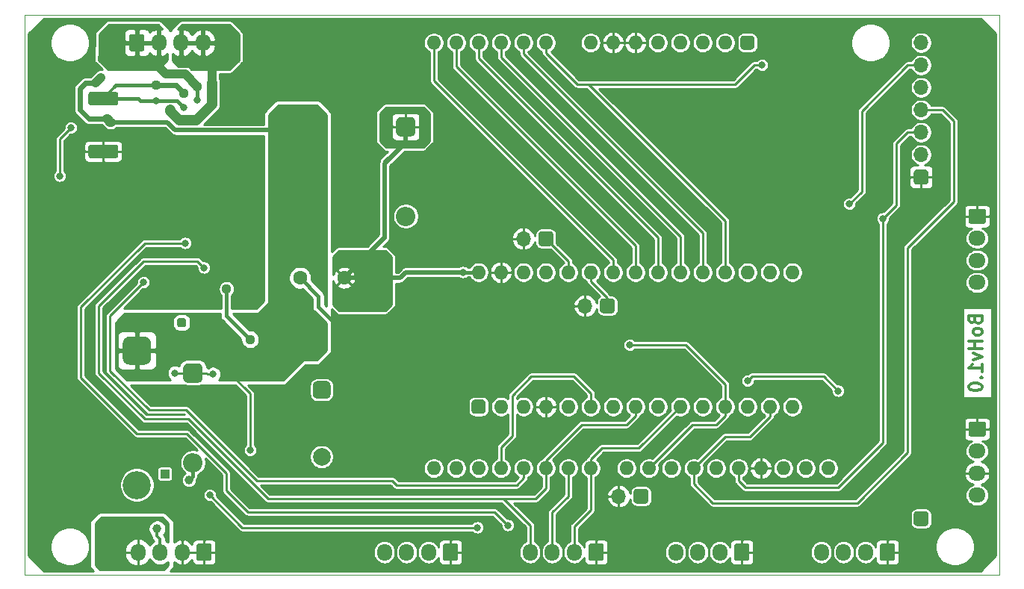
<source format=gbr>
G04 #@! TF.GenerationSoftware,KiCad,Pcbnew,5.1.5-52549c5~86~ubuntu18.04.1*
G04 #@! TF.CreationDate,2020-05-20T16:48:26+05:30*
G04 #@! TF.ProjectId,Resp2,52657370-322e-46b6-9963-61645f706362,rev?*
G04 #@! TF.SameCoordinates,Original*
G04 #@! TF.FileFunction,Copper,L2,Bot*
G04 #@! TF.FilePolarity,Positive*
%FSLAX46Y46*%
G04 Gerber Fmt 4.6, Leading zero omitted, Abs format (unit mm)*
G04 Created by KiCad (PCBNEW 5.1.5-52549c5~86~ubuntu18.04.1) date 2020-05-20 16:48:26*
%MOMM*%
%LPD*%
G04 APERTURE LIST*
%ADD10C,0.300000*%
%ADD11C,0.100000*%
%ADD12O,1.700000X1.700000*%
%ADD13O,1.600000X1.600000*%
%ADD14R,1.000000X1.000000*%
%ADD15O,2.200000X2.200000*%
%ADD16O,1.700000X1.950000*%
%ADD17O,1.950000X1.700000*%
%ADD18R,9.499999X3.400001*%
%ADD19C,0.600000*%
%ADD20C,1.600000*%
%ADD21O,3.200000X3.200000*%
%ADD22C,2.000000*%
%ADD23C,0.800000*%
%ADD24C,1.130000*%
%ADD25C,1.000000*%
%ADD26C,1.270000*%
%ADD27C,0.250000*%
%ADD28C,0.600000*%
%ADD29C,0.400000*%
%ADD30C,1.000001*%
%ADD31C,0.500000*%
%ADD32C,1.200000*%
%ADD33C,0.254000*%
G04 APERTURE END LIST*
D10*
X120415857Y-47339714D02*
X120487285Y-47554000D01*
X120558714Y-47625428D01*
X120701571Y-47696857D01*
X120915857Y-47696857D01*
X121058714Y-47625428D01*
X121130142Y-47554000D01*
X121201571Y-47411142D01*
X121201571Y-46839714D01*
X119701571Y-46839714D01*
X119701571Y-47339714D01*
X119773000Y-47482571D01*
X119844428Y-47554000D01*
X119987285Y-47625428D01*
X120130142Y-47625428D01*
X120273000Y-47554000D01*
X120344428Y-47482571D01*
X120415857Y-47339714D01*
X120415857Y-46839714D01*
X121201571Y-48554000D02*
X121130142Y-48411142D01*
X121058714Y-48339714D01*
X120915857Y-48268285D01*
X120487285Y-48268285D01*
X120344428Y-48339714D01*
X120273000Y-48411142D01*
X120201571Y-48554000D01*
X120201571Y-48768285D01*
X120273000Y-48911142D01*
X120344428Y-48982571D01*
X120487285Y-49054000D01*
X120915857Y-49054000D01*
X121058714Y-48982571D01*
X121130142Y-48911142D01*
X121201571Y-48768285D01*
X121201571Y-48554000D01*
X121201571Y-49696857D02*
X119701571Y-49696857D01*
X120415857Y-49696857D02*
X120415857Y-50554000D01*
X121201571Y-50554000D02*
X119701571Y-50554000D01*
X120201571Y-51125428D02*
X121201571Y-51482571D01*
X120201571Y-51839714D01*
X121201571Y-53196857D02*
X121201571Y-52339714D01*
X121201571Y-52768285D02*
X119701571Y-52768285D01*
X119915857Y-52625428D01*
X120058714Y-52482571D01*
X120130142Y-52339714D01*
X121058714Y-53839714D02*
X121130142Y-53911142D01*
X121201571Y-53839714D01*
X121130142Y-53768285D01*
X121058714Y-53839714D01*
X121201571Y-53839714D01*
X119701571Y-54839714D02*
X119701571Y-54982571D01*
X119773000Y-55125428D01*
X119844428Y-55196857D01*
X119987285Y-55268285D01*
X120273000Y-55339714D01*
X120630142Y-55339714D01*
X120915857Y-55268285D01*
X121058714Y-55196857D01*
X121130142Y-55125428D01*
X121201571Y-54982571D01*
X121201571Y-54839714D01*
X121130142Y-54696857D01*
X121058714Y-54625428D01*
X120915857Y-54554000D01*
X120630142Y-54482571D01*
X120273000Y-54482571D01*
X119987285Y-54554000D01*
X119844428Y-54625428D01*
X119773000Y-54696857D01*
X119701571Y-54839714D01*
D11*
X123190000Y-12700000D02*
X123190000Y-76200000D01*
X12700000Y-12700000D02*
X123190000Y-12700000D01*
X12700000Y-76200000D02*
X12700000Y-12700000D01*
X123190000Y-76200000D02*
X12700000Y-76200000D01*
D12*
X76200000Y-45720000D03*
G04 #@! TA.AperFunction,ComponentPad*
D11*
G36*
X79206657Y-44872046D02*
G01*
X79247913Y-44878166D01*
X79288371Y-44888300D01*
X79327640Y-44902351D01*
X79365344Y-44920183D01*
X79401117Y-44941625D01*
X79434617Y-44966471D01*
X79465520Y-44994480D01*
X79493529Y-45025383D01*
X79518375Y-45058883D01*
X79539817Y-45094656D01*
X79557649Y-45132360D01*
X79571700Y-45171629D01*
X79581834Y-45212087D01*
X79587954Y-45253343D01*
X79590000Y-45295000D01*
X79590000Y-46145000D01*
X79587954Y-46186657D01*
X79581834Y-46227913D01*
X79571700Y-46268371D01*
X79557649Y-46307640D01*
X79539817Y-46345344D01*
X79518375Y-46381117D01*
X79493529Y-46414617D01*
X79465520Y-46445520D01*
X79434617Y-46473529D01*
X79401117Y-46498375D01*
X79365344Y-46519817D01*
X79327640Y-46537649D01*
X79288371Y-46551700D01*
X79247913Y-46561834D01*
X79206657Y-46567954D01*
X79165000Y-46570000D01*
X78315000Y-46570000D01*
X78273343Y-46567954D01*
X78232087Y-46561834D01*
X78191629Y-46551700D01*
X78152360Y-46537649D01*
X78114656Y-46519817D01*
X78078883Y-46498375D01*
X78045383Y-46473529D01*
X78014480Y-46445520D01*
X77986471Y-46414617D01*
X77961625Y-46381117D01*
X77940183Y-46345344D01*
X77922351Y-46307640D01*
X77908300Y-46268371D01*
X77898166Y-46227913D01*
X77892046Y-46186657D01*
X77890000Y-46145000D01*
X77890000Y-45295000D01*
X77892046Y-45253343D01*
X77898166Y-45212087D01*
X77908300Y-45171629D01*
X77922351Y-45132360D01*
X77940183Y-45094656D01*
X77961625Y-45058883D01*
X77986471Y-45025383D01*
X78014480Y-44994480D01*
X78045383Y-44966471D01*
X78078883Y-44941625D01*
X78114656Y-44920183D01*
X78152360Y-44902351D01*
X78191629Y-44888300D01*
X78232087Y-44878166D01*
X78273343Y-44872046D01*
X78315000Y-44870000D01*
X79165000Y-44870000D01*
X79206657Y-44872046D01*
G37*
G04 #@! TD.AperFunction*
D13*
X61595000Y-64135000D03*
X59055000Y-64135000D03*
X98675000Y-64135000D03*
X59055000Y-15875000D03*
X96135000Y-64135000D03*
X61595000Y-15875000D03*
X93595000Y-64135000D03*
X64135000Y-15875000D03*
X91055000Y-64135000D03*
X66675000Y-15875000D03*
X88515000Y-64135000D03*
X69215000Y-15875000D03*
X85975000Y-64135000D03*
X71755000Y-15875000D03*
X83435000Y-64135000D03*
X76835000Y-15875000D03*
X80895000Y-64135000D03*
X79375000Y-15875000D03*
X76835000Y-64135000D03*
X81915000Y-15875000D03*
X74295000Y-64135000D03*
X84455000Y-15875000D03*
X71755000Y-64135000D03*
X86995000Y-15875000D03*
X69215000Y-64135000D03*
X89535000Y-15875000D03*
X66675000Y-64135000D03*
X92075000Y-15875000D03*
X64135000Y-64135000D03*
G04 #@! TA.AperFunction,ComponentPad*
D11*
G36*
X95054207Y-15076926D02*
G01*
X95093036Y-15082686D01*
X95131114Y-15092224D01*
X95168073Y-15105448D01*
X95203559Y-15122231D01*
X95237228Y-15142412D01*
X95268757Y-15165796D01*
X95297843Y-15192157D01*
X95324204Y-15221243D01*
X95347588Y-15252772D01*
X95367769Y-15286441D01*
X95384552Y-15321927D01*
X95397776Y-15358886D01*
X95407314Y-15396964D01*
X95413074Y-15435793D01*
X95415000Y-15475000D01*
X95415000Y-16275000D01*
X95413074Y-16314207D01*
X95407314Y-16353036D01*
X95397776Y-16391114D01*
X95384552Y-16428073D01*
X95367769Y-16463559D01*
X95347588Y-16497228D01*
X95324204Y-16528757D01*
X95297843Y-16557843D01*
X95268757Y-16584204D01*
X95237228Y-16607588D01*
X95203559Y-16627769D01*
X95168073Y-16644552D01*
X95131114Y-16657776D01*
X95093036Y-16667314D01*
X95054207Y-16673074D01*
X95015000Y-16675000D01*
X94215000Y-16675000D01*
X94175793Y-16673074D01*
X94136964Y-16667314D01*
X94098886Y-16657776D01*
X94061927Y-16644552D01*
X94026441Y-16627769D01*
X93992772Y-16607588D01*
X93961243Y-16584204D01*
X93932157Y-16557843D01*
X93905796Y-16528757D01*
X93882412Y-16497228D01*
X93862231Y-16463559D01*
X93845448Y-16428073D01*
X93832224Y-16391114D01*
X93822686Y-16353036D01*
X93816926Y-16314207D01*
X93815000Y-16275000D01*
X93815000Y-15475000D01*
X93816926Y-15435793D01*
X93822686Y-15396964D01*
X93832224Y-15358886D01*
X93845448Y-15321927D01*
X93862231Y-15286441D01*
X93882412Y-15252772D01*
X93905796Y-15221243D01*
X93932157Y-15192157D01*
X93961243Y-15165796D01*
X93992772Y-15142412D01*
X94026441Y-15122231D01*
X94061927Y-15105448D01*
X94098886Y-15092224D01*
X94136964Y-15082686D01*
X94175793Y-15076926D01*
X94215000Y-15075000D01*
X95015000Y-15075000D01*
X95054207Y-15076926D01*
G37*
G04 #@! TD.AperFunction*
D13*
X101215000Y-64135000D03*
X103755000Y-64135000D03*
D12*
X69215000Y-38100000D03*
G04 #@! TA.AperFunction,ComponentPad*
D11*
G36*
X72221657Y-37252046D02*
G01*
X72262913Y-37258166D01*
X72303371Y-37268300D01*
X72342640Y-37282351D01*
X72380344Y-37300183D01*
X72416117Y-37321625D01*
X72449617Y-37346471D01*
X72480520Y-37374480D01*
X72508529Y-37405383D01*
X72533375Y-37438883D01*
X72554817Y-37474656D01*
X72572649Y-37512360D01*
X72586700Y-37551629D01*
X72596834Y-37592087D01*
X72602954Y-37633343D01*
X72605000Y-37675000D01*
X72605000Y-38525000D01*
X72602954Y-38566657D01*
X72596834Y-38607913D01*
X72586700Y-38648371D01*
X72572649Y-38687640D01*
X72554817Y-38725344D01*
X72533375Y-38761117D01*
X72508529Y-38794617D01*
X72480520Y-38825520D01*
X72449617Y-38853529D01*
X72416117Y-38878375D01*
X72380344Y-38899817D01*
X72342640Y-38917649D01*
X72303371Y-38931700D01*
X72262913Y-38941834D01*
X72221657Y-38947954D01*
X72180000Y-38950000D01*
X71330000Y-38950000D01*
X71288343Y-38947954D01*
X71247087Y-38941834D01*
X71206629Y-38931700D01*
X71167360Y-38917649D01*
X71129656Y-38899817D01*
X71093883Y-38878375D01*
X71060383Y-38853529D01*
X71029480Y-38825520D01*
X71001471Y-38794617D01*
X70976625Y-38761117D01*
X70955183Y-38725344D01*
X70937351Y-38687640D01*
X70923300Y-38648371D01*
X70913166Y-38607913D01*
X70907046Y-38566657D01*
X70905000Y-38525000D01*
X70905000Y-37675000D01*
X70907046Y-37633343D01*
X70913166Y-37592087D01*
X70923300Y-37551629D01*
X70937351Y-37512360D01*
X70955183Y-37474656D01*
X70976625Y-37438883D01*
X71001471Y-37405383D01*
X71029480Y-37374480D01*
X71060383Y-37346471D01*
X71093883Y-37321625D01*
X71129656Y-37300183D01*
X71167360Y-37282351D01*
X71206629Y-37268300D01*
X71247087Y-37258166D01*
X71288343Y-37252046D01*
X71330000Y-37250000D01*
X72180000Y-37250000D01*
X72221657Y-37252046D01*
G37*
G04 #@! TD.AperFunction*
D12*
X80010000Y-67310000D03*
G04 #@! TA.AperFunction,ComponentPad*
D11*
G36*
X83016657Y-66462046D02*
G01*
X83057913Y-66468166D01*
X83098371Y-66478300D01*
X83137640Y-66492351D01*
X83175344Y-66510183D01*
X83211117Y-66531625D01*
X83244617Y-66556471D01*
X83275520Y-66584480D01*
X83303529Y-66615383D01*
X83328375Y-66648883D01*
X83349817Y-66684656D01*
X83367649Y-66722360D01*
X83381700Y-66761629D01*
X83391834Y-66802087D01*
X83397954Y-66843343D01*
X83400000Y-66885000D01*
X83400000Y-67735000D01*
X83397954Y-67776657D01*
X83391834Y-67817913D01*
X83381700Y-67858371D01*
X83367649Y-67897640D01*
X83349817Y-67935344D01*
X83328375Y-67971117D01*
X83303529Y-68004617D01*
X83275520Y-68035520D01*
X83244617Y-68063529D01*
X83211117Y-68088375D01*
X83175344Y-68109817D01*
X83137640Y-68127649D01*
X83098371Y-68141700D01*
X83057913Y-68151834D01*
X83016657Y-68157954D01*
X82975000Y-68160000D01*
X82125000Y-68160000D01*
X82083343Y-68157954D01*
X82042087Y-68151834D01*
X82001629Y-68141700D01*
X81962360Y-68127649D01*
X81924656Y-68109817D01*
X81888883Y-68088375D01*
X81855383Y-68063529D01*
X81824480Y-68035520D01*
X81796471Y-68004617D01*
X81771625Y-67971117D01*
X81750183Y-67935344D01*
X81732351Y-67897640D01*
X81718300Y-67858371D01*
X81708166Y-67817913D01*
X81702046Y-67776657D01*
X81700000Y-67735000D01*
X81700000Y-66885000D01*
X81702046Y-66843343D01*
X81708166Y-66802087D01*
X81718300Y-66761629D01*
X81732351Y-66722360D01*
X81750183Y-66684656D01*
X81771625Y-66648883D01*
X81796471Y-66615383D01*
X81824480Y-66584480D01*
X81855383Y-66556471D01*
X81888883Y-66531625D01*
X81924656Y-66510183D01*
X81962360Y-66492351D01*
X82001629Y-66478300D01*
X82042087Y-66468166D01*
X82083343Y-66462046D01*
X82125000Y-66460000D01*
X82975000Y-66460000D01*
X83016657Y-66462046D01*
G37*
G04 #@! TD.AperFunction*
G04 #@! TA.AperFunction,ComponentPad*
G36*
X114766657Y-69002046D02*
G01*
X114807913Y-69008166D01*
X114848371Y-69018300D01*
X114887640Y-69032351D01*
X114925344Y-69050183D01*
X114961117Y-69071625D01*
X114994617Y-69096471D01*
X115025520Y-69124480D01*
X115053529Y-69155383D01*
X115078375Y-69188883D01*
X115099817Y-69224656D01*
X115117649Y-69262360D01*
X115131700Y-69301629D01*
X115141834Y-69342087D01*
X115147954Y-69383343D01*
X115150000Y-69425000D01*
X115150000Y-70275000D01*
X115147954Y-70316657D01*
X115141834Y-70357913D01*
X115131700Y-70398371D01*
X115117649Y-70437640D01*
X115099817Y-70475344D01*
X115078375Y-70511117D01*
X115053529Y-70544617D01*
X115025520Y-70575520D01*
X114994617Y-70603529D01*
X114961117Y-70628375D01*
X114925344Y-70649817D01*
X114887640Y-70667649D01*
X114848371Y-70681700D01*
X114807913Y-70691834D01*
X114766657Y-70697954D01*
X114725000Y-70700000D01*
X113875000Y-70700000D01*
X113833343Y-70697954D01*
X113792087Y-70691834D01*
X113751629Y-70681700D01*
X113712360Y-70667649D01*
X113674656Y-70649817D01*
X113638883Y-70628375D01*
X113605383Y-70603529D01*
X113574480Y-70575520D01*
X113546471Y-70544617D01*
X113521625Y-70511117D01*
X113500183Y-70475344D01*
X113482351Y-70437640D01*
X113468300Y-70398371D01*
X113458166Y-70357913D01*
X113452046Y-70316657D01*
X113450000Y-70275000D01*
X113450000Y-69425000D01*
X113452046Y-69383343D01*
X113458166Y-69342087D01*
X113468300Y-69301629D01*
X113482351Y-69262360D01*
X113500183Y-69224656D01*
X113521625Y-69188883D01*
X113546471Y-69155383D01*
X113574480Y-69124480D01*
X113605383Y-69096471D01*
X113638883Y-69071625D01*
X113674656Y-69050183D01*
X113712360Y-69032351D01*
X113751629Y-69018300D01*
X113792087Y-69008166D01*
X113833343Y-69002046D01*
X113875000Y-69000000D01*
X114725000Y-69000000D01*
X114766657Y-69002046D01*
G37*
G04 #@! TD.AperFunction*
D14*
X28575000Y-64770000D03*
G04 #@! TA.AperFunction,ComponentPad*
D11*
G36*
X28214504Y-47126204D02*
G01*
X28238773Y-47129804D01*
X28262571Y-47135765D01*
X28285671Y-47144030D01*
X28307849Y-47154520D01*
X28328893Y-47167133D01*
X28348598Y-47181747D01*
X28366777Y-47198223D01*
X28383253Y-47216402D01*
X28397867Y-47236107D01*
X28410480Y-47257151D01*
X28420970Y-47279329D01*
X28429235Y-47302429D01*
X28435196Y-47326227D01*
X28438796Y-47350496D01*
X28440000Y-47375000D01*
X28440000Y-47875000D01*
X28438796Y-47899504D01*
X28435196Y-47923773D01*
X28429235Y-47947571D01*
X28420970Y-47970671D01*
X28410480Y-47992849D01*
X28397867Y-48013893D01*
X28383253Y-48033598D01*
X28366777Y-48051777D01*
X28348598Y-48068253D01*
X28328893Y-48082867D01*
X28307849Y-48095480D01*
X28285671Y-48105970D01*
X28262571Y-48114235D01*
X28238773Y-48120196D01*
X28214504Y-48123796D01*
X28190000Y-48125000D01*
X27690000Y-48125000D01*
X27665496Y-48123796D01*
X27641227Y-48120196D01*
X27617429Y-48114235D01*
X27594329Y-48105970D01*
X27572151Y-48095480D01*
X27551107Y-48082867D01*
X27531402Y-48068253D01*
X27513223Y-48051777D01*
X27496747Y-48033598D01*
X27482133Y-48013893D01*
X27469520Y-47992849D01*
X27459030Y-47970671D01*
X27450765Y-47947571D01*
X27444804Y-47923773D01*
X27441204Y-47899504D01*
X27440000Y-47875000D01*
X27440000Y-47375000D01*
X27441204Y-47350496D01*
X27444804Y-47326227D01*
X27450765Y-47302429D01*
X27459030Y-47279329D01*
X27469520Y-47257151D01*
X27482133Y-47236107D01*
X27496747Y-47216402D01*
X27513223Y-47198223D01*
X27531402Y-47181747D01*
X27551107Y-47167133D01*
X27572151Y-47154520D01*
X27594329Y-47144030D01*
X27617429Y-47135765D01*
X27641227Y-47129804D01*
X27665496Y-47126204D01*
X27690000Y-47125000D01*
X28190000Y-47125000D01*
X28214504Y-47126204D01*
G37*
G04 #@! TD.AperFunction*
G04 #@! TA.AperFunction,ComponentPad*
G36*
X30754504Y-47126204D02*
G01*
X30778773Y-47129804D01*
X30802571Y-47135765D01*
X30825671Y-47144030D01*
X30847849Y-47154520D01*
X30868893Y-47167133D01*
X30888598Y-47181747D01*
X30906777Y-47198223D01*
X30923253Y-47216402D01*
X30937867Y-47236107D01*
X30950480Y-47257151D01*
X30960970Y-47279329D01*
X30969235Y-47302429D01*
X30975196Y-47326227D01*
X30978796Y-47350496D01*
X30980000Y-47375000D01*
X30980000Y-47875000D01*
X30978796Y-47899504D01*
X30975196Y-47923773D01*
X30969235Y-47947571D01*
X30960970Y-47970671D01*
X30950480Y-47992849D01*
X30937867Y-48013893D01*
X30923253Y-48033598D01*
X30906777Y-48051777D01*
X30888598Y-48068253D01*
X30868893Y-48082867D01*
X30847849Y-48095480D01*
X30825671Y-48105970D01*
X30802571Y-48114235D01*
X30778773Y-48120196D01*
X30754504Y-48123796D01*
X30730000Y-48125000D01*
X30230000Y-48125000D01*
X30205496Y-48123796D01*
X30181227Y-48120196D01*
X30157429Y-48114235D01*
X30134329Y-48105970D01*
X30112151Y-48095480D01*
X30091107Y-48082867D01*
X30071402Y-48068253D01*
X30053223Y-48051777D01*
X30036747Y-48033598D01*
X30022133Y-48013893D01*
X30009520Y-47992849D01*
X29999030Y-47970671D01*
X29990765Y-47947571D01*
X29984804Y-47923773D01*
X29981204Y-47899504D01*
X29980000Y-47875000D01*
X29980000Y-47375000D01*
X29981204Y-47350496D01*
X29984804Y-47326227D01*
X29990765Y-47302429D01*
X29999030Y-47279329D01*
X30009520Y-47257151D01*
X30022133Y-47236107D01*
X30036747Y-47216402D01*
X30053223Y-47198223D01*
X30071402Y-47181747D01*
X30091107Y-47167133D01*
X30112151Y-47154520D01*
X30134329Y-47144030D01*
X30157429Y-47135765D01*
X30181227Y-47129804D01*
X30205496Y-47126204D01*
X30230000Y-47125000D01*
X30730000Y-47125000D01*
X30754504Y-47126204D01*
G37*
G04 #@! TD.AperFunction*
D15*
X31750000Y-63500000D03*
G04 #@! TA.AperFunction,ComponentPad*
D11*
G36*
X32353909Y-52242648D02*
G01*
X32407300Y-52250568D01*
X32459657Y-52263683D01*
X32510476Y-52281866D01*
X32559268Y-52304943D01*
X32605564Y-52332692D01*
X32648916Y-52364844D01*
X32688909Y-52401091D01*
X32725156Y-52441084D01*
X32757308Y-52484436D01*
X32785057Y-52530732D01*
X32808134Y-52579524D01*
X32826317Y-52630343D01*
X32839432Y-52682700D01*
X32847352Y-52736091D01*
X32850000Y-52790000D01*
X32850000Y-53890000D01*
X32847352Y-53943909D01*
X32839432Y-53997300D01*
X32826317Y-54049657D01*
X32808134Y-54100476D01*
X32785057Y-54149268D01*
X32757308Y-54195564D01*
X32725156Y-54238916D01*
X32688909Y-54278909D01*
X32648916Y-54315156D01*
X32605564Y-54347308D01*
X32559268Y-54375057D01*
X32510476Y-54398134D01*
X32459657Y-54416317D01*
X32407300Y-54429432D01*
X32353909Y-54437352D01*
X32300000Y-54440000D01*
X31200000Y-54440000D01*
X31146091Y-54437352D01*
X31092700Y-54429432D01*
X31040343Y-54416317D01*
X30989524Y-54398134D01*
X30940732Y-54375057D01*
X30894436Y-54347308D01*
X30851084Y-54315156D01*
X30811091Y-54278909D01*
X30774844Y-54238916D01*
X30742692Y-54195564D01*
X30714943Y-54149268D01*
X30691866Y-54100476D01*
X30673683Y-54049657D01*
X30660568Y-53997300D01*
X30652648Y-53943909D01*
X30650000Y-53890000D01*
X30650000Y-52790000D01*
X30652648Y-52736091D01*
X30660568Y-52682700D01*
X30673683Y-52630343D01*
X30691866Y-52579524D01*
X30714943Y-52530732D01*
X30742692Y-52484436D01*
X30774844Y-52441084D01*
X30811091Y-52401091D01*
X30851084Y-52364844D01*
X30894436Y-52332692D01*
X30940732Y-52304943D01*
X30989524Y-52281866D01*
X31040343Y-52263683D01*
X31092700Y-52250568D01*
X31146091Y-52242648D01*
X31200000Y-52240000D01*
X32300000Y-52240000D01*
X32353909Y-52242648D01*
G37*
G04 #@! TD.AperFunction*
D13*
X99695000Y-41910000D03*
X99695000Y-57150000D03*
X64135000Y-41910000D03*
X97155000Y-57150000D03*
X66675000Y-41910000D03*
X94615000Y-57150000D03*
X69215000Y-41910000D03*
X92075000Y-57150000D03*
X71755000Y-41910000D03*
X89535000Y-57150000D03*
X74295000Y-41910000D03*
X86995000Y-57150000D03*
X76835000Y-41910000D03*
X84455000Y-57150000D03*
X79375000Y-41910000D03*
X81915000Y-57150000D03*
X81915000Y-41910000D03*
X79375000Y-57150000D03*
X84455000Y-41910000D03*
X76835000Y-57150000D03*
X86995000Y-41910000D03*
X74295000Y-57150000D03*
X89535000Y-41910000D03*
X71755000Y-57150000D03*
X92075000Y-41910000D03*
X69215000Y-57150000D03*
X94615000Y-41910000D03*
X66675000Y-57150000D03*
X97155000Y-41910000D03*
G04 #@! TA.AperFunction,ComponentPad*
D11*
G36*
X64574207Y-56351926D02*
G01*
X64613036Y-56357686D01*
X64651114Y-56367224D01*
X64688073Y-56380448D01*
X64723559Y-56397231D01*
X64757228Y-56417412D01*
X64788757Y-56440796D01*
X64817843Y-56467157D01*
X64844204Y-56496243D01*
X64867588Y-56527772D01*
X64887769Y-56561441D01*
X64904552Y-56596927D01*
X64917776Y-56633886D01*
X64927314Y-56671964D01*
X64933074Y-56710793D01*
X64935000Y-56750000D01*
X64935000Y-57550000D01*
X64933074Y-57589207D01*
X64927314Y-57628036D01*
X64917776Y-57666114D01*
X64904552Y-57703073D01*
X64887769Y-57738559D01*
X64867588Y-57772228D01*
X64844204Y-57803757D01*
X64817843Y-57832843D01*
X64788757Y-57859204D01*
X64757228Y-57882588D01*
X64723559Y-57902769D01*
X64688073Y-57919552D01*
X64651114Y-57932776D01*
X64613036Y-57942314D01*
X64574207Y-57948074D01*
X64535000Y-57950000D01*
X63735000Y-57950000D01*
X63695793Y-57948074D01*
X63656964Y-57942314D01*
X63618886Y-57932776D01*
X63581927Y-57919552D01*
X63546441Y-57902769D01*
X63512772Y-57882588D01*
X63481243Y-57859204D01*
X63452157Y-57832843D01*
X63425796Y-57803757D01*
X63402412Y-57772228D01*
X63382231Y-57738559D01*
X63365448Y-57703073D01*
X63352224Y-57666114D01*
X63342686Y-57628036D01*
X63336926Y-57589207D01*
X63335000Y-57550000D01*
X63335000Y-56750000D01*
X63336926Y-56710793D01*
X63342686Y-56671964D01*
X63352224Y-56633886D01*
X63365448Y-56596927D01*
X63382231Y-56561441D01*
X63402412Y-56527772D01*
X63425796Y-56496243D01*
X63452157Y-56467157D01*
X63481243Y-56440796D01*
X63512772Y-56417412D01*
X63546441Y-56397231D01*
X63581927Y-56380448D01*
X63618886Y-56367224D01*
X63656964Y-56357686D01*
X63695793Y-56351926D01*
X63735000Y-56350000D01*
X64535000Y-56350000D01*
X64574207Y-56351926D01*
G37*
G04 #@! TD.AperFunction*
G04 #@! TA.AperFunction,SMDPad,CuDef*
G36*
X23039505Y-21463704D02*
G01*
X23063773Y-21467304D01*
X23087572Y-21473265D01*
X23110671Y-21481530D01*
X23132850Y-21492020D01*
X23153893Y-21504632D01*
X23173599Y-21519247D01*
X23191777Y-21535723D01*
X23208253Y-21553901D01*
X23222868Y-21573607D01*
X23235480Y-21594650D01*
X23245970Y-21616829D01*
X23254235Y-21639928D01*
X23260196Y-21663727D01*
X23263796Y-21687995D01*
X23265000Y-21712499D01*
X23265000Y-22737501D01*
X23263796Y-22762005D01*
X23260196Y-22786273D01*
X23254235Y-22810072D01*
X23245970Y-22833171D01*
X23235480Y-22855350D01*
X23222868Y-22876393D01*
X23208253Y-22896099D01*
X23191777Y-22914277D01*
X23173599Y-22930753D01*
X23153893Y-22945368D01*
X23132850Y-22957980D01*
X23110671Y-22968470D01*
X23087572Y-22976735D01*
X23063773Y-22982696D01*
X23039505Y-22986296D01*
X23015001Y-22987500D01*
X20164999Y-22987500D01*
X20140495Y-22986296D01*
X20116227Y-22982696D01*
X20092428Y-22976735D01*
X20069329Y-22968470D01*
X20047150Y-22957980D01*
X20026107Y-22945368D01*
X20006401Y-22930753D01*
X19988223Y-22914277D01*
X19971747Y-22896099D01*
X19957132Y-22876393D01*
X19944520Y-22855350D01*
X19934030Y-22833171D01*
X19925765Y-22810072D01*
X19919804Y-22786273D01*
X19916204Y-22762005D01*
X19915000Y-22737501D01*
X19915000Y-21712499D01*
X19916204Y-21687995D01*
X19919804Y-21663727D01*
X19925765Y-21639928D01*
X19934030Y-21616829D01*
X19944520Y-21594650D01*
X19957132Y-21573607D01*
X19971747Y-21553901D01*
X19988223Y-21535723D01*
X20006401Y-21519247D01*
X20026107Y-21504632D01*
X20047150Y-21492020D01*
X20069329Y-21481530D01*
X20092428Y-21473265D01*
X20116227Y-21467304D01*
X20140495Y-21463704D01*
X20164999Y-21462500D01*
X23015001Y-21462500D01*
X23039505Y-21463704D01*
G37*
G04 #@! TD.AperFunction*
G04 #@! TA.AperFunction,SMDPad,CuDef*
G36*
X23039505Y-27438704D02*
G01*
X23063773Y-27442304D01*
X23087572Y-27448265D01*
X23110671Y-27456530D01*
X23132850Y-27467020D01*
X23153893Y-27479632D01*
X23173599Y-27494247D01*
X23191777Y-27510723D01*
X23208253Y-27528901D01*
X23222868Y-27548607D01*
X23235480Y-27569650D01*
X23245970Y-27591829D01*
X23254235Y-27614928D01*
X23260196Y-27638727D01*
X23263796Y-27662995D01*
X23265000Y-27687499D01*
X23265000Y-28712501D01*
X23263796Y-28737005D01*
X23260196Y-28761273D01*
X23254235Y-28785072D01*
X23245970Y-28808171D01*
X23235480Y-28830350D01*
X23222868Y-28851393D01*
X23208253Y-28871099D01*
X23191777Y-28889277D01*
X23173599Y-28905753D01*
X23153893Y-28920368D01*
X23132850Y-28932980D01*
X23110671Y-28943470D01*
X23087572Y-28951735D01*
X23063773Y-28957696D01*
X23039505Y-28961296D01*
X23015001Y-28962500D01*
X20164999Y-28962500D01*
X20140495Y-28961296D01*
X20116227Y-28957696D01*
X20092428Y-28951735D01*
X20069329Y-28943470D01*
X20047150Y-28932980D01*
X20026107Y-28920368D01*
X20006401Y-28905753D01*
X19988223Y-28889277D01*
X19971747Y-28871099D01*
X19957132Y-28851393D01*
X19944520Y-28830350D01*
X19934030Y-28808171D01*
X19925765Y-28785072D01*
X19919804Y-28761273D01*
X19916204Y-28737005D01*
X19915000Y-28712501D01*
X19915000Y-27687499D01*
X19916204Y-27662995D01*
X19919804Y-27638727D01*
X19925765Y-27614928D01*
X19934030Y-27591829D01*
X19944520Y-27569650D01*
X19957132Y-27548607D01*
X19971747Y-27528901D01*
X19988223Y-27510723D01*
X20006401Y-27494247D01*
X20026107Y-27479632D01*
X20047150Y-27467020D01*
X20069329Y-27456530D01*
X20092428Y-27448265D01*
X20116227Y-27442304D01*
X20140495Y-27438704D01*
X20164999Y-27437500D01*
X23015001Y-27437500D01*
X23039505Y-27438704D01*
G37*
G04 #@! TD.AperFunction*
G04 #@! TA.AperFunction,ComponentPad*
G36*
X33644504Y-72686204D02*
G01*
X33668773Y-72689804D01*
X33692571Y-72695765D01*
X33715671Y-72704030D01*
X33737849Y-72714520D01*
X33758893Y-72727133D01*
X33778598Y-72741747D01*
X33796777Y-72758223D01*
X33813253Y-72776402D01*
X33827867Y-72796107D01*
X33840480Y-72817151D01*
X33850970Y-72839329D01*
X33859235Y-72862429D01*
X33865196Y-72886227D01*
X33868796Y-72910496D01*
X33870000Y-72935000D01*
X33870000Y-74385000D01*
X33868796Y-74409504D01*
X33865196Y-74433773D01*
X33859235Y-74457571D01*
X33850970Y-74480671D01*
X33840480Y-74502849D01*
X33827867Y-74523893D01*
X33813253Y-74543598D01*
X33796777Y-74561777D01*
X33778598Y-74578253D01*
X33758893Y-74592867D01*
X33737849Y-74605480D01*
X33715671Y-74615970D01*
X33692571Y-74624235D01*
X33668773Y-74630196D01*
X33644504Y-74633796D01*
X33620000Y-74635000D01*
X32420000Y-74635000D01*
X32395496Y-74633796D01*
X32371227Y-74630196D01*
X32347429Y-74624235D01*
X32324329Y-74615970D01*
X32302151Y-74605480D01*
X32281107Y-74592867D01*
X32261402Y-74578253D01*
X32243223Y-74561777D01*
X32226747Y-74543598D01*
X32212133Y-74523893D01*
X32199520Y-74502849D01*
X32189030Y-74480671D01*
X32180765Y-74457571D01*
X32174804Y-74433773D01*
X32171204Y-74409504D01*
X32170000Y-74385000D01*
X32170000Y-72935000D01*
X32171204Y-72910496D01*
X32174804Y-72886227D01*
X32180765Y-72862429D01*
X32189030Y-72839329D01*
X32199520Y-72817151D01*
X32212133Y-72796107D01*
X32226747Y-72776402D01*
X32243223Y-72758223D01*
X32261402Y-72741747D01*
X32281107Y-72727133D01*
X32302151Y-72714520D01*
X32324329Y-72704030D01*
X32347429Y-72695765D01*
X32371227Y-72689804D01*
X32395496Y-72686204D01*
X32420000Y-72685000D01*
X33620000Y-72685000D01*
X33644504Y-72686204D01*
G37*
G04 #@! TD.AperFunction*
D16*
X30520000Y-73660000D03*
X28020000Y-73660000D03*
X25520000Y-73660000D03*
D17*
X120650000Y-43060000D03*
X120650000Y-40560000D03*
X120650000Y-38060000D03*
G04 #@! TA.AperFunction,ComponentPad*
D11*
G36*
X121399504Y-34711204D02*
G01*
X121423773Y-34714804D01*
X121447571Y-34720765D01*
X121470671Y-34729030D01*
X121492849Y-34739520D01*
X121513893Y-34752133D01*
X121533598Y-34766747D01*
X121551777Y-34783223D01*
X121568253Y-34801402D01*
X121582867Y-34821107D01*
X121595480Y-34842151D01*
X121605970Y-34864329D01*
X121614235Y-34887429D01*
X121620196Y-34911227D01*
X121623796Y-34935496D01*
X121625000Y-34960000D01*
X121625000Y-36160000D01*
X121623796Y-36184504D01*
X121620196Y-36208773D01*
X121614235Y-36232571D01*
X121605970Y-36255671D01*
X121595480Y-36277849D01*
X121582867Y-36298893D01*
X121568253Y-36318598D01*
X121551777Y-36336777D01*
X121533598Y-36353253D01*
X121513893Y-36367867D01*
X121492849Y-36380480D01*
X121470671Y-36390970D01*
X121447571Y-36399235D01*
X121423773Y-36405196D01*
X121399504Y-36408796D01*
X121375000Y-36410000D01*
X119925000Y-36410000D01*
X119900496Y-36408796D01*
X119876227Y-36405196D01*
X119852429Y-36399235D01*
X119829329Y-36390970D01*
X119807151Y-36380480D01*
X119786107Y-36367867D01*
X119766402Y-36353253D01*
X119748223Y-36336777D01*
X119731747Y-36318598D01*
X119717133Y-36298893D01*
X119704520Y-36277849D01*
X119694030Y-36255671D01*
X119685765Y-36232571D01*
X119679804Y-36208773D01*
X119676204Y-36184504D01*
X119675000Y-36160000D01*
X119675000Y-34960000D01*
X119676204Y-34935496D01*
X119679804Y-34911227D01*
X119685765Y-34887429D01*
X119694030Y-34864329D01*
X119704520Y-34842151D01*
X119717133Y-34821107D01*
X119731747Y-34801402D01*
X119748223Y-34783223D01*
X119766402Y-34766747D01*
X119786107Y-34752133D01*
X119807151Y-34739520D01*
X119829329Y-34729030D01*
X119852429Y-34720765D01*
X119876227Y-34714804D01*
X119900496Y-34711204D01*
X119925000Y-34710000D01*
X121375000Y-34710000D01*
X121399504Y-34711204D01*
G37*
G04 #@! TD.AperFunction*
D18*
X29210000Y-29845000D03*
D19*
X24760000Y-29845000D03*
X26540000Y-28545000D03*
X26540000Y-29845000D03*
X26540000Y-31145000D03*
X28320000Y-28545000D03*
X28320000Y-29845000D03*
X28320000Y-31145000D03*
X30100000Y-28545000D03*
X30100000Y-29845000D03*
X30100000Y-31145000D03*
X31880000Y-28545000D03*
X31880000Y-29845000D03*
X31880000Y-31145000D03*
X33660000Y-29845000D03*
D12*
X114300000Y-15875000D03*
X114300000Y-18415000D03*
X114300000Y-20955000D03*
X114300000Y-23495000D03*
X114300000Y-26035000D03*
X114300000Y-28575000D03*
G04 #@! TA.AperFunction,ComponentPad*
D11*
G36*
X114766657Y-30267046D02*
G01*
X114807913Y-30273166D01*
X114848371Y-30283300D01*
X114887640Y-30297351D01*
X114925344Y-30315183D01*
X114961117Y-30336625D01*
X114994617Y-30361471D01*
X115025520Y-30389480D01*
X115053529Y-30420383D01*
X115078375Y-30453883D01*
X115099817Y-30489656D01*
X115117649Y-30527360D01*
X115131700Y-30566629D01*
X115141834Y-30607087D01*
X115147954Y-30648343D01*
X115150000Y-30690000D01*
X115150000Y-31540000D01*
X115147954Y-31581657D01*
X115141834Y-31622913D01*
X115131700Y-31663371D01*
X115117649Y-31702640D01*
X115099817Y-31740344D01*
X115078375Y-31776117D01*
X115053529Y-31809617D01*
X115025520Y-31840520D01*
X114994617Y-31868529D01*
X114961117Y-31893375D01*
X114925344Y-31914817D01*
X114887640Y-31932649D01*
X114848371Y-31946700D01*
X114807913Y-31956834D01*
X114766657Y-31962954D01*
X114725000Y-31965000D01*
X113875000Y-31965000D01*
X113833343Y-31962954D01*
X113792087Y-31956834D01*
X113751629Y-31946700D01*
X113712360Y-31932649D01*
X113674656Y-31914817D01*
X113638883Y-31893375D01*
X113605383Y-31868529D01*
X113574480Y-31840520D01*
X113546471Y-31809617D01*
X113521625Y-31776117D01*
X113500183Y-31740344D01*
X113482351Y-31702640D01*
X113468300Y-31663371D01*
X113458166Y-31622913D01*
X113452046Y-31581657D01*
X113450000Y-31540000D01*
X113450000Y-30690000D01*
X113452046Y-30648343D01*
X113458166Y-30607087D01*
X113468300Y-30566629D01*
X113482351Y-30527360D01*
X113500183Y-30489656D01*
X113521625Y-30453883D01*
X113546471Y-30420383D01*
X113574480Y-30389480D01*
X113605383Y-30361471D01*
X113638883Y-30336625D01*
X113674656Y-30315183D01*
X113712360Y-30297351D01*
X113751629Y-30283300D01*
X113792087Y-30273166D01*
X113833343Y-30267046D01*
X113875000Y-30265000D01*
X114725000Y-30265000D01*
X114766657Y-30267046D01*
G37*
G04 #@! TD.AperFunction*
D20*
X43895000Y-42545000D03*
X48895000Y-42545000D03*
D16*
X102990000Y-73660000D03*
X105490000Y-73660000D03*
X107990000Y-73660000D03*
G04 #@! TA.AperFunction,ComponentPad*
D11*
G36*
X111114504Y-72686204D02*
G01*
X111138773Y-72689804D01*
X111162571Y-72695765D01*
X111185671Y-72704030D01*
X111207849Y-72714520D01*
X111228893Y-72727133D01*
X111248598Y-72741747D01*
X111266777Y-72758223D01*
X111283253Y-72776402D01*
X111297867Y-72796107D01*
X111310480Y-72817151D01*
X111320970Y-72839329D01*
X111329235Y-72862429D01*
X111335196Y-72886227D01*
X111338796Y-72910496D01*
X111340000Y-72935000D01*
X111340000Y-74385000D01*
X111338796Y-74409504D01*
X111335196Y-74433773D01*
X111329235Y-74457571D01*
X111320970Y-74480671D01*
X111310480Y-74502849D01*
X111297867Y-74523893D01*
X111283253Y-74543598D01*
X111266777Y-74561777D01*
X111248598Y-74578253D01*
X111228893Y-74592867D01*
X111207849Y-74605480D01*
X111185671Y-74615970D01*
X111162571Y-74624235D01*
X111138773Y-74630196D01*
X111114504Y-74633796D01*
X111090000Y-74635000D01*
X109890000Y-74635000D01*
X109865496Y-74633796D01*
X109841227Y-74630196D01*
X109817429Y-74624235D01*
X109794329Y-74615970D01*
X109772151Y-74605480D01*
X109751107Y-74592867D01*
X109731402Y-74578253D01*
X109713223Y-74561777D01*
X109696747Y-74543598D01*
X109682133Y-74523893D01*
X109669520Y-74502849D01*
X109659030Y-74480671D01*
X109650765Y-74457571D01*
X109644804Y-74433773D01*
X109641204Y-74409504D01*
X109640000Y-74385000D01*
X109640000Y-72935000D01*
X109641204Y-72910496D01*
X109644804Y-72886227D01*
X109650765Y-72862429D01*
X109659030Y-72839329D01*
X109669520Y-72817151D01*
X109682133Y-72796107D01*
X109696747Y-72776402D01*
X109713223Y-72758223D01*
X109731402Y-72741747D01*
X109751107Y-72727133D01*
X109772151Y-72714520D01*
X109794329Y-72704030D01*
X109817429Y-72695765D01*
X109841227Y-72689804D01*
X109865496Y-72686204D01*
X109890000Y-72685000D01*
X111090000Y-72685000D01*
X111114504Y-72686204D01*
G37*
G04 #@! TD.AperFunction*
D16*
X53460000Y-73660000D03*
X55960000Y-73660000D03*
X58460000Y-73660000D03*
G04 #@! TA.AperFunction,ComponentPad*
D11*
G36*
X61584504Y-72686204D02*
G01*
X61608773Y-72689804D01*
X61632571Y-72695765D01*
X61655671Y-72704030D01*
X61677849Y-72714520D01*
X61698893Y-72727133D01*
X61718598Y-72741747D01*
X61736777Y-72758223D01*
X61753253Y-72776402D01*
X61767867Y-72796107D01*
X61780480Y-72817151D01*
X61790970Y-72839329D01*
X61799235Y-72862429D01*
X61805196Y-72886227D01*
X61808796Y-72910496D01*
X61810000Y-72935000D01*
X61810000Y-74385000D01*
X61808796Y-74409504D01*
X61805196Y-74433773D01*
X61799235Y-74457571D01*
X61790970Y-74480671D01*
X61780480Y-74502849D01*
X61767867Y-74523893D01*
X61753253Y-74543598D01*
X61736777Y-74561777D01*
X61718598Y-74578253D01*
X61698893Y-74592867D01*
X61677849Y-74605480D01*
X61655671Y-74615970D01*
X61632571Y-74624235D01*
X61608773Y-74630196D01*
X61584504Y-74633796D01*
X61560000Y-74635000D01*
X60360000Y-74635000D01*
X60335496Y-74633796D01*
X60311227Y-74630196D01*
X60287429Y-74624235D01*
X60264329Y-74615970D01*
X60242151Y-74605480D01*
X60221107Y-74592867D01*
X60201402Y-74578253D01*
X60183223Y-74561777D01*
X60166747Y-74543598D01*
X60152133Y-74523893D01*
X60139520Y-74502849D01*
X60129030Y-74480671D01*
X60120765Y-74457571D01*
X60114804Y-74433773D01*
X60111204Y-74409504D01*
X60110000Y-74385000D01*
X60110000Y-72935000D01*
X60111204Y-72910496D01*
X60114804Y-72886227D01*
X60120765Y-72862429D01*
X60129030Y-72839329D01*
X60139520Y-72817151D01*
X60152133Y-72796107D01*
X60166747Y-72776402D01*
X60183223Y-72758223D01*
X60201402Y-72741747D01*
X60221107Y-72727133D01*
X60242151Y-72714520D01*
X60264329Y-72704030D01*
X60287429Y-72695765D01*
X60311227Y-72689804D01*
X60335496Y-72686204D01*
X60360000Y-72685000D01*
X61560000Y-72685000D01*
X61584504Y-72686204D01*
G37*
G04 #@! TD.AperFunction*
D16*
X86480000Y-73660000D03*
X88980000Y-73660000D03*
X91480000Y-73660000D03*
G04 #@! TA.AperFunction,ComponentPad*
D11*
G36*
X94604504Y-72686204D02*
G01*
X94628773Y-72689804D01*
X94652571Y-72695765D01*
X94675671Y-72704030D01*
X94697849Y-72714520D01*
X94718893Y-72727133D01*
X94738598Y-72741747D01*
X94756777Y-72758223D01*
X94773253Y-72776402D01*
X94787867Y-72796107D01*
X94800480Y-72817151D01*
X94810970Y-72839329D01*
X94819235Y-72862429D01*
X94825196Y-72886227D01*
X94828796Y-72910496D01*
X94830000Y-72935000D01*
X94830000Y-74385000D01*
X94828796Y-74409504D01*
X94825196Y-74433773D01*
X94819235Y-74457571D01*
X94810970Y-74480671D01*
X94800480Y-74502849D01*
X94787867Y-74523893D01*
X94773253Y-74543598D01*
X94756777Y-74561777D01*
X94738598Y-74578253D01*
X94718893Y-74592867D01*
X94697849Y-74605480D01*
X94675671Y-74615970D01*
X94652571Y-74624235D01*
X94628773Y-74630196D01*
X94604504Y-74633796D01*
X94580000Y-74635000D01*
X93380000Y-74635000D01*
X93355496Y-74633796D01*
X93331227Y-74630196D01*
X93307429Y-74624235D01*
X93284329Y-74615970D01*
X93262151Y-74605480D01*
X93241107Y-74592867D01*
X93221402Y-74578253D01*
X93203223Y-74561777D01*
X93186747Y-74543598D01*
X93172133Y-74523893D01*
X93159520Y-74502849D01*
X93149030Y-74480671D01*
X93140765Y-74457571D01*
X93134804Y-74433773D01*
X93131204Y-74409504D01*
X93130000Y-74385000D01*
X93130000Y-72935000D01*
X93131204Y-72910496D01*
X93134804Y-72886227D01*
X93140765Y-72862429D01*
X93149030Y-72839329D01*
X93159520Y-72817151D01*
X93172133Y-72796107D01*
X93186747Y-72776402D01*
X93203223Y-72758223D01*
X93221402Y-72741747D01*
X93241107Y-72727133D01*
X93262151Y-72714520D01*
X93284329Y-72704030D01*
X93307429Y-72695765D01*
X93331227Y-72689804D01*
X93355496Y-72686204D01*
X93380000Y-72685000D01*
X94580000Y-72685000D01*
X94604504Y-72686204D01*
G37*
G04 #@! TD.AperFunction*
G04 #@! TA.AperFunction,ComponentPad*
G36*
X26024504Y-14901204D02*
G01*
X26048773Y-14904804D01*
X26072571Y-14910765D01*
X26095671Y-14919030D01*
X26117849Y-14929520D01*
X26138893Y-14942133D01*
X26158598Y-14956747D01*
X26176777Y-14973223D01*
X26193253Y-14991402D01*
X26207867Y-15011107D01*
X26220480Y-15032151D01*
X26230970Y-15054329D01*
X26239235Y-15077429D01*
X26245196Y-15101227D01*
X26248796Y-15125496D01*
X26250000Y-15150000D01*
X26250000Y-16600000D01*
X26248796Y-16624504D01*
X26245196Y-16648773D01*
X26239235Y-16672571D01*
X26230970Y-16695671D01*
X26220480Y-16717849D01*
X26207867Y-16738893D01*
X26193253Y-16758598D01*
X26176777Y-16776777D01*
X26158598Y-16793253D01*
X26138893Y-16807867D01*
X26117849Y-16820480D01*
X26095671Y-16830970D01*
X26072571Y-16839235D01*
X26048773Y-16845196D01*
X26024504Y-16848796D01*
X26000000Y-16850000D01*
X24800000Y-16850000D01*
X24775496Y-16848796D01*
X24751227Y-16845196D01*
X24727429Y-16839235D01*
X24704329Y-16830970D01*
X24682151Y-16820480D01*
X24661107Y-16807867D01*
X24641402Y-16793253D01*
X24623223Y-16776777D01*
X24606747Y-16758598D01*
X24592133Y-16738893D01*
X24579520Y-16717849D01*
X24569030Y-16695671D01*
X24560765Y-16672571D01*
X24554804Y-16648773D01*
X24551204Y-16624504D01*
X24550000Y-16600000D01*
X24550000Y-15150000D01*
X24551204Y-15125496D01*
X24554804Y-15101227D01*
X24560765Y-15077429D01*
X24569030Y-15054329D01*
X24579520Y-15032151D01*
X24592133Y-15011107D01*
X24606747Y-14991402D01*
X24623223Y-14973223D01*
X24641402Y-14956747D01*
X24661107Y-14942133D01*
X24682151Y-14929520D01*
X24704329Y-14919030D01*
X24727429Y-14910765D01*
X24751227Y-14904804D01*
X24775496Y-14901204D01*
X24800000Y-14900000D01*
X26000000Y-14900000D01*
X26024504Y-14901204D01*
G37*
G04 #@! TD.AperFunction*
D16*
X27900000Y-15875000D03*
X30400000Y-15875000D03*
X32900000Y-15875000D03*
X69970000Y-73660000D03*
X72470000Y-73660000D03*
X74970000Y-73660000D03*
G04 #@! TA.AperFunction,ComponentPad*
D11*
G36*
X78094504Y-72686204D02*
G01*
X78118773Y-72689804D01*
X78142571Y-72695765D01*
X78165671Y-72704030D01*
X78187849Y-72714520D01*
X78208893Y-72727133D01*
X78228598Y-72741747D01*
X78246777Y-72758223D01*
X78263253Y-72776402D01*
X78277867Y-72796107D01*
X78290480Y-72817151D01*
X78300970Y-72839329D01*
X78309235Y-72862429D01*
X78315196Y-72886227D01*
X78318796Y-72910496D01*
X78320000Y-72935000D01*
X78320000Y-74385000D01*
X78318796Y-74409504D01*
X78315196Y-74433773D01*
X78309235Y-74457571D01*
X78300970Y-74480671D01*
X78290480Y-74502849D01*
X78277867Y-74523893D01*
X78263253Y-74543598D01*
X78246777Y-74561777D01*
X78228598Y-74578253D01*
X78208893Y-74592867D01*
X78187849Y-74605480D01*
X78165671Y-74615970D01*
X78142571Y-74624235D01*
X78118773Y-74630196D01*
X78094504Y-74633796D01*
X78070000Y-74635000D01*
X76870000Y-74635000D01*
X76845496Y-74633796D01*
X76821227Y-74630196D01*
X76797429Y-74624235D01*
X76774329Y-74615970D01*
X76752151Y-74605480D01*
X76731107Y-74592867D01*
X76711402Y-74578253D01*
X76693223Y-74561777D01*
X76676747Y-74543598D01*
X76662133Y-74523893D01*
X76649520Y-74502849D01*
X76639030Y-74480671D01*
X76630765Y-74457571D01*
X76624804Y-74433773D01*
X76621204Y-74409504D01*
X76620000Y-74385000D01*
X76620000Y-72935000D01*
X76621204Y-72910496D01*
X76624804Y-72886227D01*
X76630765Y-72862429D01*
X76639030Y-72839329D01*
X76649520Y-72817151D01*
X76662133Y-72796107D01*
X76676747Y-72776402D01*
X76693223Y-72758223D01*
X76711402Y-72741747D01*
X76731107Y-72727133D01*
X76752151Y-72714520D01*
X76774329Y-72704030D01*
X76797429Y-72695765D01*
X76821227Y-72689804D01*
X76845496Y-72686204D01*
X76870000Y-72685000D01*
X78070000Y-72685000D01*
X78094504Y-72686204D01*
G37*
G04 #@! TD.AperFunction*
D17*
X120650000Y-67190000D03*
X120650000Y-64690000D03*
X120650000Y-62190000D03*
G04 #@! TA.AperFunction,ComponentPad*
D11*
G36*
X121399504Y-58841204D02*
G01*
X121423773Y-58844804D01*
X121447571Y-58850765D01*
X121470671Y-58859030D01*
X121492849Y-58869520D01*
X121513893Y-58882133D01*
X121533598Y-58896747D01*
X121551777Y-58913223D01*
X121568253Y-58931402D01*
X121582867Y-58951107D01*
X121595480Y-58972151D01*
X121605970Y-58994329D01*
X121614235Y-59017429D01*
X121620196Y-59041227D01*
X121623796Y-59065496D01*
X121625000Y-59090000D01*
X121625000Y-60290000D01*
X121623796Y-60314504D01*
X121620196Y-60338773D01*
X121614235Y-60362571D01*
X121605970Y-60385671D01*
X121595480Y-60407849D01*
X121582867Y-60428893D01*
X121568253Y-60448598D01*
X121551777Y-60466777D01*
X121533598Y-60483253D01*
X121513893Y-60497867D01*
X121492849Y-60510480D01*
X121470671Y-60520970D01*
X121447571Y-60529235D01*
X121423773Y-60535196D01*
X121399504Y-60538796D01*
X121375000Y-60540000D01*
X119925000Y-60540000D01*
X119900496Y-60538796D01*
X119876227Y-60535196D01*
X119852429Y-60529235D01*
X119829329Y-60520970D01*
X119807151Y-60510480D01*
X119786107Y-60497867D01*
X119766402Y-60483253D01*
X119748223Y-60466777D01*
X119731747Y-60448598D01*
X119717133Y-60428893D01*
X119704520Y-60407849D01*
X119694030Y-60385671D01*
X119685765Y-60362571D01*
X119679804Y-60338773D01*
X119676204Y-60314504D01*
X119675000Y-60290000D01*
X119675000Y-59090000D01*
X119676204Y-59065496D01*
X119679804Y-59041227D01*
X119685765Y-59017429D01*
X119694030Y-58994329D01*
X119704520Y-58972151D01*
X119717133Y-58951107D01*
X119731747Y-58931402D01*
X119748223Y-58913223D01*
X119766402Y-58896747D01*
X119786107Y-58882133D01*
X119807151Y-58869520D01*
X119829329Y-58859030D01*
X119852429Y-58850765D01*
X119876227Y-58844804D01*
X119900496Y-58841204D01*
X119925000Y-58840000D01*
X121375000Y-58840000D01*
X121399504Y-58841204D01*
G37*
G04 #@! TD.AperFunction*
G04 #@! TA.AperFunction,ComponentPad*
G36*
X56483909Y-24302648D02*
G01*
X56537300Y-24310568D01*
X56589657Y-24323683D01*
X56640476Y-24341866D01*
X56689268Y-24364943D01*
X56735564Y-24392692D01*
X56778916Y-24424844D01*
X56818909Y-24461091D01*
X56855156Y-24501084D01*
X56887308Y-24544436D01*
X56915057Y-24590732D01*
X56938134Y-24639524D01*
X56956317Y-24690343D01*
X56969432Y-24742700D01*
X56977352Y-24796091D01*
X56980000Y-24850000D01*
X56980000Y-25950000D01*
X56977352Y-26003909D01*
X56969432Y-26057300D01*
X56956317Y-26109657D01*
X56938134Y-26160476D01*
X56915057Y-26209268D01*
X56887308Y-26255564D01*
X56855156Y-26298916D01*
X56818909Y-26338909D01*
X56778916Y-26375156D01*
X56735564Y-26407308D01*
X56689268Y-26435057D01*
X56640476Y-26458134D01*
X56589657Y-26476317D01*
X56537300Y-26489432D01*
X56483909Y-26497352D01*
X56430000Y-26500000D01*
X55330000Y-26500000D01*
X55276091Y-26497352D01*
X55222700Y-26489432D01*
X55170343Y-26476317D01*
X55119524Y-26458134D01*
X55070732Y-26435057D01*
X55024436Y-26407308D01*
X54981084Y-26375156D01*
X54941091Y-26338909D01*
X54904844Y-26298916D01*
X54872692Y-26255564D01*
X54844943Y-26209268D01*
X54821866Y-26160476D01*
X54803683Y-26109657D01*
X54790568Y-26057300D01*
X54782648Y-26003909D01*
X54780000Y-25950000D01*
X54780000Y-24850000D01*
X54782648Y-24796091D01*
X54790568Y-24742700D01*
X54803683Y-24690343D01*
X54821866Y-24639524D01*
X54844943Y-24590732D01*
X54872692Y-24544436D01*
X54904844Y-24501084D01*
X54941091Y-24461091D01*
X54981084Y-24424844D01*
X55024436Y-24392692D01*
X55070732Y-24364943D01*
X55119524Y-24341866D01*
X55170343Y-24323683D01*
X55222700Y-24310568D01*
X55276091Y-24302648D01*
X55330000Y-24300000D01*
X56430000Y-24300000D01*
X56483909Y-24302648D01*
G37*
G04 #@! TD.AperFunction*
D15*
X55880000Y-35560000D03*
G04 #@! TA.AperFunction,ComponentPad*
D11*
G36*
X26278414Y-49203852D02*
G01*
X26356072Y-49215372D01*
X26432228Y-49234448D01*
X26506147Y-49260896D01*
X26577117Y-49294463D01*
X26644456Y-49334824D01*
X26707515Y-49381592D01*
X26765685Y-49434315D01*
X26818408Y-49492485D01*
X26865176Y-49555544D01*
X26905537Y-49622883D01*
X26939104Y-49693853D01*
X26965552Y-49767772D01*
X26984628Y-49843928D01*
X26996148Y-49921586D01*
X27000000Y-50000000D01*
X27000000Y-51600000D01*
X26996148Y-51678414D01*
X26984628Y-51756072D01*
X26965552Y-51832228D01*
X26939104Y-51906147D01*
X26905537Y-51977117D01*
X26865176Y-52044456D01*
X26818408Y-52107515D01*
X26765685Y-52165685D01*
X26707515Y-52218408D01*
X26644456Y-52265176D01*
X26577117Y-52305537D01*
X26506147Y-52339104D01*
X26432228Y-52365552D01*
X26356072Y-52384628D01*
X26278414Y-52396148D01*
X26200000Y-52400000D01*
X24600000Y-52400000D01*
X24521586Y-52396148D01*
X24443928Y-52384628D01*
X24367772Y-52365552D01*
X24293853Y-52339104D01*
X24222883Y-52305537D01*
X24155544Y-52265176D01*
X24092485Y-52218408D01*
X24034315Y-52165685D01*
X23981592Y-52107515D01*
X23934824Y-52044456D01*
X23894463Y-51977117D01*
X23860896Y-51906147D01*
X23834448Y-51832228D01*
X23815372Y-51756072D01*
X23803852Y-51678414D01*
X23800000Y-51600000D01*
X23800000Y-50000000D01*
X23803852Y-49921586D01*
X23815372Y-49843928D01*
X23834448Y-49767772D01*
X23860896Y-49693853D01*
X23894463Y-49622883D01*
X23934824Y-49555544D01*
X23981592Y-49492485D01*
X24034315Y-49434315D01*
X24092485Y-49381592D01*
X24155544Y-49334824D01*
X24222883Y-49294463D01*
X24293853Y-49260896D01*
X24367772Y-49234448D01*
X24443928Y-49215372D01*
X24521586Y-49203852D01*
X24600000Y-49200000D01*
X26200000Y-49200000D01*
X26278414Y-49203852D01*
G37*
G04 #@! TD.AperFunction*
D21*
X25400000Y-66040000D03*
D22*
X46355000Y-62845000D03*
G04 #@! TA.AperFunction,ComponentPad*
D11*
G36*
X46904009Y-54247408D02*
G01*
X46952545Y-54254607D01*
X47000142Y-54266530D01*
X47046342Y-54283060D01*
X47090698Y-54304039D01*
X47132785Y-54329265D01*
X47172197Y-54358495D01*
X47208553Y-54391447D01*
X47241505Y-54427803D01*
X47270735Y-54467215D01*
X47295961Y-54509302D01*
X47316940Y-54553658D01*
X47333470Y-54599858D01*
X47345393Y-54647455D01*
X47352592Y-54695991D01*
X47355000Y-54745000D01*
X47355000Y-55745000D01*
X47352592Y-55794009D01*
X47345393Y-55842545D01*
X47333470Y-55890142D01*
X47316940Y-55936342D01*
X47295961Y-55980698D01*
X47270735Y-56022785D01*
X47241505Y-56062197D01*
X47208553Y-56098553D01*
X47172197Y-56131505D01*
X47132785Y-56160735D01*
X47090698Y-56185961D01*
X47046342Y-56206940D01*
X47000142Y-56223470D01*
X46952545Y-56235393D01*
X46904009Y-56242592D01*
X46855000Y-56245000D01*
X45855000Y-56245000D01*
X45805991Y-56242592D01*
X45757455Y-56235393D01*
X45709858Y-56223470D01*
X45663658Y-56206940D01*
X45619302Y-56185961D01*
X45577215Y-56160735D01*
X45537803Y-56131505D01*
X45501447Y-56098553D01*
X45468495Y-56062197D01*
X45439265Y-56022785D01*
X45414039Y-55980698D01*
X45393060Y-55936342D01*
X45376530Y-55890142D01*
X45364607Y-55842545D01*
X45357408Y-55794009D01*
X45355000Y-55745000D01*
X45355000Y-54745000D01*
X45357408Y-54695991D01*
X45364607Y-54647455D01*
X45376530Y-54599858D01*
X45393060Y-54553658D01*
X45414039Y-54509302D01*
X45439265Y-54467215D01*
X45468495Y-54427803D01*
X45501447Y-54391447D01*
X45537803Y-54358495D01*
X45577215Y-54329265D01*
X45619302Y-54304039D01*
X45663658Y-54283060D01*
X45709858Y-54266530D01*
X45757455Y-54254607D01*
X45805991Y-54247408D01*
X45855000Y-54245000D01*
X46855000Y-54245000D01*
X46904009Y-54247408D01*
G37*
G04 #@! TD.AperFunction*
D23*
X17907000Y-25527000D03*
X16637000Y-30987998D03*
X94615000Y-54229010D03*
X104902000Y-55372002D03*
X27559000Y-22479000D03*
D24*
X27559000Y-20701000D03*
X30734000Y-21590000D03*
D23*
X30734000Y-23241000D03*
D24*
X38227000Y-49530000D03*
X35560000Y-43815000D03*
D23*
X31496000Y-45085000D03*
X59563000Y-52070000D03*
X43307000Y-73660000D03*
X104013000Y-52070000D03*
D24*
X37338000Y-19939000D03*
D23*
X25781000Y-59309000D03*
X48260000Y-48133000D03*
X14478000Y-30353000D03*
X38608000Y-34036000D03*
X35052000Y-27686000D03*
X37465000Y-30226000D03*
X35433000Y-32004000D03*
X22860000Y-33274000D03*
X18161000Y-27559000D03*
X23876000Y-26797000D03*
X17018000Y-40767000D03*
X19939000Y-48895000D03*
X36703000Y-66294000D03*
X30607000Y-71120000D03*
D24*
X34417000Y-71120000D03*
X36195000Y-73914000D03*
D23*
X32512000Y-69088000D03*
D24*
X87757000Y-28702000D03*
X82042000Y-23114000D03*
X94742000Y-27305000D03*
X102743000Y-28702000D03*
X101346000Y-21971000D03*
X69215000Y-27940000D03*
X61595000Y-28575000D03*
X49530000Y-26035000D03*
X48641000Y-34544000D03*
D23*
X51943000Y-28067000D03*
X73533000Y-28575000D03*
X78486000Y-25146000D03*
X95377000Y-21717000D03*
X120396000Y-19304000D03*
X97536000Y-16002000D03*
X74803000Y-17526000D03*
X88900000Y-18669000D03*
X110744000Y-23114000D03*
X73025000Y-22606000D03*
X59690000Y-22606000D03*
D24*
X66040000Y-21209000D03*
X14732000Y-57531000D03*
X17907000Y-33020000D03*
X14478000Y-22479000D03*
D25*
X33147000Y-57531000D03*
D23*
X90424000Y-47625000D03*
D26*
X82423000Y-37592000D03*
D25*
X22352000Y-60706000D03*
D23*
X114300000Y-42164000D03*
X38227000Y-62103000D03*
X25400000Y-53594000D03*
D24*
X41783000Y-25146000D03*
X43561000Y-27559000D03*
D23*
X44831000Y-23622000D03*
X23622000Y-48006000D03*
D24*
X26543000Y-47117000D03*
X28575000Y-49022000D03*
D23*
X21336000Y-19812000D03*
X21971000Y-24511000D03*
X40894000Y-27559000D03*
X46228000Y-29591000D03*
X28448000Y-51562000D03*
D24*
X21590000Y-74295000D03*
X25654000Y-70612000D03*
D23*
X22606000Y-71501000D03*
X109982000Y-35814000D03*
X62357000Y-41910000D03*
X30861000Y-38608006D03*
X33020000Y-41402000D03*
X26162000Y-43053000D03*
X33655000Y-67183000D03*
X106172000Y-34163000D03*
X96266000Y-18415000D03*
X67437000Y-70612000D03*
X64008000Y-70866014D03*
X81280000Y-50165000D03*
X34036000Y-53467000D03*
X29718000Y-53340000D03*
D25*
X27686000Y-70993000D03*
X31305500Y-65468500D03*
D24*
X29210000Y-23622000D03*
X33909000Y-18161000D03*
X35433000Y-14351000D03*
X32258000Y-20828000D03*
D23*
X32258000Y-22352000D03*
D24*
X21590000Y-15748000D03*
D27*
X16637000Y-26797000D02*
X16637000Y-30987998D01*
X17907000Y-25527000D02*
X16637000Y-26797000D01*
X103250998Y-53721000D02*
X104902000Y-55372002D01*
X94615000Y-54229010D02*
X95123010Y-53721000D01*
X95123010Y-53721000D02*
X103250998Y-53721000D01*
D28*
X30734000Y-21590000D02*
X29845000Y-20701000D01*
X29845000Y-20701000D02*
X27559000Y-20701000D01*
D29*
X29972000Y-22479000D02*
X27559000Y-22479000D01*
X30734000Y-23241000D02*
X29972000Y-22479000D01*
D27*
X22733000Y-20955000D02*
X21590000Y-22098000D01*
D29*
X22987000Y-20701000D02*
X22860000Y-20828000D01*
X27559000Y-20701000D02*
X22987000Y-20701000D01*
X25527000Y-22225000D02*
X22987000Y-22225000D01*
X27559000Y-22479000D02*
X25781000Y-22479000D01*
X25781000Y-22479000D02*
X25527000Y-22225000D01*
X38227000Y-49530000D02*
X35560000Y-46863000D01*
X35560000Y-46863000D02*
X35560000Y-43815000D01*
X45974000Y-45847000D02*
X48260000Y-48133000D01*
X43895000Y-42545000D02*
X45974000Y-44624000D01*
X45974000Y-44624000D02*
X45974000Y-45847000D01*
D28*
X22243999Y-24656999D02*
X22479000Y-24892000D01*
D30*
X21336000Y-19812000D02*
X20701000Y-20447000D01*
X22479000Y-24892000D02*
X22460001Y-24910999D01*
X22243999Y-24656999D02*
X22098000Y-24511000D01*
X22098000Y-24511000D02*
X21971000Y-24511000D01*
X22370999Y-24910999D02*
X21971000Y-24511000D01*
X22460001Y-24910999D02*
X22370999Y-24910999D01*
D28*
X19970750Y-24511000D02*
X21971000Y-24511000D01*
X18923000Y-23463250D02*
X19970750Y-24511000D01*
X18923000Y-21082000D02*
X18923000Y-23463250D01*
X20574000Y-20447000D02*
X19558000Y-20447000D01*
X19558000Y-20447000D02*
X18923000Y-21082000D01*
D31*
X29718000Y-25781000D02*
X41148000Y-25781000D01*
X41148000Y-25781000D02*
X41783000Y-25146000D01*
X22460001Y-24910999D02*
X28847999Y-24910999D01*
X28847999Y-24910999D02*
X29718000Y-25781000D01*
D27*
X31559500Y-49022000D02*
X28575000Y-49022000D01*
X38227000Y-62103000D02*
X38227000Y-55689500D01*
X38227000Y-55689500D02*
X31559500Y-49022000D01*
X112776000Y-26035000D02*
X114300000Y-26035000D01*
X111506000Y-27305000D02*
X112776000Y-26035000D01*
X111506000Y-33655000D02*
X111506000Y-27305000D01*
X110381999Y-35414001D02*
X109982000Y-35814000D01*
X111506000Y-33655000D02*
X111506000Y-34290000D01*
X111506000Y-34290000D02*
X110381999Y-35414001D01*
X109982000Y-61214000D02*
X109982000Y-36379685D01*
X104902000Y-66294000D02*
X109982000Y-61214000D01*
X94361000Y-66294000D02*
X104902000Y-66294000D01*
X93595000Y-64135000D02*
X93595000Y-65528000D01*
X109982000Y-36379685D02*
X109982000Y-35814000D01*
X93595000Y-65528000D02*
X94361000Y-66294000D01*
D29*
X53467000Y-29313000D02*
X53467000Y-37973000D01*
D31*
X55245000Y-42545000D02*
X48895000Y-42545000D01*
X55880000Y-41910000D02*
X55245000Y-42545000D01*
X62357000Y-41910000D02*
X55880000Y-41910000D01*
D29*
X62357000Y-41910000D02*
X64135000Y-41910000D01*
D31*
X53467000Y-37973000D02*
X53467000Y-37846000D01*
X48895000Y-42545000D02*
X53467000Y-37973000D01*
D29*
X53467000Y-37846000D02*
X48895000Y-42545000D01*
D31*
X53467000Y-29591000D02*
X55753000Y-27305000D01*
X53467000Y-37846000D02*
X53467000Y-29591000D01*
D29*
X55880000Y-26900000D02*
X55753000Y-27305000D01*
D31*
X55880000Y-25400000D02*
X55880000Y-26900000D01*
D29*
X55753000Y-27305000D02*
X53467000Y-29313000D01*
D27*
X92071000Y-60579000D02*
X88515000Y-64135000D01*
X97155000Y-57150000D02*
X97155000Y-58281370D01*
X97155000Y-58281370D02*
X94857370Y-60579000D01*
X94857370Y-60579000D02*
X92071000Y-60579000D01*
X88515000Y-65909000D02*
X88515000Y-64135000D01*
X116713000Y-23495000D02*
X117983000Y-24765000D01*
X114300000Y-23495000D02*
X116713000Y-23495000D01*
X90678000Y-68072000D02*
X88515000Y-65909000D01*
X107061000Y-68072000D02*
X90678000Y-68072000D01*
X117983000Y-24765000D02*
X117983000Y-33909000D01*
X117983000Y-33909000D02*
X112776000Y-39116000D01*
X112776000Y-62357000D02*
X107061000Y-68072000D01*
X112776000Y-39116000D02*
X112776000Y-62357000D01*
X88388000Y-59182000D02*
X83435000Y-64135000D01*
X91053185Y-59182000D02*
X88388000Y-59182000D01*
X92075000Y-57150000D02*
X92075000Y-58160185D01*
X72470000Y-73660000D02*
X72470000Y-69147700D01*
X74295000Y-67322700D02*
X74295000Y-64135000D01*
X72470000Y-69147700D02*
X74295000Y-67322700D01*
X71755000Y-64135000D02*
X71755000Y-66421000D01*
X66929000Y-67564000D02*
X70612000Y-67564000D01*
X70612000Y-67564000D02*
X71755000Y-66421000D01*
X69970000Y-70605000D02*
X66929000Y-67564000D01*
X69970000Y-73660000D02*
X69970000Y-70605000D01*
X32258000Y-40640000D02*
X33020000Y-41402000D01*
X40259000Y-67564000D02*
X31242000Y-58547000D01*
X66929000Y-67564000D02*
X40259000Y-67564000D01*
X31242000Y-58547000D02*
X26289000Y-58547000D01*
X26289000Y-58547000D02*
X21082000Y-53340000D01*
X21082000Y-53340000D02*
X21082000Y-45720000D01*
X26162000Y-40640000D02*
X32258000Y-40640000D01*
X21082000Y-45720000D02*
X26162000Y-40640000D01*
X81915000Y-58160185D02*
X81915000Y-57150000D01*
X75819000Y-59182000D02*
X80893185Y-59182000D01*
X71755000Y-64135000D02*
X71755000Y-63246000D01*
X80893185Y-59182000D02*
X81915000Y-58160185D01*
X71755000Y-63246000D02*
X75819000Y-59182000D01*
X54551580Y-65778380D02*
X54610000Y-65786000D01*
X68441370Y-66040000D02*
X54813200Y-66040000D01*
X69215000Y-65266370D02*
X68441370Y-66040000D01*
X54813200Y-66040000D02*
X54551580Y-65778380D01*
X69215000Y-64135000D02*
X69215000Y-65266370D01*
X54305200Y-65532000D02*
X54551580Y-65778380D01*
X38989000Y-65532000D02*
X54305200Y-65532000D01*
X26225497Y-42989503D02*
X22352000Y-46863000D01*
X26225497Y-42989497D02*
X26225497Y-42989503D01*
X22352000Y-46863000D02*
X22352000Y-53086000D01*
X22352000Y-53086000D02*
X26797000Y-57531000D01*
X26797000Y-57531000D02*
X30988000Y-57531000D01*
X30988000Y-57531000D02*
X38989000Y-65532000D01*
X64135000Y-17653000D02*
X64135000Y-15875000D01*
X84455000Y-41910000D02*
X84455000Y-37973000D01*
X84455000Y-37973000D02*
X64135000Y-17653000D01*
X76835000Y-64135000D02*
X76835000Y-68887340D01*
X74970000Y-70752340D02*
X74970000Y-73660000D01*
X76835000Y-68887340D02*
X74970000Y-70752340D01*
X82296000Y-61849000D02*
X86995000Y-57150000D01*
X78105000Y-61849000D02*
X82296000Y-61849000D01*
X76835000Y-64135000D02*
X76835000Y-63119000D01*
X76835000Y-63119000D02*
X78105000Y-61849000D01*
X69215000Y-17145000D02*
X69215000Y-15875000D01*
X89535000Y-41910000D02*
X89535000Y-37465000D01*
X89535000Y-37465000D02*
X69215000Y-17145000D01*
X107569000Y-32766000D02*
X106172000Y-34163000D01*
X107569000Y-23622000D02*
X107569000Y-32766000D01*
X114300000Y-18415000D02*
X112776000Y-18415000D01*
X112776000Y-18415000D02*
X107569000Y-23622000D01*
X59055000Y-20193000D02*
X59055000Y-15875000D01*
X79375000Y-41910000D02*
X79375000Y-40513000D01*
X79375000Y-40513000D02*
X59055000Y-20193000D01*
X71755000Y-17018000D02*
X71755000Y-15875000D01*
X75311000Y-20574000D02*
X71755000Y-17018000D01*
X95377000Y-18415000D02*
X93218000Y-20574000D01*
X96266000Y-18415000D02*
X95377000Y-18415000D01*
X93218000Y-20574000D02*
X75311000Y-20574000D01*
X92075000Y-41910000D02*
X92075000Y-36068000D01*
X92075000Y-36068000D02*
X76581000Y-20574000D01*
X76581000Y-20574000D02*
X75311000Y-20574000D01*
X86995000Y-41910000D02*
X86995000Y-37846000D01*
X66675000Y-17526000D02*
X66675000Y-15875000D01*
X86995000Y-37846000D02*
X66675000Y-17526000D01*
X66675000Y-61722000D02*
X66675000Y-64135000D01*
X67945000Y-60452000D02*
X66675000Y-61722000D01*
X76835000Y-55626000D02*
X74930000Y-53721000D01*
X76835000Y-57150000D02*
X76835000Y-55626000D01*
X67945000Y-55880000D02*
X70104000Y-53721000D01*
X74930000Y-53721000D02*
X70104000Y-53721000D01*
X67945000Y-55880000D02*
X67945000Y-60452000D01*
X37973000Y-69088000D02*
X65913000Y-69088000D01*
X65913000Y-69088000D02*
X67437000Y-70612000D01*
X35560000Y-64706500D02*
X35560000Y-66675000D01*
X26288994Y-38608006D02*
X19050000Y-45847000D01*
X30861000Y-38608006D02*
X26288994Y-38608006D01*
X35560000Y-66675000D02*
X37973000Y-69088000D01*
X31051500Y-60198000D02*
X35560000Y-64706500D01*
X19050000Y-45847000D02*
X19050000Y-53848000D01*
X19050000Y-53848000D02*
X25400000Y-60198000D01*
X25400000Y-60198000D02*
X31051500Y-60198000D01*
X63442315Y-70866014D02*
X64008000Y-70866014D01*
X33655000Y-67183000D02*
X37338014Y-70866014D01*
X37338014Y-70866014D02*
X63442315Y-70866014D01*
X92075000Y-58160185D02*
X91053185Y-59182000D01*
X92075000Y-57150000D02*
X92075000Y-54610000D01*
X87630000Y-50165000D02*
X81280000Y-50165000D01*
X92075000Y-54610000D02*
X87630000Y-50165000D01*
X61595000Y-18605500D02*
X61595000Y-15875000D01*
X81915000Y-41910000D02*
X81915000Y-38925500D01*
X81915000Y-38925500D02*
X61595000Y-18605500D01*
X33401000Y-53467000D02*
X33274000Y-53340000D01*
X33274000Y-53340000D02*
X29718000Y-53340000D01*
X34036000Y-53467000D02*
X33401000Y-53467000D01*
D10*
X28020000Y-72185000D02*
X27686000Y-71851000D01*
X28020000Y-73660000D02*
X28020000Y-72185000D01*
X27686000Y-71851000D02*
X27686000Y-70993000D01*
D29*
X31750000Y-63500000D02*
X31750000Y-65024000D01*
X31750000Y-65024000D02*
X31305500Y-65468500D01*
D27*
X74295000Y-40778630D02*
X74295000Y-41910000D01*
X74295000Y-40640000D02*
X74295000Y-40778630D01*
X71755000Y-38100000D02*
X74295000Y-40640000D01*
X78740000Y-44831000D02*
X78740000Y-45720000D01*
X76835000Y-41910000D02*
X76835000Y-42926000D01*
X76835000Y-42926000D02*
X78740000Y-44831000D01*
D30*
X33909000Y-20447000D02*
X33909000Y-18161000D01*
D32*
X29210000Y-23495000D02*
X29210000Y-23622000D01*
X33909000Y-22860000D02*
X33909000Y-20447000D01*
X29210000Y-23622000D02*
X30226000Y-24638000D01*
X32131000Y-24638000D02*
X33909000Y-22860000D01*
X30226000Y-24638000D02*
X32131000Y-24638000D01*
D29*
X32258000Y-22352000D02*
X32258000Y-20828000D01*
D30*
X27432000Y-18161000D02*
X24384000Y-18161000D01*
X28702000Y-19431000D02*
X27432000Y-18161000D01*
X32258000Y-20828000D02*
X30861000Y-19431000D01*
X30861000Y-19431000D02*
X28702000Y-19431000D01*
D33*
G36*
X46863000Y-24055606D02*
G01*
X46863000Y-45734738D01*
X46682000Y-45553738D01*
X46682000Y-44658766D01*
X46685424Y-44624000D01*
X46682000Y-44589233D01*
X46682000Y-44589226D01*
X46671755Y-44485208D01*
X46631271Y-44351749D01*
X46565528Y-44228753D01*
X46551692Y-44211894D01*
X46499220Y-44147957D01*
X46499214Y-44147951D01*
X46477052Y-44120947D01*
X46450049Y-44098786D01*
X45173483Y-42822220D01*
X45203000Y-42673827D01*
X45203000Y-42416173D01*
X45152734Y-42163470D01*
X45054135Y-41925430D01*
X44910990Y-41711199D01*
X44728801Y-41529010D01*
X44514570Y-41385865D01*
X44276530Y-41287266D01*
X44023827Y-41237000D01*
X43766173Y-41237000D01*
X43513470Y-41287266D01*
X43275430Y-41385865D01*
X43061199Y-41529010D01*
X42879010Y-41711199D01*
X42735865Y-41925430D01*
X42637266Y-42163470D01*
X42587000Y-42416173D01*
X42587000Y-42673827D01*
X42637266Y-42926530D01*
X42735865Y-43164570D01*
X42879010Y-43378801D01*
X43061199Y-43560990D01*
X43275430Y-43704135D01*
X43513470Y-43802734D01*
X43766173Y-43853000D01*
X44023827Y-43853000D01*
X44172220Y-43823483D01*
X45266000Y-44917263D01*
X45266001Y-45812224D01*
X45262576Y-45847000D01*
X45276245Y-45985791D01*
X45316729Y-46119250D01*
X45382472Y-46242246D01*
X45427214Y-46296763D01*
X45470948Y-46350053D01*
X45497957Y-46372219D01*
X46863000Y-47737263D01*
X46863000Y-50747394D01*
X45794394Y-51816000D01*
X44323000Y-51816000D01*
X44298224Y-51818440D01*
X44274399Y-51825667D01*
X44252443Y-51837403D01*
X44233197Y-51853197D01*
X41984394Y-54102000D01*
X34685105Y-54102000D01*
X34741289Y-54045816D01*
X34840659Y-53897099D01*
X34909106Y-53731854D01*
X34944000Y-53556430D01*
X34944000Y-53377570D01*
X34909106Y-53202146D01*
X34840659Y-53036901D01*
X34741289Y-52888184D01*
X34614816Y-52761711D01*
X34466099Y-52662341D01*
X34300854Y-52593894D01*
X34125430Y-52559000D01*
X33946570Y-52559000D01*
X33771146Y-52593894D01*
X33605901Y-52662341D01*
X33485619Y-52742711D01*
X33398090Y-52716160D01*
X33352745Y-52711694D01*
X33340081Y-52583115D01*
X33279735Y-52384181D01*
X33181738Y-52200842D01*
X33049856Y-52040144D01*
X32889158Y-51908262D01*
X32705819Y-51810265D01*
X32506885Y-51749919D01*
X32300000Y-51729543D01*
X31200000Y-51729543D01*
X30993115Y-51749919D01*
X30794181Y-51810265D01*
X30610842Y-51908262D01*
X30450144Y-52040144D01*
X30318262Y-52200842D01*
X30220265Y-52384181D01*
X30169977Y-52549959D01*
X30148099Y-52535341D01*
X29982854Y-52466894D01*
X29807430Y-52432000D01*
X29628570Y-52432000D01*
X29453146Y-52466894D01*
X29287901Y-52535341D01*
X29139184Y-52634711D01*
X29012711Y-52761184D01*
X28913341Y-52909901D01*
X28844894Y-53075146D01*
X28810000Y-53250570D01*
X28810000Y-53429430D01*
X28844894Y-53604854D01*
X28913341Y-53770099D01*
X29012711Y-53918816D01*
X29139184Y-54045289D01*
X29224058Y-54102000D01*
X24263197Y-54102000D01*
X22987000Y-52825803D01*
X22987000Y-52400000D01*
X23161928Y-52400000D01*
X23174188Y-52524482D01*
X23210498Y-52644180D01*
X23269463Y-52754494D01*
X23348815Y-52851185D01*
X23445506Y-52930537D01*
X23555820Y-52989502D01*
X23675518Y-53025812D01*
X23800000Y-53038072D01*
X25114250Y-53035000D01*
X25273000Y-52876250D01*
X25273000Y-50927000D01*
X25527000Y-50927000D01*
X25527000Y-52876250D01*
X25685750Y-53035000D01*
X27000000Y-53038072D01*
X27124482Y-53025812D01*
X27244180Y-52989502D01*
X27354494Y-52930537D01*
X27451185Y-52851185D01*
X27530537Y-52754494D01*
X27589502Y-52644180D01*
X27625812Y-52524482D01*
X27638072Y-52400000D01*
X27635000Y-51085750D01*
X27476250Y-50927000D01*
X25527000Y-50927000D01*
X25273000Y-50927000D01*
X23323750Y-50927000D01*
X23165000Y-51085750D01*
X23161928Y-52400000D01*
X22987000Y-52400000D01*
X22987000Y-49200000D01*
X23161928Y-49200000D01*
X23165000Y-50514250D01*
X23323750Y-50673000D01*
X25273000Y-50673000D01*
X25273000Y-48723750D01*
X25527000Y-48723750D01*
X25527000Y-50673000D01*
X27476250Y-50673000D01*
X27635000Y-50514250D01*
X27638072Y-49200000D01*
X27625812Y-49075518D01*
X27589502Y-48955820D01*
X27530537Y-48845506D01*
X27451185Y-48748815D01*
X27354494Y-48669463D01*
X27244180Y-48610498D01*
X27124482Y-48574188D01*
X27000000Y-48561928D01*
X25685750Y-48565000D01*
X25527000Y-48723750D01*
X25273000Y-48723750D01*
X25114250Y-48565000D01*
X23800000Y-48561928D01*
X23675518Y-48574188D01*
X23555820Y-48610498D01*
X23445506Y-48669463D01*
X23348815Y-48748815D01*
X23269463Y-48845506D01*
X23210498Y-48955820D01*
X23174188Y-49075518D01*
X23161928Y-49200000D01*
X22987000Y-49200000D01*
X22987000Y-47677606D01*
X23289606Y-47375000D01*
X29469543Y-47375000D01*
X29469543Y-47875000D01*
X29484155Y-48023358D01*
X29527429Y-48166014D01*
X29597703Y-48297487D01*
X29692276Y-48412724D01*
X29807513Y-48507297D01*
X29938986Y-48577571D01*
X30081642Y-48620845D01*
X30230000Y-48635457D01*
X30730000Y-48635457D01*
X30878358Y-48620845D01*
X31021014Y-48577571D01*
X31152487Y-48507297D01*
X31267724Y-48412724D01*
X31362297Y-48297487D01*
X31432571Y-48166014D01*
X31475845Y-48023358D01*
X31490457Y-47875000D01*
X31490457Y-47375000D01*
X31475845Y-47226642D01*
X31432571Y-47083986D01*
X31362297Y-46952513D01*
X31267724Y-46837276D01*
X31152487Y-46742703D01*
X31021014Y-46672429D01*
X30878358Y-46629155D01*
X30730000Y-46614543D01*
X30230000Y-46614543D01*
X30081642Y-46629155D01*
X29938986Y-46672429D01*
X29807513Y-46742703D01*
X29692276Y-46837276D01*
X29597703Y-46952513D01*
X29527429Y-47083986D01*
X29484155Y-47226642D01*
X29469543Y-47375000D01*
X23289606Y-47375000D01*
X24055606Y-46609000D01*
X34852000Y-46609000D01*
X34852000Y-46828233D01*
X34848576Y-46863000D01*
X34852000Y-46897766D01*
X34852000Y-46897773D01*
X34862245Y-47001791D01*
X34902729Y-47135250D01*
X34968472Y-47258246D01*
X35056947Y-47366052D01*
X35083957Y-47388219D01*
X37154000Y-49458263D01*
X37154000Y-49635681D01*
X37195235Y-49842983D01*
X37276120Y-50038256D01*
X37393546Y-50213998D01*
X37543002Y-50363454D01*
X37718744Y-50480880D01*
X37914017Y-50561765D01*
X38121319Y-50603000D01*
X38332681Y-50603000D01*
X38539983Y-50561765D01*
X38735256Y-50480880D01*
X38910998Y-50363454D01*
X39060454Y-50213998D01*
X39177880Y-50038256D01*
X39258765Y-49842983D01*
X39300000Y-49635681D01*
X39300000Y-49424319D01*
X39258765Y-49217017D01*
X39177880Y-49021744D01*
X39060454Y-48846002D01*
X38910998Y-48696546D01*
X38735256Y-48579120D01*
X38539983Y-48498235D01*
X38332681Y-48457000D01*
X38155263Y-48457000D01*
X36307262Y-46609000D01*
X39116000Y-46609000D01*
X39140776Y-46606560D01*
X39164601Y-46599333D01*
X39186557Y-46587597D01*
X39205803Y-46571803D01*
X40348803Y-45428803D01*
X40364597Y-45409557D01*
X40376333Y-45387601D01*
X40383560Y-45363776D01*
X40386000Y-45339000D01*
X40386000Y-24055606D01*
X41454606Y-22987000D01*
X45794394Y-22987000D01*
X46863000Y-24055606D01*
G37*
X46863000Y-24055606D02*
X46863000Y-45734738D01*
X46682000Y-45553738D01*
X46682000Y-44658766D01*
X46685424Y-44624000D01*
X46682000Y-44589233D01*
X46682000Y-44589226D01*
X46671755Y-44485208D01*
X46631271Y-44351749D01*
X46565528Y-44228753D01*
X46551692Y-44211894D01*
X46499220Y-44147957D01*
X46499214Y-44147951D01*
X46477052Y-44120947D01*
X46450049Y-44098786D01*
X45173483Y-42822220D01*
X45203000Y-42673827D01*
X45203000Y-42416173D01*
X45152734Y-42163470D01*
X45054135Y-41925430D01*
X44910990Y-41711199D01*
X44728801Y-41529010D01*
X44514570Y-41385865D01*
X44276530Y-41287266D01*
X44023827Y-41237000D01*
X43766173Y-41237000D01*
X43513470Y-41287266D01*
X43275430Y-41385865D01*
X43061199Y-41529010D01*
X42879010Y-41711199D01*
X42735865Y-41925430D01*
X42637266Y-42163470D01*
X42587000Y-42416173D01*
X42587000Y-42673827D01*
X42637266Y-42926530D01*
X42735865Y-43164570D01*
X42879010Y-43378801D01*
X43061199Y-43560990D01*
X43275430Y-43704135D01*
X43513470Y-43802734D01*
X43766173Y-43853000D01*
X44023827Y-43853000D01*
X44172220Y-43823483D01*
X45266000Y-44917263D01*
X45266001Y-45812224D01*
X45262576Y-45847000D01*
X45276245Y-45985791D01*
X45316729Y-46119250D01*
X45382472Y-46242246D01*
X45427214Y-46296763D01*
X45470948Y-46350053D01*
X45497957Y-46372219D01*
X46863000Y-47737263D01*
X46863000Y-50747394D01*
X45794394Y-51816000D01*
X44323000Y-51816000D01*
X44298224Y-51818440D01*
X44274399Y-51825667D01*
X44252443Y-51837403D01*
X44233197Y-51853197D01*
X41984394Y-54102000D01*
X34685105Y-54102000D01*
X34741289Y-54045816D01*
X34840659Y-53897099D01*
X34909106Y-53731854D01*
X34944000Y-53556430D01*
X34944000Y-53377570D01*
X34909106Y-53202146D01*
X34840659Y-53036901D01*
X34741289Y-52888184D01*
X34614816Y-52761711D01*
X34466099Y-52662341D01*
X34300854Y-52593894D01*
X34125430Y-52559000D01*
X33946570Y-52559000D01*
X33771146Y-52593894D01*
X33605901Y-52662341D01*
X33485619Y-52742711D01*
X33398090Y-52716160D01*
X33352745Y-52711694D01*
X33340081Y-52583115D01*
X33279735Y-52384181D01*
X33181738Y-52200842D01*
X33049856Y-52040144D01*
X32889158Y-51908262D01*
X32705819Y-51810265D01*
X32506885Y-51749919D01*
X32300000Y-51729543D01*
X31200000Y-51729543D01*
X30993115Y-51749919D01*
X30794181Y-51810265D01*
X30610842Y-51908262D01*
X30450144Y-52040144D01*
X30318262Y-52200842D01*
X30220265Y-52384181D01*
X30169977Y-52549959D01*
X30148099Y-52535341D01*
X29982854Y-52466894D01*
X29807430Y-52432000D01*
X29628570Y-52432000D01*
X29453146Y-52466894D01*
X29287901Y-52535341D01*
X29139184Y-52634711D01*
X29012711Y-52761184D01*
X28913341Y-52909901D01*
X28844894Y-53075146D01*
X28810000Y-53250570D01*
X28810000Y-53429430D01*
X28844894Y-53604854D01*
X28913341Y-53770099D01*
X29012711Y-53918816D01*
X29139184Y-54045289D01*
X29224058Y-54102000D01*
X24263197Y-54102000D01*
X22987000Y-52825803D01*
X22987000Y-52400000D01*
X23161928Y-52400000D01*
X23174188Y-52524482D01*
X23210498Y-52644180D01*
X23269463Y-52754494D01*
X23348815Y-52851185D01*
X23445506Y-52930537D01*
X23555820Y-52989502D01*
X23675518Y-53025812D01*
X23800000Y-53038072D01*
X25114250Y-53035000D01*
X25273000Y-52876250D01*
X25273000Y-50927000D01*
X25527000Y-50927000D01*
X25527000Y-52876250D01*
X25685750Y-53035000D01*
X27000000Y-53038072D01*
X27124482Y-53025812D01*
X27244180Y-52989502D01*
X27354494Y-52930537D01*
X27451185Y-52851185D01*
X27530537Y-52754494D01*
X27589502Y-52644180D01*
X27625812Y-52524482D01*
X27638072Y-52400000D01*
X27635000Y-51085750D01*
X27476250Y-50927000D01*
X25527000Y-50927000D01*
X25273000Y-50927000D01*
X23323750Y-50927000D01*
X23165000Y-51085750D01*
X23161928Y-52400000D01*
X22987000Y-52400000D01*
X22987000Y-49200000D01*
X23161928Y-49200000D01*
X23165000Y-50514250D01*
X23323750Y-50673000D01*
X25273000Y-50673000D01*
X25273000Y-48723750D01*
X25527000Y-48723750D01*
X25527000Y-50673000D01*
X27476250Y-50673000D01*
X27635000Y-50514250D01*
X27638072Y-49200000D01*
X27625812Y-49075518D01*
X27589502Y-48955820D01*
X27530537Y-48845506D01*
X27451185Y-48748815D01*
X27354494Y-48669463D01*
X27244180Y-48610498D01*
X27124482Y-48574188D01*
X27000000Y-48561928D01*
X25685750Y-48565000D01*
X25527000Y-48723750D01*
X25273000Y-48723750D01*
X25114250Y-48565000D01*
X23800000Y-48561928D01*
X23675518Y-48574188D01*
X23555820Y-48610498D01*
X23445506Y-48669463D01*
X23348815Y-48748815D01*
X23269463Y-48845506D01*
X23210498Y-48955820D01*
X23174188Y-49075518D01*
X23161928Y-49200000D01*
X22987000Y-49200000D01*
X22987000Y-47677606D01*
X23289606Y-47375000D01*
X29469543Y-47375000D01*
X29469543Y-47875000D01*
X29484155Y-48023358D01*
X29527429Y-48166014D01*
X29597703Y-48297487D01*
X29692276Y-48412724D01*
X29807513Y-48507297D01*
X29938986Y-48577571D01*
X30081642Y-48620845D01*
X30230000Y-48635457D01*
X30730000Y-48635457D01*
X30878358Y-48620845D01*
X31021014Y-48577571D01*
X31152487Y-48507297D01*
X31267724Y-48412724D01*
X31362297Y-48297487D01*
X31432571Y-48166014D01*
X31475845Y-48023358D01*
X31490457Y-47875000D01*
X31490457Y-47375000D01*
X31475845Y-47226642D01*
X31432571Y-47083986D01*
X31362297Y-46952513D01*
X31267724Y-46837276D01*
X31152487Y-46742703D01*
X31021014Y-46672429D01*
X30878358Y-46629155D01*
X30730000Y-46614543D01*
X30230000Y-46614543D01*
X30081642Y-46629155D01*
X29938986Y-46672429D01*
X29807513Y-46742703D01*
X29692276Y-46837276D01*
X29597703Y-46952513D01*
X29527429Y-47083986D01*
X29484155Y-47226642D01*
X29469543Y-47375000D01*
X23289606Y-47375000D01*
X24055606Y-46609000D01*
X34852000Y-46609000D01*
X34852000Y-46828233D01*
X34848576Y-46863000D01*
X34852000Y-46897766D01*
X34852000Y-46897773D01*
X34862245Y-47001791D01*
X34902729Y-47135250D01*
X34968472Y-47258246D01*
X35056947Y-47366052D01*
X35083957Y-47388219D01*
X37154000Y-49458263D01*
X37154000Y-49635681D01*
X37195235Y-49842983D01*
X37276120Y-50038256D01*
X37393546Y-50213998D01*
X37543002Y-50363454D01*
X37718744Y-50480880D01*
X37914017Y-50561765D01*
X38121319Y-50603000D01*
X38332681Y-50603000D01*
X38539983Y-50561765D01*
X38735256Y-50480880D01*
X38910998Y-50363454D01*
X39060454Y-50213998D01*
X39177880Y-50038256D01*
X39258765Y-49842983D01*
X39300000Y-49635681D01*
X39300000Y-49424319D01*
X39258765Y-49217017D01*
X39177880Y-49021744D01*
X39060454Y-48846002D01*
X38910998Y-48696546D01*
X38735256Y-48579120D01*
X38539983Y-48498235D01*
X38332681Y-48457000D01*
X38155263Y-48457000D01*
X36307262Y-46609000D01*
X39116000Y-46609000D01*
X39140776Y-46606560D01*
X39164601Y-46599333D01*
X39186557Y-46587597D01*
X39205803Y-46571803D01*
X40348803Y-45428803D01*
X40364597Y-45409557D01*
X40376333Y-45387601D01*
X40383560Y-45363776D01*
X40386000Y-45339000D01*
X40386000Y-24055606D01*
X41454606Y-22987000D01*
X45794394Y-22987000D01*
X46863000Y-24055606D01*
G36*
X28297540Y-14322764D02*
G01*
X28256890Y-14308524D01*
X28027000Y-14429845D01*
X28027000Y-15748000D01*
X28047000Y-15748000D01*
X28047000Y-16002000D01*
X28027000Y-16002000D01*
X28027000Y-17320155D01*
X28256890Y-17441476D01*
X28519858Y-17349352D01*
X28771193Y-17202496D01*
X28851836Y-17131029D01*
X28843236Y-17853411D01*
X27760838Y-18923000D01*
X22151048Y-18923000D01*
X21096228Y-17855549D01*
X21108199Y-16850000D01*
X23911928Y-16850000D01*
X23924188Y-16974482D01*
X23960498Y-17094180D01*
X24019463Y-17204494D01*
X24098815Y-17301185D01*
X24195506Y-17380537D01*
X24305820Y-17439502D01*
X24425518Y-17475812D01*
X24550000Y-17488072D01*
X25114250Y-17485000D01*
X25273000Y-17326250D01*
X25273000Y-16002000D01*
X25527000Y-16002000D01*
X25527000Y-17326250D01*
X25685750Y-17485000D01*
X26250000Y-17488072D01*
X26374482Y-17475812D01*
X26494180Y-17439502D01*
X26604494Y-17380537D01*
X26701185Y-17301185D01*
X26780537Y-17204494D01*
X26839502Y-17094180D01*
X26853715Y-17047327D01*
X27028807Y-17202496D01*
X27280142Y-17349352D01*
X27543110Y-17441476D01*
X27773000Y-17320155D01*
X27773000Y-16002000D01*
X25527000Y-16002000D01*
X25273000Y-16002000D01*
X24073750Y-16002000D01*
X23915000Y-16160750D01*
X23911928Y-16850000D01*
X21108199Y-16850000D01*
X21131264Y-14912589D01*
X21144003Y-14900000D01*
X23911928Y-14900000D01*
X23915000Y-15589250D01*
X24073750Y-15748000D01*
X25273000Y-15748000D01*
X25273000Y-14423750D01*
X25527000Y-14423750D01*
X25527000Y-15748000D01*
X27773000Y-15748000D01*
X27773000Y-14429845D01*
X27543110Y-14308524D01*
X27280142Y-14400648D01*
X27028807Y-14547504D01*
X26853715Y-14702673D01*
X26839502Y-14655820D01*
X26780537Y-14545506D01*
X26701185Y-14448815D01*
X26604494Y-14369463D01*
X26494180Y-14310498D01*
X26374482Y-14274188D01*
X26250000Y-14261928D01*
X25685750Y-14265000D01*
X25527000Y-14423750D01*
X25273000Y-14423750D01*
X25114250Y-14265000D01*
X24550000Y-14261928D01*
X24425518Y-14274188D01*
X24305820Y-14310498D01*
X24195506Y-14369463D01*
X24098815Y-14448815D01*
X24019463Y-14545506D01*
X23960498Y-14655820D01*
X23924188Y-14775518D01*
X23911928Y-14900000D01*
X21144003Y-14900000D01*
X22213662Y-13843000D01*
X27823452Y-13843000D01*
X28297540Y-14322764D01*
G37*
X28297540Y-14322764D02*
X28256890Y-14308524D01*
X28027000Y-14429845D01*
X28027000Y-15748000D01*
X28047000Y-15748000D01*
X28047000Y-16002000D01*
X28027000Y-16002000D01*
X28027000Y-17320155D01*
X28256890Y-17441476D01*
X28519858Y-17349352D01*
X28771193Y-17202496D01*
X28851836Y-17131029D01*
X28843236Y-17853411D01*
X27760838Y-18923000D01*
X22151048Y-18923000D01*
X21096228Y-17855549D01*
X21108199Y-16850000D01*
X23911928Y-16850000D01*
X23924188Y-16974482D01*
X23960498Y-17094180D01*
X24019463Y-17204494D01*
X24098815Y-17301185D01*
X24195506Y-17380537D01*
X24305820Y-17439502D01*
X24425518Y-17475812D01*
X24550000Y-17488072D01*
X25114250Y-17485000D01*
X25273000Y-17326250D01*
X25273000Y-16002000D01*
X25527000Y-16002000D01*
X25527000Y-17326250D01*
X25685750Y-17485000D01*
X26250000Y-17488072D01*
X26374482Y-17475812D01*
X26494180Y-17439502D01*
X26604494Y-17380537D01*
X26701185Y-17301185D01*
X26780537Y-17204494D01*
X26839502Y-17094180D01*
X26853715Y-17047327D01*
X27028807Y-17202496D01*
X27280142Y-17349352D01*
X27543110Y-17441476D01*
X27773000Y-17320155D01*
X27773000Y-16002000D01*
X25527000Y-16002000D01*
X25273000Y-16002000D01*
X24073750Y-16002000D01*
X23915000Y-16160750D01*
X23911928Y-16850000D01*
X21108199Y-16850000D01*
X21131264Y-14912589D01*
X21144003Y-14900000D01*
X23911928Y-14900000D01*
X23915000Y-15589250D01*
X24073750Y-15748000D01*
X25273000Y-15748000D01*
X25273000Y-14423750D01*
X25527000Y-14423750D01*
X25527000Y-15748000D01*
X27773000Y-15748000D01*
X27773000Y-14429845D01*
X27543110Y-14308524D01*
X27280142Y-14400648D01*
X27028807Y-14547504D01*
X26853715Y-14702673D01*
X26839502Y-14655820D01*
X26780537Y-14545506D01*
X26701185Y-14448815D01*
X26604494Y-14369463D01*
X26494180Y-14310498D01*
X26374482Y-14274188D01*
X26250000Y-14261928D01*
X25685750Y-14265000D01*
X25527000Y-14423750D01*
X25273000Y-14423750D01*
X25114250Y-14265000D01*
X24550000Y-14261928D01*
X24425518Y-14274188D01*
X24305820Y-14310498D01*
X24195506Y-14369463D01*
X24098815Y-14448815D01*
X24019463Y-14545506D01*
X23960498Y-14655820D01*
X23924188Y-14775518D01*
X23911928Y-14900000D01*
X21144003Y-14900000D01*
X22213662Y-13843000D01*
X27823452Y-13843000D01*
X28297540Y-14322764D01*
G36*
X36957000Y-14911606D02*
G01*
X36957000Y-17854394D01*
X35888394Y-18923000D01*
X31598921Y-18923000D01*
X31514566Y-18838645D01*
X31486975Y-18805025D01*
X31352825Y-18694932D01*
X31199775Y-18613125D01*
X31033706Y-18562748D01*
X30904273Y-18550000D01*
X30904270Y-18550000D01*
X30861000Y-18545738D01*
X30817730Y-18550000D01*
X30159606Y-18550000D01*
X29464000Y-17854394D01*
X29464000Y-17145063D01*
X29528807Y-17202496D01*
X29780142Y-17349352D01*
X30043110Y-17441476D01*
X30273000Y-17320155D01*
X30273000Y-16002000D01*
X30527000Y-16002000D01*
X30527000Y-17320155D01*
X30756890Y-17441476D01*
X31019858Y-17349352D01*
X31271193Y-17202496D01*
X31489049Y-17009429D01*
X31650000Y-16797400D01*
X31810951Y-17009429D01*
X32028807Y-17202496D01*
X32280142Y-17349352D01*
X32543110Y-17441476D01*
X32773000Y-17320155D01*
X32773000Y-16002000D01*
X33027000Y-16002000D01*
X33027000Y-17320155D01*
X33256890Y-17441476D01*
X33519858Y-17349352D01*
X33771193Y-17202496D01*
X33989049Y-17009429D01*
X34165053Y-16777570D01*
X34292442Y-16515830D01*
X34366320Y-16234267D01*
X34226165Y-16002000D01*
X33027000Y-16002000D01*
X32773000Y-16002000D01*
X30527000Y-16002000D01*
X30273000Y-16002000D01*
X30253000Y-16002000D01*
X30253000Y-15748000D01*
X30273000Y-15748000D01*
X30273000Y-14429845D01*
X30527000Y-14429845D01*
X30527000Y-15748000D01*
X32773000Y-15748000D01*
X32773000Y-14429845D01*
X33027000Y-14429845D01*
X33027000Y-15748000D01*
X34226165Y-15748000D01*
X34366320Y-15515733D01*
X34292442Y-15234170D01*
X34165053Y-14972430D01*
X33989049Y-14740571D01*
X33771193Y-14547504D01*
X33519858Y-14400648D01*
X33256890Y-14308524D01*
X33027000Y-14429845D01*
X32773000Y-14429845D01*
X32543110Y-14308524D01*
X32280142Y-14400648D01*
X32028807Y-14547504D01*
X31810951Y-14740571D01*
X31650000Y-14952600D01*
X31489049Y-14740571D01*
X31271193Y-14547504D01*
X31019858Y-14400648D01*
X30756890Y-14308524D01*
X30527000Y-14429845D01*
X30273000Y-14429845D01*
X30058801Y-14316805D01*
X30532606Y-13843000D01*
X35888394Y-13843000D01*
X36957000Y-14911606D01*
G37*
X36957000Y-14911606D02*
X36957000Y-17854394D01*
X35888394Y-18923000D01*
X31598921Y-18923000D01*
X31514566Y-18838645D01*
X31486975Y-18805025D01*
X31352825Y-18694932D01*
X31199775Y-18613125D01*
X31033706Y-18562748D01*
X30904273Y-18550000D01*
X30904270Y-18550000D01*
X30861000Y-18545738D01*
X30817730Y-18550000D01*
X30159606Y-18550000D01*
X29464000Y-17854394D01*
X29464000Y-17145063D01*
X29528807Y-17202496D01*
X29780142Y-17349352D01*
X30043110Y-17441476D01*
X30273000Y-17320155D01*
X30273000Y-16002000D01*
X30527000Y-16002000D01*
X30527000Y-17320155D01*
X30756890Y-17441476D01*
X31019858Y-17349352D01*
X31271193Y-17202496D01*
X31489049Y-17009429D01*
X31650000Y-16797400D01*
X31810951Y-17009429D01*
X32028807Y-17202496D01*
X32280142Y-17349352D01*
X32543110Y-17441476D01*
X32773000Y-17320155D01*
X32773000Y-16002000D01*
X33027000Y-16002000D01*
X33027000Y-17320155D01*
X33256890Y-17441476D01*
X33519858Y-17349352D01*
X33771193Y-17202496D01*
X33989049Y-17009429D01*
X34165053Y-16777570D01*
X34292442Y-16515830D01*
X34366320Y-16234267D01*
X34226165Y-16002000D01*
X33027000Y-16002000D01*
X32773000Y-16002000D01*
X30527000Y-16002000D01*
X30273000Y-16002000D01*
X30253000Y-16002000D01*
X30253000Y-15748000D01*
X30273000Y-15748000D01*
X30273000Y-14429845D01*
X30527000Y-14429845D01*
X30527000Y-15748000D01*
X32773000Y-15748000D01*
X32773000Y-14429845D01*
X33027000Y-14429845D01*
X33027000Y-15748000D01*
X34226165Y-15748000D01*
X34366320Y-15515733D01*
X34292442Y-15234170D01*
X34165053Y-14972430D01*
X33989049Y-14740571D01*
X33771193Y-14547504D01*
X33519858Y-14400648D01*
X33256890Y-14308524D01*
X33027000Y-14429845D01*
X32773000Y-14429845D01*
X32543110Y-14308524D01*
X32280142Y-14400648D01*
X32028807Y-14547504D01*
X31810951Y-14740571D01*
X31650000Y-14952600D01*
X31489049Y-14740571D01*
X31271193Y-14547504D01*
X31019858Y-14400648D01*
X30756890Y-14308524D01*
X30527000Y-14429845D01*
X30273000Y-14429845D01*
X30058801Y-14316805D01*
X30532606Y-13843000D01*
X35888394Y-13843000D01*
X36957000Y-14911606D01*
G36*
X58547000Y-23928606D02*
G01*
X58547000Y-26998394D01*
X57859394Y-27686000D01*
X53646606Y-27686000D01*
X52959000Y-26998394D01*
X52959000Y-26500000D01*
X54269542Y-26500000D01*
X54279350Y-26599585D01*
X54308398Y-26695344D01*
X54355570Y-26783595D01*
X54419052Y-26860948D01*
X54496405Y-26924430D01*
X54584656Y-26971602D01*
X54680415Y-27000650D01*
X54780000Y-27010458D01*
X55746650Y-27008000D01*
X55873650Y-26881000D01*
X55873650Y-25406350D01*
X55886350Y-25406350D01*
X55886350Y-26881000D01*
X56013350Y-27008000D01*
X56980000Y-27010458D01*
X57079585Y-27000650D01*
X57175344Y-26971602D01*
X57263595Y-26924430D01*
X57340948Y-26860948D01*
X57404430Y-26783595D01*
X57451602Y-26695344D01*
X57480650Y-26599585D01*
X57490458Y-26500000D01*
X57488000Y-25533350D01*
X57361000Y-25406350D01*
X55886350Y-25406350D01*
X55873650Y-25406350D01*
X54399000Y-25406350D01*
X54272000Y-25533350D01*
X54269542Y-26500000D01*
X52959000Y-26500000D01*
X52959000Y-24300000D01*
X54269542Y-24300000D01*
X54272000Y-25266650D01*
X54399000Y-25393650D01*
X55873650Y-25393650D01*
X55873650Y-23919000D01*
X55886350Y-23919000D01*
X55886350Y-25393650D01*
X57361000Y-25393650D01*
X57488000Y-25266650D01*
X57490458Y-24300000D01*
X57480650Y-24200415D01*
X57451602Y-24104656D01*
X57404430Y-24016405D01*
X57340948Y-23939052D01*
X57263595Y-23875570D01*
X57175344Y-23828398D01*
X57079585Y-23799350D01*
X56980000Y-23789542D01*
X56013350Y-23792000D01*
X55886350Y-23919000D01*
X55873650Y-23919000D01*
X55746650Y-23792000D01*
X54780000Y-23789542D01*
X54680415Y-23799350D01*
X54584656Y-23828398D01*
X54496405Y-23875570D01*
X54419052Y-23939052D01*
X54355570Y-24016405D01*
X54308398Y-24104656D01*
X54279350Y-24200415D01*
X54269542Y-24300000D01*
X52959000Y-24300000D01*
X52959000Y-23928606D01*
X53646606Y-23241000D01*
X57859394Y-23241000D01*
X58547000Y-23928606D01*
G37*
X58547000Y-23928606D02*
X58547000Y-26998394D01*
X57859394Y-27686000D01*
X53646606Y-27686000D01*
X52959000Y-26998394D01*
X52959000Y-26500000D01*
X54269542Y-26500000D01*
X54279350Y-26599585D01*
X54308398Y-26695344D01*
X54355570Y-26783595D01*
X54419052Y-26860948D01*
X54496405Y-26924430D01*
X54584656Y-26971602D01*
X54680415Y-27000650D01*
X54780000Y-27010458D01*
X55746650Y-27008000D01*
X55873650Y-26881000D01*
X55873650Y-25406350D01*
X55886350Y-25406350D01*
X55886350Y-26881000D01*
X56013350Y-27008000D01*
X56980000Y-27010458D01*
X57079585Y-27000650D01*
X57175344Y-26971602D01*
X57263595Y-26924430D01*
X57340948Y-26860948D01*
X57404430Y-26783595D01*
X57451602Y-26695344D01*
X57480650Y-26599585D01*
X57490458Y-26500000D01*
X57488000Y-25533350D01*
X57361000Y-25406350D01*
X55886350Y-25406350D01*
X55873650Y-25406350D01*
X54399000Y-25406350D01*
X54272000Y-25533350D01*
X54269542Y-26500000D01*
X52959000Y-26500000D01*
X52959000Y-24300000D01*
X54269542Y-24300000D01*
X54272000Y-25266650D01*
X54399000Y-25393650D01*
X55873650Y-25393650D01*
X55873650Y-23919000D01*
X55886350Y-23919000D01*
X55886350Y-25393650D01*
X57361000Y-25393650D01*
X57488000Y-25266650D01*
X57490458Y-24300000D01*
X57480650Y-24200415D01*
X57451602Y-24104656D01*
X57404430Y-24016405D01*
X57340948Y-23939052D01*
X57263595Y-23875570D01*
X57175344Y-23828398D01*
X57079585Y-23799350D01*
X56980000Y-23789542D01*
X56013350Y-23792000D01*
X55886350Y-23919000D01*
X55873650Y-23919000D01*
X55746650Y-23792000D01*
X54780000Y-23789542D01*
X54680415Y-23799350D01*
X54584656Y-23828398D01*
X54496405Y-23875570D01*
X54419052Y-23939052D01*
X54355570Y-24016405D01*
X54308398Y-24104656D01*
X54279350Y-24200415D01*
X54269542Y-24300000D01*
X52959000Y-24300000D01*
X52959000Y-23928606D01*
X53646606Y-23241000D01*
X57859394Y-23241000D01*
X58547000Y-23928606D01*
G36*
X54229000Y-40184606D02*
G01*
X54229000Y-45540394D01*
X53541394Y-46228000D01*
X48312606Y-46228000D01*
X47625000Y-45540394D01*
X47625000Y-43389046D01*
X48059934Y-43389046D01*
X48127603Y-43612035D01*
X48350516Y-43741244D01*
X48594354Y-43824481D01*
X48849745Y-43858550D01*
X49106876Y-43842139D01*
X49355865Y-43775880D01*
X49587142Y-43662319D01*
X49662397Y-43612035D01*
X49730066Y-43389046D01*
X48895000Y-42553980D01*
X48059934Y-43389046D01*
X47625000Y-43389046D01*
X47625000Y-42858859D01*
X47664120Y-43005865D01*
X47777681Y-43237142D01*
X47827965Y-43312397D01*
X48050954Y-43380066D01*
X48886020Y-42545000D01*
X48903980Y-42545000D01*
X49739046Y-43380066D01*
X49962035Y-43312397D01*
X50091244Y-43089484D01*
X50174481Y-42845646D01*
X50208550Y-42590255D01*
X50192139Y-42333124D01*
X50125880Y-42084135D01*
X50012319Y-41852858D01*
X49962035Y-41777603D01*
X49739046Y-41709934D01*
X48903980Y-42545000D01*
X48886020Y-42545000D01*
X48050954Y-41709934D01*
X47827965Y-41777603D01*
X47698756Y-42000516D01*
X47625000Y-42216580D01*
X47625000Y-41700954D01*
X48059934Y-41700954D01*
X48895000Y-42536020D01*
X49730066Y-41700954D01*
X49662397Y-41477965D01*
X49439484Y-41348756D01*
X49195646Y-41265519D01*
X48940255Y-41231450D01*
X48683124Y-41247861D01*
X48434135Y-41314120D01*
X48202858Y-41427681D01*
X48127603Y-41477965D01*
X48059934Y-41700954D01*
X47625000Y-41700954D01*
X47625000Y-40184606D01*
X48312606Y-39497000D01*
X53541394Y-39497000D01*
X54229000Y-40184606D01*
G37*
X54229000Y-40184606D02*
X54229000Y-45540394D01*
X53541394Y-46228000D01*
X48312606Y-46228000D01*
X47625000Y-45540394D01*
X47625000Y-43389046D01*
X48059934Y-43389046D01*
X48127603Y-43612035D01*
X48350516Y-43741244D01*
X48594354Y-43824481D01*
X48849745Y-43858550D01*
X49106876Y-43842139D01*
X49355865Y-43775880D01*
X49587142Y-43662319D01*
X49662397Y-43612035D01*
X49730066Y-43389046D01*
X48895000Y-42553980D01*
X48059934Y-43389046D01*
X47625000Y-43389046D01*
X47625000Y-42858859D01*
X47664120Y-43005865D01*
X47777681Y-43237142D01*
X47827965Y-43312397D01*
X48050954Y-43380066D01*
X48886020Y-42545000D01*
X48903980Y-42545000D01*
X49739046Y-43380066D01*
X49962035Y-43312397D01*
X50091244Y-43089484D01*
X50174481Y-42845646D01*
X50208550Y-42590255D01*
X50192139Y-42333124D01*
X50125880Y-42084135D01*
X50012319Y-41852858D01*
X49962035Y-41777603D01*
X49739046Y-41709934D01*
X48903980Y-42545000D01*
X48886020Y-42545000D01*
X48050954Y-41709934D01*
X47827965Y-41777603D01*
X47698756Y-42000516D01*
X47625000Y-42216580D01*
X47625000Y-41700954D01*
X48059934Y-41700954D01*
X48895000Y-42536020D01*
X49730066Y-41700954D01*
X49662397Y-41477965D01*
X49439484Y-41348756D01*
X49195646Y-41265519D01*
X48940255Y-41231450D01*
X48683124Y-41247861D01*
X48434135Y-41314120D01*
X48202858Y-41427681D01*
X48127603Y-41477965D01*
X48059934Y-41700954D01*
X47625000Y-41700954D01*
X47625000Y-40184606D01*
X48312606Y-39497000D01*
X53541394Y-39497000D01*
X54229000Y-40184606D01*
G36*
X28956000Y-70410606D02*
G01*
X28956000Y-72546388D01*
X28778114Y-72400402D01*
X28678000Y-72346890D01*
X28678000Y-72217308D01*
X28681182Y-72184999D01*
X28678000Y-72152691D01*
X28678000Y-72152681D01*
X28668479Y-72056010D01*
X28630853Y-71931976D01*
X28569754Y-71817666D01*
X28487527Y-71717473D01*
X28462420Y-71696868D01*
X28435040Y-71669488D01*
X28468965Y-71635562D01*
X28579278Y-71470467D01*
X28655263Y-71287023D01*
X28694000Y-71092279D01*
X28694000Y-70893721D01*
X28655263Y-70698977D01*
X28579278Y-70515533D01*
X28468965Y-70350438D01*
X28328562Y-70210035D01*
X28163467Y-70099722D01*
X27980023Y-70023737D01*
X27785279Y-69985000D01*
X27586721Y-69985000D01*
X27391977Y-70023737D01*
X27208533Y-70099722D01*
X27043438Y-70210035D01*
X26903035Y-70350438D01*
X26792722Y-70515533D01*
X26716737Y-70698977D01*
X26678000Y-70893721D01*
X26678000Y-71092279D01*
X26716737Y-71287023D01*
X26792722Y-71470467D01*
X26903035Y-71635562D01*
X27028000Y-71760527D01*
X27028000Y-71818681D01*
X27024817Y-71851000D01*
X27037521Y-71979990D01*
X27060582Y-72056009D01*
X27075147Y-72104023D01*
X27136246Y-72218333D01*
X27218473Y-72318527D01*
X27243580Y-72339132D01*
X27289885Y-72385437D01*
X27261887Y-72400402D01*
X27055104Y-72570103D01*
X26885402Y-72776886D01*
X26838039Y-72865496D01*
X26751205Y-72704699D01*
X26565564Y-72480457D01*
X26339743Y-72296740D01*
X26082419Y-72160609D01*
X25803482Y-72077295D01*
X25758575Y-72069290D01*
X25526350Y-72208765D01*
X25526350Y-73653650D01*
X25546350Y-73653650D01*
X25546350Y-73666350D01*
X25526350Y-73666350D01*
X25526350Y-75111235D01*
X25758575Y-75250710D01*
X25803482Y-75242705D01*
X26082419Y-75159391D01*
X26339743Y-75023260D01*
X26565564Y-74839543D01*
X26751205Y-74615301D01*
X26838039Y-74454503D01*
X26885402Y-74543113D01*
X27055103Y-74749896D01*
X27261886Y-74919598D01*
X27497802Y-75045698D01*
X27753786Y-75123350D01*
X28020000Y-75149570D01*
X28286213Y-75123350D01*
X28542197Y-75045698D01*
X28778113Y-74919598D01*
X28956000Y-74773611D01*
X28956000Y-75131394D01*
X28445394Y-75642000D01*
X21211606Y-75642000D01*
X20701000Y-75131394D01*
X20701000Y-73666350D01*
X24035000Y-73666350D01*
X24035000Y-73791350D01*
X24064773Y-74080937D01*
X24150469Y-74359151D01*
X24288795Y-74615301D01*
X24474436Y-74839543D01*
X24700257Y-75023260D01*
X24957581Y-75159391D01*
X25236518Y-75242705D01*
X25281425Y-75250710D01*
X25513650Y-75111235D01*
X25513650Y-73666350D01*
X24035000Y-73666350D01*
X20701000Y-73666350D01*
X20701000Y-73528650D01*
X24035000Y-73528650D01*
X24035000Y-73653650D01*
X25513650Y-73653650D01*
X25513650Y-72208765D01*
X25281425Y-72069290D01*
X25236518Y-72077295D01*
X24957581Y-72160609D01*
X24700257Y-72296740D01*
X24474436Y-72480457D01*
X24288795Y-72704699D01*
X24150469Y-72960849D01*
X24064773Y-73239063D01*
X24035000Y-73528650D01*
X20701000Y-73528650D01*
X20701000Y-70410606D01*
X21388606Y-69723000D01*
X28268394Y-69723000D01*
X28956000Y-70410606D01*
G37*
X28956000Y-70410606D02*
X28956000Y-72546388D01*
X28778114Y-72400402D01*
X28678000Y-72346890D01*
X28678000Y-72217308D01*
X28681182Y-72184999D01*
X28678000Y-72152691D01*
X28678000Y-72152681D01*
X28668479Y-72056010D01*
X28630853Y-71931976D01*
X28569754Y-71817666D01*
X28487527Y-71717473D01*
X28462420Y-71696868D01*
X28435040Y-71669488D01*
X28468965Y-71635562D01*
X28579278Y-71470467D01*
X28655263Y-71287023D01*
X28694000Y-71092279D01*
X28694000Y-70893721D01*
X28655263Y-70698977D01*
X28579278Y-70515533D01*
X28468965Y-70350438D01*
X28328562Y-70210035D01*
X28163467Y-70099722D01*
X27980023Y-70023737D01*
X27785279Y-69985000D01*
X27586721Y-69985000D01*
X27391977Y-70023737D01*
X27208533Y-70099722D01*
X27043438Y-70210035D01*
X26903035Y-70350438D01*
X26792722Y-70515533D01*
X26716737Y-70698977D01*
X26678000Y-70893721D01*
X26678000Y-71092279D01*
X26716737Y-71287023D01*
X26792722Y-71470467D01*
X26903035Y-71635562D01*
X27028000Y-71760527D01*
X27028000Y-71818681D01*
X27024817Y-71851000D01*
X27037521Y-71979990D01*
X27060582Y-72056009D01*
X27075147Y-72104023D01*
X27136246Y-72218333D01*
X27218473Y-72318527D01*
X27243580Y-72339132D01*
X27289885Y-72385437D01*
X27261887Y-72400402D01*
X27055104Y-72570103D01*
X26885402Y-72776886D01*
X26838039Y-72865496D01*
X26751205Y-72704699D01*
X26565564Y-72480457D01*
X26339743Y-72296740D01*
X26082419Y-72160609D01*
X25803482Y-72077295D01*
X25758575Y-72069290D01*
X25526350Y-72208765D01*
X25526350Y-73653650D01*
X25546350Y-73653650D01*
X25546350Y-73666350D01*
X25526350Y-73666350D01*
X25526350Y-75111235D01*
X25758575Y-75250710D01*
X25803482Y-75242705D01*
X26082419Y-75159391D01*
X26339743Y-75023260D01*
X26565564Y-74839543D01*
X26751205Y-74615301D01*
X26838039Y-74454503D01*
X26885402Y-74543113D01*
X27055103Y-74749896D01*
X27261886Y-74919598D01*
X27497802Y-75045698D01*
X27753786Y-75123350D01*
X28020000Y-75149570D01*
X28286213Y-75123350D01*
X28542197Y-75045698D01*
X28778113Y-74919598D01*
X28956000Y-74773611D01*
X28956000Y-75131394D01*
X28445394Y-75642000D01*
X21211606Y-75642000D01*
X20701000Y-75131394D01*
X20701000Y-73666350D01*
X24035000Y-73666350D01*
X24035000Y-73791350D01*
X24064773Y-74080937D01*
X24150469Y-74359151D01*
X24288795Y-74615301D01*
X24474436Y-74839543D01*
X24700257Y-75023260D01*
X24957581Y-75159391D01*
X25236518Y-75242705D01*
X25281425Y-75250710D01*
X25513650Y-75111235D01*
X25513650Y-73666350D01*
X24035000Y-73666350D01*
X20701000Y-73666350D01*
X20701000Y-73528650D01*
X24035000Y-73528650D01*
X24035000Y-73653650D01*
X25513650Y-73653650D01*
X25513650Y-72208765D01*
X25281425Y-72069290D01*
X25236518Y-72077295D01*
X24957581Y-72160609D01*
X24700257Y-72296740D01*
X24474436Y-72480457D01*
X24288795Y-72704699D01*
X24150469Y-72960849D01*
X24064773Y-73239063D01*
X24035000Y-73528650D01*
X20701000Y-73528650D01*
X20701000Y-70410606D01*
X21388606Y-69723000D01*
X28268394Y-69723000D01*
X28956000Y-70410606D01*
G36*
X122759000Y-14861606D02*
G01*
X122759001Y-74038393D01*
X121028394Y-75769000D01*
X29216420Y-75769000D01*
X29442210Y-75543210D01*
X29505387Y-75466230D01*
X29552331Y-75378403D01*
X29581239Y-75283106D01*
X29591000Y-75184000D01*
X29591000Y-74771495D01*
X29770816Y-74917664D01*
X30006183Y-75042059D01*
X30261296Y-75118146D01*
X30301293Y-75125273D01*
X30513650Y-75015984D01*
X30513650Y-73666350D01*
X30526350Y-73666350D01*
X30526350Y-75015984D01*
X30738707Y-75125273D01*
X30778704Y-75118146D01*
X31033817Y-75042059D01*
X31269184Y-74917664D01*
X31475761Y-74749742D01*
X31645608Y-74544745D01*
X31659883Y-74518337D01*
X31659542Y-74635000D01*
X31669350Y-74734585D01*
X31698398Y-74830344D01*
X31745570Y-74918595D01*
X31809052Y-74995948D01*
X31886405Y-75059430D01*
X31974656Y-75106602D01*
X32070415Y-75135650D01*
X32170000Y-75145458D01*
X32886650Y-75143000D01*
X33013650Y-75016000D01*
X33013650Y-73666350D01*
X33026350Y-73666350D01*
X33026350Y-75016000D01*
X33153350Y-75143000D01*
X33870000Y-75145458D01*
X33969585Y-75135650D01*
X34065344Y-75106602D01*
X34153595Y-75059430D01*
X34230948Y-74995948D01*
X34294430Y-74918595D01*
X34341602Y-74830344D01*
X34370650Y-74734585D01*
X34380458Y-74635000D01*
X34378000Y-73793350D01*
X34251000Y-73666350D01*
X33026350Y-73666350D01*
X33013650Y-73666350D01*
X30526350Y-73666350D01*
X30513650Y-73666350D01*
X30493650Y-73666350D01*
X30493650Y-73653650D01*
X30513650Y-73653650D01*
X30513650Y-72304016D01*
X30526350Y-72304016D01*
X30526350Y-73653650D01*
X33013650Y-73653650D01*
X33013650Y-72304000D01*
X33026350Y-72304000D01*
X33026350Y-73653650D01*
X34251000Y-73653650D01*
X34378000Y-73526650D01*
X34378152Y-73474528D01*
X52229000Y-73474528D01*
X52229000Y-73845471D01*
X52246812Y-74026317D01*
X52317202Y-74258362D01*
X52431509Y-74472215D01*
X52585340Y-74659660D01*
X52772784Y-74813491D01*
X52986637Y-74927798D01*
X53218682Y-74998188D01*
X53460000Y-75021956D01*
X53701317Y-74998188D01*
X53933362Y-74927798D01*
X54147215Y-74813491D01*
X54334660Y-74659660D01*
X54488491Y-74472216D01*
X54602798Y-74258363D01*
X54673188Y-74026318D01*
X54691000Y-73845472D01*
X54691000Y-73474529D01*
X54691000Y-73474528D01*
X54729000Y-73474528D01*
X54729000Y-73845471D01*
X54746812Y-74026317D01*
X54817202Y-74258362D01*
X54931509Y-74472215D01*
X55085340Y-74659660D01*
X55272784Y-74813491D01*
X55486637Y-74927798D01*
X55718682Y-74998188D01*
X55960000Y-75021956D01*
X56201317Y-74998188D01*
X56433362Y-74927798D01*
X56647215Y-74813491D01*
X56834660Y-74659660D01*
X56988491Y-74472216D01*
X57102798Y-74258363D01*
X57173188Y-74026318D01*
X57191000Y-73845472D01*
X57191000Y-73474529D01*
X57191000Y-73474528D01*
X57229000Y-73474528D01*
X57229000Y-73845471D01*
X57246812Y-74026317D01*
X57317202Y-74258362D01*
X57431509Y-74472215D01*
X57585340Y-74659660D01*
X57772784Y-74813491D01*
X57986637Y-74927798D01*
X58218682Y-74998188D01*
X58460000Y-75021956D01*
X58701317Y-74998188D01*
X58933362Y-74927798D01*
X59147215Y-74813491D01*
X59334660Y-74659660D01*
X59488491Y-74472216D01*
X59600630Y-74262419D01*
X59599542Y-74635000D01*
X59609350Y-74734585D01*
X59638398Y-74830344D01*
X59685570Y-74918595D01*
X59749052Y-74995948D01*
X59826405Y-75059430D01*
X59914656Y-75106602D01*
X60010415Y-75135650D01*
X60110000Y-75145458D01*
X60826650Y-75143000D01*
X60953650Y-75016000D01*
X60953650Y-73666350D01*
X60966350Y-73666350D01*
X60966350Y-75016000D01*
X61093350Y-75143000D01*
X61810000Y-75145458D01*
X61909585Y-75135650D01*
X62005344Y-75106602D01*
X62093595Y-75059430D01*
X62170948Y-74995948D01*
X62234430Y-74918595D01*
X62281602Y-74830344D01*
X62310650Y-74734585D01*
X62320458Y-74635000D01*
X62318000Y-73793350D01*
X62191000Y-73666350D01*
X60966350Y-73666350D01*
X60953650Y-73666350D01*
X60933650Y-73666350D01*
X60933650Y-73653650D01*
X60953650Y-73653650D01*
X60953650Y-72304000D01*
X60966350Y-72304000D01*
X60966350Y-73653650D01*
X62191000Y-73653650D01*
X62318000Y-73526650D01*
X62320458Y-72685000D01*
X62310650Y-72585415D01*
X62281602Y-72489656D01*
X62234430Y-72401405D01*
X62170948Y-72324052D01*
X62093595Y-72260570D01*
X62005344Y-72213398D01*
X61909585Y-72184350D01*
X61810000Y-72174542D01*
X61093350Y-72177000D01*
X60966350Y-72304000D01*
X60953650Y-72304000D01*
X60826650Y-72177000D01*
X60110000Y-72174542D01*
X60010415Y-72184350D01*
X59914656Y-72213398D01*
X59826405Y-72260570D01*
X59749052Y-72324052D01*
X59685570Y-72401405D01*
X59638398Y-72489656D01*
X59609350Y-72585415D01*
X59599542Y-72685000D01*
X59600630Y-73057582D01*
X59488491Y-72847785D01*
X59334660Y-72660340D01*
X59147216Y-72506509D01*
X58933363Y-72392202D01*
X58701318Y-72321812D01*
X58460000Y-72298044D01*
X58218683Y-72321812D01*
X57986638Y-72392202D01*
X57772785Y-72506509D01*
X57585341Y-72660340D01*
X57431509Y-72847784D01*
X57317202Y-73061637D01*
X57246812Y-73293682D01*
X57229000Y-73474528D01*
X57191000Y-73474528D01*
X57173188Y-73293683D01*
X57102798Y-73061638D01*
X56988491Y-72847785D01*
X56834660Y-72660340D01*
X56647216Y-72506509D01*
X56433363Y-72392202D01*
X56201318Y-72321812D01*
X55960000Y-72298044D01*
X55718683Y-72321812D01*
X55486638Y-72392202D01*
X55272785Y-72506509D01*
X55085341Y-72660340D01*
X54931509Y-72847784D01*
X54817202Y-73061637D01*
X54746812Y-73293682D01*
X54729000Y-73474528D01*
X54691000Y-73474528D01*
X54673188Y-73293683D01*
X54602798Y-73061638D01*
X54488491Y-72847785D01*
X54334660Y-72660340D01*
X54147216Y-72506509D01*
X53933363Y-72392202D01*
X53701318Y-72321812D01*
X53460000Y-72298044D01*
X53218683Y-72321812D01*
X52986638Y-72392202D01*
X52772785Y-72506509D01*
X52585341Y-72660340D01*
X52431509Y-72847784D01*
X52317202Y-73061637D01*
X52246812Y-73293682D01*
X52229000Y-73474528D01*
X34378152Y-73474528D01*
X34380458Y-72685000D01*
X34370650Y-72585415D01*
X34341602Y-72489656D01*
X34294430Y-72401405D01*
X34230948Y-72324052D01*
X34153595Y-72260570D01*
X34065344Y-72213398D01*
X33969585Y-72184350D01*
X33870000Y-72174542D01*
X33153350Y-72177000D01*
X33026350Y-72304000D01*
X33013650Y-72304000D01*
X32886650Y-72177000D01*
X32170000Y-72174542D01*
X32070415Y-72184350D01*
X31974656Y-72213398D01*
X31886405Y-72260570D01*
X31809052Y-72324052D01*
X31745570Y-72401405D01*
X31698398Y-72489656D01*
X31669350Y-72585415D01*
X31659542Y-72685000D01*
X31659883Y-72801663D01*
X31645608Y-72775255D01*
X31475761Y-72570258D01*
X31269184Y-72402336D01*
X31033817Y-72277941D01*
X30778704Y-72201854D01*
X30738707Y-72194727D01*
X30526350Y-72304016D01*
X30513650Y-72304016D01*
X30301293Y-72194727D01*
X30261296Y-72201854D01*
X30006183Y-72277941D01*
X29770816Y-72402336D01*
X29591000Y-72548505D01*
X29591000Y-70358000D01*
X29581239Y-70258894D01*
X29552331Y-70163597D01*
X29505387Y-70075770D01*
X29442210Y-69998790D01*
X28680210Y-69236790D01*
X28603230Y-69173613D01*
X28515403Y-69126669D01*
X28420106Y-69097761D01*
X28321000Y-69088000D01*
X21336000Y-69088000D01*
X21236894Y-69097761D01*
X21141597Y-69126669D01*
X21053770Y-69173613D01*
X20976790Y-69236790D01*
X20214790Y-69998790D01*
X20151613Y-70075770D01*
X20104669Y-70163597D01*
X20075761Y-70258894D01*
X20066000Y-70358000D01*
X20066000Y-75184000D01*
X20075761Y-75283106D01*
X20104669Y-75378403D01*
X20151613Y-75466230D01*
X20214790Y-75543210D01*
X20440580Y-75769000D01*
X14861606Y-75769000D01*
X13131000Y-74038394D01*
X13131000Y-72805266D01*
X15549000Y-72805266D01*
X15549000Y-73244734D01*
X15634736Y-73675759D01*
X15802913Y-74081775D01*
X16047069Y-74447180D01*
X16357820Y-74757931D01*
X16723225Y-75002087D01*
X17129241Y-75170264D01*
X17560266Y-75256000D01*
X17999734Y-75256000D01*
X18430759Y-75170264D01*
X18836775Y-75002087D01*
X19202180Y-74757931D01*
X19512931Y-74447180D01*
X19757087Y-74081775D01*
X19925264Y-73675759D01*
X20011000Y-73244734D01*
X20011000Y-72805266D01*
X19925264Y-72374241D01*
X19757087Y-71968225D01*
X19512931Y-71602820D01*
X19202180Y-71292069D01*
X18836775Y-71047913D01*
X18430759Y-70879736D01*
X17999734Y-70794000D01*
X17560266Y-70794000D01*
X17129241Y-70879736D01*
X16723225Y-71047913D01*
X16357820Y-71292069D01*
X16047069Y-71602820D01*
X15802913Y-71968225D01*
X15634736Y-72374241D01*
X15549000Y-72805266D01*
X13131000Y-72805266D01*
X13131000Y-65844889D01*
X23419000Y-65844889D01*
X23419000Y-66235111D01*
X23495129Y-66617836D01*
X23644461Y-66978355D01*
X23861257Y-67302814D01*
X24137186Y-67578743D01*
X24461645Y-67795539D01*
X24822164Y-67944871D01*
X25204889Y-68021000D01*
X25595111Y-68021000D01*
X25977836Y-67944871D01*
X26338355Y-67795539D01*
X26662814Y-67578743D01*
X26938743Y-67302814D01*
X27070197Y-67106078D01*
X32874000Y-67106078D01*
X32874000Y-67259922D01*
X32904013Y-67410809D01*
X32962887Y-67552942D01*
X33048358Y-67680859D01*
X33157141Y-67789642D01*
X33285058Y-67875113D01*
X33427191Y-67933987D01*
X33578078Y-67964000D01*
X33720409Y-67964000D01*
X36962642Y-71206234D01*
X36978487Y-71225541D01*
X37055535Y-71288773D01*
X37143439Y-71335759D01*
X37216621Y-71357958D01*
X37238820Y-71364692D01*
X37248708Y-71365666D01*
X37313160Y-71372014D01*
X37313167Y-71372014D01*
X37338013Y-71374461D01*
X37362859Y-71372014D01*
X63409499Y-71372014D01*
X63510141Y-71472656D01*
X63638058Y-71558127D01*
X63780191Y-71617001D01*
X63931078Y-71647014D01*
X64084922Y-71647014D01*
X64235809Y-71617001D01*
X64377942Y-71558127D01*
X64505859Y-71472656D01*
X64614642Y-71363873D01*
X64700113Y-71235956D01*
X64758987Y-71093823D01*
X64789000Y-70942936D01*
X64789000Y-70789092D01*
X64758987Y-70638205D01*
X64700113Y-70496072D01*
X64614642Y-70368155D01*
X64505859Y-70259372D01*
X64377942Y-70173901D01*
X64235809Y-70115027D01*
X64084922Y-70085014D01*
X63931078Y-70085014D01*
X63780191Y-70115027D01*
X63638058Y-70173901D01*
X63510141Y-70259372D01*
X63409499Y-70360014D01*
X37547606Y-70360014D01*
X34436000Y-67248409D01*
X34436000Y-67106078D01*
X34405987Y-66955191D01*
X34347113Y-66813058D01*
X34261642Y-66685141D01*
X34152859Y-66576358D01*
X34024942Y-66490887D01*
X33882809Y-66432013D01*
X33731922Y-66402000D01*
X33578078Y-66402000D01*
X33427191Y-66432013D01*
X33285058Y-66490887D01*
X33157141Y-66576358D01*
X33048358Y-66685141D01*
X32962887Y-66813058D01*
X32904013Y-66955191D01*
X32874000Y-67106078D01*
X27070197Y-67106078D01*
X27155539Y-66978355D01*
X27304871Y-66617836D01*
X27381000Y-66235111D01*
X27381000Y-65844889D01*
X27304871Y-65462164D01*
X27155539Y-65101645D01*
X26938743Y-64777186D01*
X26662814Y-64501257D01*
X26338355Y-64284461D01*
X26303444Y-64270000D01*
X27692157Y-64270000D01*
X27692157Y-65270000D01*
X27699513Y-65344689D01*
X27721299Y-65416508D01*
X27756678Y-65482696D01*
X27804289Y-65540711D01*
X27862304Y-65588322D01*
X27928492Y-65623701D01*
X28000311Y-65645487D01*
X28075000Y-65652843D01*
X29075000Y-65652843D01*
X29149689Y-65645487D01*
X29221508Y-65623701D01*
X29287696Y-65588322D01*
X29345711Y-65540711D01*
X29393322Y-65482696D01*
X29428701Y-65416508D01*
X29450487Y-65344689D01*
X29457843Y-65270000D01*
X29457843Y-64270000D01*
X29450487Y-64195311D01*
X29428701Y-64123492D01*
X29393322Y-64057304D01*
X29345711Y-63999289D01*
X29287696Y-63951678D01*
X29221508Y-63916299D01*
X29149689Y-63894513D01*
X29075000Y-63887157D01*
X28075000Y-63887157D01*
X28000311Y-63894513D01*
X27928492Y-63916299D01*
X27862304Y-63951678D01*
X27804289Y-63999289D01*
X27756678Y-64057304D01*
X27721299Y-64123492D01*
X27699513Y-64195311D01*
X27692157Y-64270000D01*
X26303444Y-64270000D01*
X25977836Y-64135129D01*
X25595111Y-64059000D01*
X25204889Y-64059000D01*
X24822164Y-64135129D01*
X24461645Y-64284461D01*
X24137186Y-64501257D01*
X23861257Y-64777186D01*
X23644461Y-65101645D01*
X23495129Y-65462164D01*
X23419000Y-65844889D01*
X13131000Y-65844889D01*
X13131000Y-45847000D01*
X18541553Y-45847000D01*
X18544000Y-45871846D01*
X18544001Y-53823144D01*
X18541553Y-53848000D01*
X18551322Y-53947192D01*
X18580255Y-54042574D01*
X18590223Y-54061222D01*
X18627242Y-54130479D01*
X18690474Y-54207527D01*
X18709781Y-54223372D01*
X25024628Y-60538220D01*
X25040473Y-60557527D01*
X25117521Y-60620759D01*
X25205425Y-60667745D01*
X25300806Y-60696678D01*
X25310694Y-60697652D01*
X25375146Y-60704000D01*
X25375153Y-60704000D01*
X25399999Y-60706447D01*
X25424845Y-60704000D01*
X30841909Y-60704000D01*
X32236330Y-62098422D01*
X32181992Y-62075914D01*
X31895866Y-62019000D01*
X31604134Y-62019000D01*
X31318008Y-62075914D01*
X31048483Y-62187555D01*
X30805917Y-62349632D01*
X30599632Y-62555917D01*
X30437555Y-62798483D01*
X30325914Y-63068008D01*
X30269000Y-63354134D01*
X30269000Y-63645866D01*
X30325914Y-63931992D01*
X30437555Y-64201517D01*
X30599632Y-64444083D01*
X30805917Y-64650368D01*
X30875040Y-64696554D01*
X30743895Y-64784182D01*
X30621182Y-64906895D01*
X30524768Y-65051190D01*
X30458356Y-65211522D01*
X30424500Y-65381729D01*
X30424500Y-65555271D01*
X30458356Y-65725478D01*
X30524768Y-65885810D01*
X30621182Y-66030105D01*
X30743895Y-66152818D01*
X30888190Y-66249232D01*
X31048522Y-66315644D01*
X31218729Y-66349500D01*
X31392271Y-66349500D01*
X31562478Y-66315644D01*
X31722810Y-66249232D01*
X31867105Y-66152818D01*
X31989818Y-66030105D01*
X32086232Y-65885810D01*
X32152644Y-65725478D01*
X32186500Y-65555271D01*
X32186500Y-65407959D01*
X32235421Y-65348348D01*
X32289371Y-65247415D01*
X32322593Y-65137896D01*
X32331000Y-65052540D01*
X32333811Y-65024000D01*
X32331000Y-64995460D01*
X32331000Y-64862365D01*
X32451517Y-64812445D01*
X32694083Y-64650368D01*
X32900368Y-64444083D01*
X33062445Y-64201517D01*
X33174086Y-63931992D01*
X33231000Y-63645866D01*
X33231000Y-63354134D01*
X33174086Y-63068008D01*
X33151578Y-63013670D01*
X35054000Y-64916092D01*
X35054001Y-66650144D01*
X35051553Y-66675000D01*
X35061322Y-66774192D01*
X35090255Y-66869574D01*
X35106798Y-66900522D01*
X35137242Y-66957479D01*
X35200474Y-67034527D01*
X35219781Y-67050372D01*
X37597628Y-69428220D01*
X37613473Y-69447527D01*
X37690521Y-69510759D01*
X37778425Y-69557745D01*
X37851607Y-69579944D01*
X37873806Y-69586678D01*
X37883694Y-69587652D01*
X37948146Y-69594000D01*
X37948153Y-69594000D01*
X37972999Y-69596447D01*
X37997845Y-69594000D01*
X65703409Y-69594000D01*
X66656000Y-70546592D01*
X66656000Y-70688922D01*
X66686013Y-70839809D01*
X66744887Y-70981942D01*
X66830358Y-71109859D01*
X66939141Y-71218642D01*
X67067058Y-71304113D01*
X67209191Y-71362987D01*
X67360078Y-71393000D01*
X67513922Y-71393000D01*
X67664809Y-71362987D01*
X67806942Y-71304113D01*
X67934859Y-71218642D01*
X68043642Y-71109859D01*
X68129113Y-70981942D01*
X68187987Y-70839809D01*
X68218000Y-70688922D01*
X68218000Y-70535078D01*
X68187987Y-70384191D01*
X68129113Y-70242058D01*
X68043642Y-70114141D01*
X67934859Y-70005358D01*
X67806942Y-69919887D01*
X67664809Y-69861013D01*
X67513922Y-69831000D01*
X67371592Y-69831000D01*
X66288376Y-68747785D01*
X66272527Y-68728473D01*
X66195479Y-68665241D01*
X66107575Y-68618255D01*
X66012193Y-68589322D01*
X65937854Y-68582000D01*
X65937846Y-68582000D01*
X65913000Y-68579553D01*
X65888154Y-68582000D01*
X38182592Y-68582000D01*
X36066000Y-66465409D01*
X36066000Y-64731354D01*
X36068448Y-64706500D01*
X36058678Y-64607307D01*
X36029745Y-64511925D01*
X36024043Y-64501257D01*
X35982759Y-64424021D01*
X35919527Y-64346973D01*
X35900220Y-64331128D01*
X31426876Y-59857785D01*
X31411027Y-59838473D01*
X31333979Y-59775241D01*
X31246075Y-59728255D01*
X31150693Y-59699322D01*
X31076354Y-59692000D01*
X31076346Y-59692000D01*
X31051500Y-59689553D01*
X31026654Y-59692000D01*
X25609592Y-59692000D01*
X19556000Y-53638409D01*
X19556000Y-46056591D01*
X26498586Y-39114006D01*
X30262499Y-39114006D01*
X30363141Y-39214648D01*
X30491058Y-39300119D01*
X30633191Y-39358993D01*
X30784078Y-39389006D01*
X30937922Y-39389006D01*
X31088809Y-39358993D01*
X31230942Y-39300119D01*
X31358859Y-39214648D01*
X31467642Y-39105865D01*
X31553113Y-38977948D01*
X31611987Y-38835815D01*
X31642000Y-38684928D01*
X31642000Y-38531084D01*
X31611987Y-38380197D01*
X31553113Y-38238064D01*
X31467642Y-38110147D01*
X31358859Y-38001364D01*
X31230942Y-37915893D01*
X31088809Y-37857019D01*
X30937922Y-37827006D01*
X30784078Y-37827006D01*
X30633191Y-37857019D01*
X30491058Y-37915893D01*
X30363141Y-38001364D01*
X30262499Y-38102006D01*
X26313839Y-38102006D01*
X26288993Y-38099559D01*
X26264147Y-38102006D01*
X26264140Y-38102006D01*
X26199688Y-38108354D01*
X26189800Y-38109328D01*
X26167601Y-38116062D01*
X26094419Y-38138261D01*
X26006515Y-38185247D01*
X25929467Y-38248479D01*
X25913622Y-38267786D01*
X18709785Y-45471624D01*
X18690473Y-45487473D01*
X18627241Y-45564521D01*
X18580255Y-45652426D01*
X18551322Y-45747808D01*
X18544000Y-45822147D01*
X18544000Y-45822154D01*
X18541553Y-45847000D01*
X13131000Y-45847000D01*
X13131000Y-30911076D01*
X15856000Y-30911076D01*
X15856000Y-31064920D01*
X15886013Y-31215807D01*
X15944887Y-31357940D01*
X16030358Y-31485857D01*
X16139141Y-31594640D01*
X16267058Y-31680111D01*
X16409191Y-31738985D01*
X16560078Y-31768998D01*
X16713922Y-31768998D01*
X16864809Y-31738985D01*
X17006942Y-31680111D01*
X17134859Y-31594640D01*
X17243642Y-31485857D01*
X17329113Y-31357940D01*
X17387987Y-31215807D01*
X17418000Y-31064920D01*
X17418000Y-30911076D01*
X17387987Y-30760189D01*
X17329113Y-30618056D01*
X17243642Y-30490139D01*
X17143000Y-30389497D01*
X17143000Y-30333774D01*
X26060206Y-30333774D01*
X26067923Y-30505561D01*
X26205863Y-30584967D01*
X26356644Y-30635935D01*
X26514471Y-30656508D01*
X26673278Y-30645896D01*
X26826964Y-30604506D01*
X26969623Y-30533928D01*
X27012077Y-30505561D01*
X27019794Y-30333774D01*
X29620206Y-30333774D01*
X29627923Y-30505561D01*
X29765863Y-30584967D01*
X29916644Y-30635935D01*
X30074471Y-30656508D01*
X30233278Y-30645896D01*
X30386964Y-30604506D01*
X30529623Y-30533928D01*
X30572077Y-30505561D01*
X30579794Y-30333774D01*
X30100000Y-29853980D01*
X29620206Y-30333774D01*
X27019794Y-30333774D01*
X26540000Y-29853980D01*
X26060206Y-30333774D01*
X17143000Y-30333774D01*
X17143000Y-29819471D01*
X25728492Y-29819471D01*
X25739104Y-29978278D01*
X25780494Y-30131964D01*
X25851072Y-30274623D01*
X25879439Y-30317077D01*
X26051226Y-30324794D01*
X26531020Y-29845000D01*
X26548980Y-29845000D01*
X27028774Y-30324794D01*
X27200561Y-30317077D01*
X27279967Y-30179137D01*
X27330935Y-30028356D01*
X27351508Y-29870529D01*
X27348097Y-29819471D01*
X29288492Y-29819471D01*
X29299104Y-29978278D01*
X29340494Y-30131964D01*
X29411072Y-30274623D01*
X29439439Y-30317077D01*
X29611226Y-30324794D01*
X30091020Y-29845000D01*
X30108980Y-29845000D01*
X30588774Y-30324794D01*
X30760561Y-30317077D01*
X30839967Y-30179137D01*
X30890935Y-30028356D01*
X30911508Y-29870529D01*
X30900896Y-29711722D01*
X30859506Y-29558036D01*
X30788928Y-29415377D01*
X30760561Y-29372923D01*
X30588774Y-29365206D01*
X30108980Y-29845000D01*
X30091020Y-29845000D01*
X29611226Y-29365206D01*
X29439439Y-29372923D01*
X29360033Y-29510863D01*
X29309065Y-29661644D01*
X29288492Y-29819471D01*
X27348097Y-29819471D01*
X27340896Y-29711722D01*
X27299506Y-29558036D01*
X27228928Y-29415377D01*
X27200561Y-29372923D01*
X27028774Y-29365206D01*
X26548980Y-29845000D01*
X26531020Y-29845000D01*
X26051226Y-29365206D01*
X25879439Y-29372923D01*
X25800033Y-29510863D01*
X25749065Y-29661644D01*
X25728492Y-29819471D01*
X17143000Y-29819471D01*
X17143000Y-28962500D01*
X19404542Y-28962500D01*
X19414350Y-29062085D01*
X19443398Y-29157844D01*
X19490570Y-29246095D01*
X19554052Y-29323448D01*
X19631405Y-29386930D01*
X19719656Y-29434102D01*
X19815415Y-29463150D01*
X19915000Y-29472958D01*
X21456650Y-29470500D01*
X21583650Y-29343500D01*
X21583650Y-28206350D01*
X21596350Y-28206350D01*
X21596350Y-29343500D01*
X21723350Y-29470500D01*
X23265000Y-29472958D01*
X23364585Y-29463150D01*
X23460344Y-29434102D01*
X23548595Y-29386930D01*
X23586007Y-29356226D01*
X26060206Y-29356226D01*
X26540000Y-29836020D01*
X27019794Y-29356226D01*
X29620206Y-29356226D01*
X30100000Y-29836020D01*
X30579794Y-29356226D01*
X30572077Y-29184439D01*
X30434137Y-29105033D01*
X30283356Y-29054065D01*
X30125529Y-29033492D01*
X29966722Y-29044104D01*
X29813036Y-29085494D01*
X29670377Y-29156072D01*
X29627923Y-29184439D01*
X29620206Y-29356226D01*
X27019794Y-29356226D01*
X27012077Y-29184439D01*
X26874137Y-29105033D01*
X26723356Y-29054065D01*
X26565529Y-29033492D01*
X26406722Y-29044104D01*
X26253036Y-29085494D01*
X26110377Y-29156072D01*
X26067923Y-29184439D01*
X26060206Y-29356226D01*
X23586007Y-29356226D01*
X23625948Y-29323448D01*
X23689430Y-29246095D01*
X23736602Y-29157844D01*
X23765650Y-29062085D01*
X23775458Y-28962500D01*
X23773000Y-28333350D01*
X23646000Y-28206350D01*
X21596350Y-28206350D01*
X21583650Y-28206350D01*
X19534000Y-28206350D01*
X19407000Y-28333350D01*
X19404542Y-28962500D01*
X17143000Y-28962500D01*
X17143000Y-27437500D01*
X19404542Y-27437500D01*
X19407000Y-28066650D01*
X19534000Y-28193650D01*
X21583650Y-28193650D01*
X21583650Y-27056500D01*
X21596350Y-27056500D01*
X21596350Y-28193650D01*
X23646000Y-28193650D01*
X23773000Y-28066650D01*
X23775458Y-27437500D01*
X23765650Y-27337915D01*
X23736602Y-27242156D01*
X23689430Y-27153905D01*
X23625948Y-27076552D01*
X23548595Y-27013070D01*
X23460344Y-26965898D01*
X23364585Y-26936850D01*
X23265000Y-26927042D01*
X21723350Y-26929500D01*
X21596350Y-27056500D01*
X21583650Y-27056500D01*
X21456650Y-26929500D01*
X19915000Y-26927042D01*
X19815415Y-26936850D01*
X19719656Y-26965898D01*
X19631405Y-27013070D01*
X19554052Y-27076552D01*
X19490570Y-27153905D01*
X19443398Y-27242156D01*
X19414350Y-27337915D01*
X19404542Y-27437500D01*
X17143000Y-27437500D01*
X17143000Y-27006591D01*
X17841592Y-26308000D01*
X17983922Y-26308000D01*
X18134809Y-26277987D01*
X18276942Y-26219113D01*
X18404859Y-26133642D01*
X18513642Y-26024859D01*
X18599113Y-25896942D01*
X18657987Y-25754809D01*
X18688000Y-25603922D01*
X18688000Y-25450078D01*
X18657987Y-25299191D01*
X18599113Y-25157058D01*
X18513642Y-25029141D01*
X18404859Y-24920358D01*
X18276942Y-24834887D01*
X18134809Y-24776013D01*
X17983922Y-24746000D01*
X17830078Y-24746000D01*
X17679191Y-24776013D01*
X17537058Y-24834887D01*
X17409141Y-24920358D01*
X17300358Y-25029141D01*
X17214887Y-25157058D01*
X17156013Y-25299191D01*
X17126000Y-25450078D01*
X17126000Y-25592408D01*
X16296785Y-26421624D01*
X16277473Y-26437473D01*
X16214241Y-26514521D01*
X16167255Y-26602426D01*
X16138322Y-26697808D01*
X16131000Y-26772147D01*
X16131000Y-26772154D01*
X16128553Y-26797000D01*
X16131000Y-26821846D01*
X16131001Y-30389496D01*
X16030358Y-30490139D01*
X15944887Y-30618056D01*
X15886013Y-30760189D01*
X15856000Y-30911076D01*
X13131000Y-30911076D01*
X13131000Y-21082000D01*
X18238705Y-21082000D01*
X18242000Y-21115453D01*
X18242001Y-23429787D01*
X18238705Y-23463250D01*
X18251854Y-23596748D01*
X18287778Y-23715173D01*
X18290795Y-23725118D01*
X18354031Y-23843424D01*
X18439131Y-23947120D01*
X18465121Y-23968450D01*
X19465554Y-24968884D01*
X19486880Y-24994870D01*
X19590576Y-25079970D01*
X19708882Y-25143206D01*
X19837251Y-25182146D01*
X19937297Y-25192000D01*
X19937298Y-25192000D01*
X19970749Y-25195295D01*
X20004200Y-25192000D01*
X21406079Y-25192000D01*
X21717433Y-25503354D01*
X21745024Y-25536974D01*
X21879174Y-25647067D01*
X22032224Y-25728874D01*
X22198293Y-25779251D01*
X22327726Y-25791999D01*
X22327728Y-25791999D01*
X22370998Y-25796261D01*
X22414268Y-25791999D01*
X22416731Y-25791999D01*
X22460001Y-25796261D01*
X22503271Y-25791999D01*
X22503274Y-25791999D01*
X22632707Y-25779251D01*
X22798776Y-25728874D01*
X22951826Y-25647067D01*
X23079853Y-25541999D01*
X28586631Y-25541999D01*
X29249899Y-26205268D01*
X29269657Y-26229343D01*
X29365739Y-26308196D01*
X29475358Y-26366789D01*
X29594302Y-26402870D01*
X29687002Y-26412000D01*
X29687011Y-26412000D01*
X29717999Y-26415052D01*
X29748987Y-26412000D01*
X39751000Y-26412000D01*
X39751000Y-45128580D01*
X38905580Y-45974000D01*
X36141000Y-45974000D01*
X36141000Y-44564533D01*
X36163040Y-44549806D01*
X36294806Y-44418040D01*
X36398334Y-44263099D01*
X36469645Y-44090938D01*
X36506000Y-43908173D01*
X36506000Y-43721827D01*
X36469645Y-43539062D01*
X36398334Y-43366901D01*
X36294806Y-43211960D01*
X36163040Y-43080194D01*
X36008099Y-42976666D01*
X35835938Y-42905355D01*
X35653173Y-42869000D01*
X35466827Y-42869000D01*
X35284062Y-42905355D01*
X35111901Y-42976666D01*
X34956960Y-43080194D01*
X34825194Y-43211960D01*
X34721666Y-43366901D01*
X34650355Y-43539062D01*
X34614000Y-43721827D01*
X34614000Y-43908173D01*
X34650355Y-44090938D01*
X34721666Y-44263099D01*
X34825194Y-44418040D01*
X34956960Y-44549806D01*
X34979001Y-44564533D01*
X34979000Y-45974000D01*
X24003000Y-45974000D01*
X23951521Y-45979070D01*
X26096592Y-43834000D01*
X26238922Y-43834000D01*
X26389809Y-43803987D01*
X26531942Y-43745113D01*
X26659859Y-43659642D01*
X26768642Y-43550859D01*
X26854113Y-43422942D01*
X26912987Y-43280809D01*
X26943000Y-43129922D01*
X26943000Y-42976078D01*
X26912987Y-42825191D01*
X26854113Y-42683058D01*
X26768642Y-42555141D01*
X26659859Y-42446358D01*
X26531942Y-42360887D01*
X26389809Y-42302013D01*
X26238922Y-42272000D01*
X26085078Y-42272000D01*
X25934191Y-42302013D01*
X25792058Y-42360887D01*
X25664141Y-42446358D01*
X25555358Y-42555141D01*
X25469887Y-42683058D01*
X25411013Y-42825191D01*
X25381000Y-42976078D01*
X25381000Y-43118408D01*
X22011785Y-46487624D01*
X21992473Y-46503473D01*
X21929241Y-46580521D01*
X21882255Y-46668426D01*
X21853322Y-46763808D01*
X21846000Y-46838147D01*
X21846000Y-46838154D01*
X21843553Y-46863000D01*
X21846000Y-46887846D01*
X21846001Y-53061144D01*
X21843553Y-53086000D01*
X21853322Y-53185192D01*
X21882255Y-53280574D01*
X21891699Y-53298242D01*
X21929242Y-53368479D01*
X21992474Y-53445527D01*
X22011781Y-53461372D01*
X26421628Y-57871220D01*
X26437473Y-57890527D01*
X26514521Y-57953759D01*
X26602425Y-58000745D01*
X26675607Y-58022944D01*
X26697806Y-58029678D01*
X26707694Y-58030652D01*
X26772146Y-58037000D01*
X26772153Y-58037000D01*
X26796999Y-58039447D01*
X26821845Y-58037000D01*
X30778409Y-58037000D01*
X30782409Y-58041000D01*
X26498592Y-58041000D01*
X21588000Y-53130409D01*
X21588000Y-45929591D01*
X26371592Y-41146000D01*
X32048409Y-41146000D01*
X32239000Y-41336591D01*
X32239000Y-41478922D01*
X32269013Y-41629809D01*
X32327887Y-41771942D01*
X32413358Y-41899859D01*
X32522141Y-42008642D01*
X32650058Y-42094113D01*
X32792191Y-42152987D01*
X32943078Y-42183000D01*
X33096922Y-42183000D01*
X33247809Y-42152987D01*
X33389942Y-42094113D01*
X33517859Y-42008642D01*
X33626642Y-41899859D01*
X33712113Y-41771942D01*
X33770987Y-41629809D01*
X33801000Y-41478922D01*
X33801000Y-41325078D01*
X33770987Y-41174191D01*
X33712113Y-41032058D01*
X33626642Y-40904141D01*
X33517859Y-40795358D01*
X33389942Y-40709887D01*
X33247809Y-40651013D01*
X33096922Y-40621000D01*
X32954591Y-40621000D01*
X32633376Y-40299785D01*
X32617527Y-40280473D01*
X32540479Y-40217241D01*
X32452575Y-40170255D01*
X32357193Y-40141322D01*
X32282854Y-40134000D01*
X32282846Y-40134000D01*
X32258000Y-40131553D01*
X32233154Y-40134000D01*
X26186854Y-40134000D01*
X26162000Y-40131552D01*
X26137146Y-40134000D01*
X26062807Y-40141322D01*
X25967425Y-40170255D01*
X25879521Y-40217241D01*
X25802473Y-40280473D01*
X25786630Y-40299778D01*
X20741781Y-45344628D01*
X20722474Y-45360473D01*
X20659242Y-45437521D01*
X20634127Y-45484508D01*
X20612255Y-45525426D01*
X20583322Y-45620808D01*
X20573553Y-45720000D01*
X20576001Y-45744854D01*
X20576000Y-53315154D01*
X20573553Y-53340000D01*
X20576000Y-53364846D01*
X20576000Y-53364853D01*
X20583322Y-53439192D01*
X20612255Y-53534574D01*
X20659241Y-53622479D01*
X20722473Y-53699527D01*
X20741785Y-53715376D01*
X25913628Y-58887220D01*
X25929473Y-58906527D01*
X26006521Y-58969759D01*
X26094425Y-59016745D01*
X26189807Y-59045678D01*
X26264146Y-59053000D01*
X26264153Y-59053000D01*
X26288999Y-59055447D01*
X26313845Y-59053000D01*
X31032409Y-59053000D01*
X39883628Y-67904220D01*
X39899473Y-67923527D01*
X39976521Y-67986759D01*
X40040581Y-68021000D01*
X40064425Y-68033745D01*
X40159807Y-68062678D01*
X40259000Y-68072448D01*
X40283854Y-68070000D01*
X66719409Y-68070000D01*
X69464001Y-70814593D01*
X69464000Y-72409647D01*
X69282785Y-72506509D01*
X69095341Y-72660340D01*
X68941509Y-72847784D01*
X68827202Y-73061637D01*
X68756812Y-73293682D01*
X68739000Y-73474528D01*
X68739000Y-73845471D01*
X68756812Y-74026317D01*
X68827202Y-74258362D01*
X68941509Y-74472215D01*
X69095340Y-74659660D01*
X69282784Y-74813491D01*
X69496637Y-74927798D01*
X69728682Y-74998188D01*
X69970000Y-75021956D01*
X70211317Y-74998188D01*
X70443362Y-74927798D01*
X70657215Y-74813491D01*
X70844660Y-74659660D01*
X70998491Y-74472216D01*
X71112798Y-74258363D01*
X71183188Y-74026318D01*
X71201000Y-73845472D01*
X71201000Y-73474529D01*
X71201000Y-73474528D01*
X71239000Y-73474528D01*
X71239000Y-73845471D01*
X71256812Y-74026317D01*
X71327202Y-74258362D01*
X71441509Y-74472215D01*
X71595340Y-74659660D01*
X71782784Y-74813491D01*
X71996637Y-74927798D01*
X72228682Y-74998188D01*
X72470000Y-75021956D01*
X72711317Y-74998188D01*
X72943362Y-74927798D01*
X73157215Y-74813491D01*
X73344660Y-74659660D01*
X73498491Y-74472216D01*
X73612798Y-74258363D01*
X73683188Y-74026318D01*
X73701000Y-73845472D01*
X73701000Y-73474529D01*
X73701000Y-73474528D01*
X73739000Y-73474528D01*
X73739000Y-73845471D01*
X73756812Y-74026317D01*
X73827202Y-74258362D01*
X73941509Y-74472215D01*
X74095340Y-74659660D01*
X74282784Y-74813491D01*
X74496637Y-74927798D01*
X74728682Y-74998188D01*
X74970000Y-75021956D01*
X75211317Y-74998188D01*
X75443362Y-74927798D01*
X75657215Y-74813491D01*
X75844660Y-74659660D01*
X75998491Y-74472216D01*
X76110630Y-74262419D01*
X76109542Y-74635000D01*
X76119350Y-74734585D01*
X76148398Y-74830344D01*
X76195570Y-74918595D01*
X76259052Y-74995948D01*
X76336405Y-75059430D01*
X76424656Y-75106602D01*
X76520415Y-75135650D01*
X76620000Y-75145458D01*
X77336650Y-75143000D01*
X77463650Y-75016000D01*
X77463650Y-73666350D01*
X77476350Y-73666350D01*
X77476350Y-75016000D01*
X77603350Y-75143000D01*
X78320000Y-75145458D01*
X78419585Y-75135650D01*
X78515344Y-75106602D01*
X78603595Y-75059430D01*
X78680948Y-74995948D01*
X78744430Y-74918595D01*
X78791602Y-74830344D01*
X78820650Y-74734585D01*
X78830458Y-74635000D01*
X78828000Y-73793350D01*
X78701000Y-73666350D01*
X77476350Y-73666350D01*
X77463650Y-73666350D01*
X77443650Y-73666350D01*
X77443650Y-73653650D01*
X77463650Y-73653650D01*
X77463650Y-72304000D01*
X77476350Y-72304000D01*
X77476350Y-73653650D01*
X78701000Y-73653650D01*
X78828000Y-73526650D01*
X78828152Y-73474528D01*
X85249000Y-73474528D01*
X85249000Y-73845471D01*
X85266812Y-74026317D01*
X85337202Y-74258362D01*
X85451509Y-74472215D01*
X85605340Y-74659660D01*
X85792784Y-74813491D01*
X86006637Y-74927798D01*
X86238682Y-74998188D01*
X86480000Y-75021956D01*
X86721317Y-74998188D01*
X86953362Y-74927798D01*
X87167215Y-74813491D01*
X87354660Y-74659660D01*
X87508491Y-74472216D01*
X87622798Y-74258363D01*
X87693188Y-74026318D01*
X87711000Y-73845472D01*
X87711000Y-73474529D01*
X87711000Y-73474528D01*
X87749000Y-73474528D01*
X87749000Y-73845471D01*
X87766812Y-74026317D01*
X87837202Y-74258362D01*
X87951509Y-74472215D01*
X88105340Y-74659660D01*
X88292784Y-74813491D01*
X88506637Y-74927798D01*
X88738682Y-74998188D01*
X88980000Y-75021956D01*
X89221317Y-74998188D01*
X89453362Y-74927798D01*
X89667215Y-74813491D01*
X89854660Y-74659660D01*
X90008491Y-74472216D01*
X90122798Y-74258363D01*
X90193188Y-74026318D01*
X90211000Y-73845472D01*
X90211000Y-73474529D01*
X90211000Y-73474528D01*
X90249000Y-73474528D01*
X90249000Y-73845471D01*
X90266812Y-74026317D01*
X90337202Y-74258362D01*
X90451509Y-74472215D01*
X90605340Y-74659660D01*
X90792784Y-74813491D01*
X91006637Y-74927798D01*
X91238682Y-74998188D01*
X91480000Y-75021956D01*
X91721317Y-74998188D01*
X91953362Y-74927798D01*
X92167215Y-74813491D01*
X92354660Y-74659660D01*
X92508491Y-74472216D01*
X92620630Y-74262419D01*
X92619542Y-74635000D01*
X92629350Y-74734585D01*
X92658398Y-74830344D01*
X92705570Y-74918595D01*
X92769052Y-74995948D01*
X92846405Y-75059430D01*
X92934656Y-75106602D01*
X93030415Y-75135650D01*
X93130000Y-75145458D01*
X93846650Y-75143000D01*
X93973650Y-75016000D01*
X93973650Y-73666350D01*
X93986350Y-73666350D01*
X93986350Y-75016000D01*
X94113350Y-75143000D01*
X94830000Y-75145458D01*
X94929585Y-75135650D01*
X95025344Y-75106602D01*
X95113595Y-75059430D01*
X95190948Y-74995948D01*
X95254430Y-74918595D01*
X95301602Y-74830344D01*
X95330650Y-74734585D01*
X95340458Y-74635000D01*
X95338000Y-73793350D01*
X95211000Y-73666350D01*
X93986350Y-73666350D01*
X93973650Y-73666350D01*
X93953650Y-73666350D01*
X93953650Y-73653650D01*
X93973650Y-73653650D01*
X93973650Y-72304000D01*
X93986350Y-72304000D01*
X93986350Y-73653650D01*
X95211000Y-73653650D01*
X95338000Y-73526650D01*
X95338152Y-73474528D01*
X101759000Y-73474528D01*
X101759000Y-73845471D01*
X101776812Y-74026317D01*
X101847202Y-74258362D01*
X101961509Y-74472215D01*
X102115340Y-74659660D01*
X102302784Y-74813491D01*
X102516637Y-74927798D01*
X102748682Y-74998188D01*
X102990000Y-75021956D01*
X103231317Y-74998188D01*
X103463362Y-74927798D01*
X103677215Y-74813491D01*
X103864660Y-74659660D01*
X104018491Y-74472216D01*
X104132798Y-74258363D01*
X104203188Y-74026318D01*
X104221000Y-73845472D01*
X104221000Y-73474529D01*
X104221000Y-73474528D01*
X104259000Y-73474528D01*
X104259000Y-73845471D01*
X104276812Y-74026317D01*
X104347202Y-74258362D01*
X104461509Y-74472215D01*
X104615340Y-74659660D01*
X104802784Y-74813491D01*
X105016637Y-74927798D01*
X105248682Y-74998188D01*
X105490000Y-75021956D01*
X105731317Y-74998188D01*
X105963362Y-74927798D01*
X106177215Y-74813491D01*
X106364660Y-74659660D01*
X106518491Y-74472216D01*
X106632798Y-74258363D01*
X106703188Y-74026318D01*
X106721000Y-73845472D01*
X106721000Y-73474529D01*
X106721000Y-73474528D01*
X106759000Y-73474528D01*
X106759000Y-73845471D01*
X106776812Y-74026317D01*
X106847202Y-74258362D01*
X106961509Y-74472215D01*
X107115340Y-74659660D01*
X107302784Y-74813491D01*
X107516637Y-74927798D01*
X107748682Y-74998188D01*
X107990000Y-75021956D01*
X108231317Y-74998188D01*
X108463362Y-74927798D01*
X108677215Y-74813491D01*
X108864660Y-74659660D01*
X109018491Y-74472216D01*
X109130630Y-74262419D01*
X109129542Y-74635000D01*
X109139350Y-74734585D01*
X109168398Y-74830344D01*
X109215570Y-74918595D01*
X109279052Y-74995948D01*
X109356405Y-75059430D01*
X109444656Y-75106602D01*
X109540415Y-75135650D01*
X109640000Y-75145458D01*
X110356650Y-75143000D01*
X110483650Y-75016000D01*
X110483650Y-73666350D01*
X110496350Y-73666350D01*
X110496350Y-75016000D01*
X110623350Y-75143000D01*
X111340000Y-75145458D01*
X111439585Y-75135650D01*
X111535344Y-75106602D01*
X111623595Y-75059430D01*
X111700948Y-74995948D01*
X111764430Y-74918595D01*
X111811602Y-74830344D01*
X111840650Y-74734585D01*
X111850458Y-74635000D01*
X111848000Y-73793350D01*
X111721000Y-73666350D01*
X110496350Y-73666350D01*
X110483650Y-73666350D01*
X110463650Y-73666350D01*
X110463650Y-73653650D01*
X110483650Y-73653650D01*
X110483650Y-72304000D01*
X110496350Y-72304000D01*
X110496350Y-73653650D01*
X111721000Y-73653650D01*
X111848000Y-73526650D01*
X111850106Y-72805266D01*
X115879000Y-72805266D01*
X115879000Y-73244734D01*
X115964736Y-73675759D01*
X116132913Y-74081775D01*
X116377069Y-74447180D01*
X116687820Y-74757931D01*
X117053225Y-75002087D01*
X117459241Y-75170264D01*
X117890266Y-75256000D01*
X118329734Y-75256000D01*
X118760759Y-75170264D01*
X119166775Y-75002087D01*
X119532180Y-74757931D01*
X119842931Y-74447180D01*
X120087087Y-74081775D01*
X120255264Y-73675759D01*
X120341000Y-73244734D01*
X120341000Y-72805266D01*
X120255264Y-72374241D01*
X120087087Y-71968225D01*
X119842931Y-71602820D01*
X119532180Y-71292069D01*
X119166775Y-71047913D01*
X118760759Y-70879736D01*
X118329734Y-70794000D01*
X117890266Y-70794000D01*
X117459241Y-70879736D01*
X117053225Y-71047913D01*
X116687820Y-71292069D01*
X116377069Y-71602820D01*
X116132913Y-71968225D01*
X115964736Y-72374241D01*
X115879000Y-72805266D01*
X111850106Y-72805266D01*
X111850458Y-72685000D01*
X111840650Y-72585415D01*
X111811602Y-72489656D01*
X111764430Y-72401405D01*
X111700948Y-72324052D01*
X111623595Y-72260570D01*
X111535344Y-72213398D01*
X111439585Y-72184350D01*
X111340000Y-72174542D01*
X110623350Y-72177000D01*
X110496350Y-72304000D01*
X110483650Y-72304000D01*
X110356650Y-72177000D01*
X109640000Y-72174542D01*
X109540415Y-72184350D01*
X109444656Y-72213398D01*
X109356405Y-72260570D01*
X109279052Y-72324052D01*
X109215570Y-72401405D01*
X109168398Y-72489656D01*
X109139350Y-72585415D01*
X109129542Y-72685000D01*
X109130630Y-73057582D01*
X109018491Y-72847785D01*
X108864660Y-72660340D01*
X108677216Y-72506509D01*
X108463363Y-72392202D01*
X108231318Y-72321812D01*
X107990000Y-72298044D01*
X107748683Y-72321812D01*
X107516638Y-72392202D01*
X107302785Y-72506509D01*
X107115341Y-72660340D01*
X106961509Y-72847784D01*
X106847202Y-73061637D01*
X106776812Y-73293682D01*
X106759000Y-73474528D01*
X106721000Y-73474528D01*
X106703188Y-73293683D01*
X106632798Y-73061638D01*
X106518491Y-72847785D01*
X106364660Y-72660340D01*
X106177216Y-72506509D01*
X105963363Y-72392202D01*
X105731318Y-72321812D01*
X105490000Y-72298044D01*
X105248683Y-72321812D01*
X105016638Y-72392202D01*
X104802785Y-72506509D01*
X104615341Y-72660340D01*
X104461509Y-72847784D01*
X104347202Y-73061637D01*
X104276812Y-73293682D01*
X104259000Y-73474528D01*
X104221000Y-73474528D01*
X104203188Y-73293683D01*
X104132798Y-73061638D01*
X104018491Y-72847785D01*
X103864660Y-72660340D01*
X103677216Y-72506509D01*
X103463363Y-72392202D01*
X103231318Y-72321812D01*
X102990000Y-72298044D01*
X102748683Y-72321812D01*
X102516638Y-72392202D01*
X102302785Y-72506509D01*
X102115341Y-72660340D01*
X101961509Y-72847784D01*
X101847202Y-73061637D01*
X101776812Y-73293682D01*
X101759000Y-73474528D01*
X95338152Y-73474528D01*
X95340458Y-72685000D01*
X95330650Y-72585415D01*
X95301602Y-72489656D01*
X95254430Y-72401405D01*
X95190948Y-72324052D01*
X95113595Y-72260570D01*
X95025344Y-72213398D01*
X94929585Y-72184350D01*
X94830000Y-72174542D01*
X94113350Y-72177000D01*
X93986350Y-72304000D01*
X93973650Y-72304000D01*
X93846650Y-72177000D01*
X93130000Y-72174542D01*
X93030415Y-72184350D01*
X92934656Y-72213398D01*
X92846405Y-72260570D01*
X92769052Y-72324052D01*
X92705570Y-72401405D01*
X92658398Y-72489656D01*
X92629350Y-72585415D01*
X92619542Y-72685000D01*
X92620630Y-73057582D01*
X92508491Y-72847785D01*
X92354660Y-72660340D01*
X92167216Y-72506509D01*
X91953363Y-72392202D01*
X91721318Y-72321812D01*
X91480000Y-72298044D01*
X91238683Y-72321812D01*
X91006638Y-72392202D01*
X90792785Y-72506509D01*
X90605341Y-72660340D01*
X90451509Y-72847784D01*
X90337202Y-73061637D01*
X90266812Y-73293682D01*
X90249000Y-73474528D01*
X90211000Y-73474528D01*
X90193188Y-73293683D01*
X90122798Y-73061638D01*
X90008491Y-72847785D01*
X89854660Y-72660340D01*
X89667216Y-72506509D01*
X89453363Y-72392202D01*
X89221318Y-72321812D01*
X88980000Y-72298044D01*
X88738683Y-72321812D01*
X88506638Y-72392202D01*
X88292785Y-72506509D01*
X88105341Y-72660340D01*
X87951509Y-72847784D01*
X87837202Y-73061637D01*
X87766812Y-73293682D01*
X87749000Y-73474528D01*
X87711000Y-73474528D01*
X87693188Y-73293683D01*
X87622798Y-73061638D01*
X87508491Y-72847785D01*
X87354660Y-72660340D01*
X87167216Y-72506509D01*
X86953363Y-72392202D01*
X86721318Y-72321812D01*
X86480000Y-72298044D01*
X86238683Y-72321812D01*
X86006638Y-72392202D01*
X85792785Y-72506509D01*
X85605341Y-72660340D01*
X85451509Y-72847784D01*
X85337202Y-73061637D01*
X85266812Y-73293682D01*
X85249000Y-73474528D01*
X78828152Y-73474528D01*
X78830458Y-72685000D01*
X78820650Y-72585415D01*
X78791602Y-72489656D01*
X78744430Y-72401405D01*
X78680948Y-72324052D01*
X78603595Y-72260570D01*
X78515344Y-72213398D01*
X78419585Y-72184350D01*
X78320000Y-72174542D01*
X77603350Y-72177000D01*
X77476350Y-72304000D01*
X77463650Y-72304000D01*
X77336650Y-72177000D01*
X76620000Y-72174542D01*
X76520415Y-72184350D01*
X76424656Y-72213398D01*
X76336405Y-72260570D01*
X76259052Y-72324052D01*
X76195570Y-72401405D01*
X76148398Y-72489656D01*
X76119350Y-72585415D01*
X76109542Y-72685000D01*
X76110630Y-73057582D01*
X75998491Y-72847785D01*
X75844660Y-72660340D01*
X75657216Y-72506509D01*
X75476000Y-72409647D01*
X75476000Y-70961931D01*
X77012931Y-69425000D01*
X113067157Y-69425000D01*
X113067157Y-70275000D01*
X113082679Y-70432602D01*
X113128650Y-70584148D01*
X113203303Y-70723814D01*
X113303769Y-70846231D01*
X113426186Y-70946697D01*
X113565852Y-71021350D01*
X113717398Y-71067321D01*
X113875000Y-71082843D01*
X114725000Y-71082843D01*
X114882602Y-71067321D01*
X115034148Y-71021350D01*
X115173814Y-70946697D01*
X115296231Y-70846231D01*
X115396697Y-70723814D01*
X115471350Y-70584148D01*
X115517321Y-70432602D01*
X115532843Y-70275000D01*
X115532843Y-69425000D01*
X115517321Y-69267398D01*
X115471350Y-69115852D01*
X115396697Y-68976186D01*
X115296231Y-68853769D01*
X115173814Y-68753303D01*
X115034148Y-68678650D01*
X114882602Y-68632679D01*
X114725000Y-68617157D01*
X113875000Y-68617157D01*
X113717398Y-68632679D01*
X113565852Y-68678650D01*
X113426186Y-68753303D01*
X113303769Y-68853769D01*
X113203303Y-68976186D01*
X113128650Y-69115852D01*
X113082679Y-69267398D01*
X113067157Y-69425000D01*
X77012931Y-69425000D01*
X77175220Y-69262712D01*
X77194527Y-69246867D01*
X77257759Y-69169819D01*
X77304745Y-69081915D01*
X77333678Y-68986533D01*
X77341000Y-68912194D01*
X77341000Y-68912187D01*
X77343447Y-68887341D01*
X77341000Y-68862495D01*
X77341000Y-67528707D01*
X78669727Y-67528707D01*
X78738148Y-67785979D01*
X78855445Y-68024959D01*
X79017111Y-68236464D01*
X79216933Y-68412365D01*
X79447232Y-68545903D01*
X79699158Y-68631946D01*
X79791293Y-68650273D01*
X80003650Y-68540984D01*
X80003650Y-67316350D01*
X78779015Y-67316350D01*
X78669727Y-67528707D01*
X77341000Y-67528707D01*
X77341000Y-67091293D01*
X78669727Y-67091293D01*
X78779015Y-67303650D01*
X80003650Y-67303650D01*
X80003650Y-66079016D01*
X80016350Y-66079016D01*
X80016350Y-67303650D01*
X80036350Y-67303650D01*
X80036350Y-67316350D01*
X80016350Y-67316350D01*
X80016350Y-68540984D01*
X80228707Y-68650273D01*
X80320842Y-68631946D01*
X80572768Y-68545903D01*
X80803067Y-68412365D01*
X81002889Y-68236464D01*
X81164555Y-68024959D01*
X81281852Y-67785979D01*
X81317157Y-67653228D01*
X81317157Y-67735000D01*
X81332679Y-67892602D01*
X81378650Y-68044148D01*
X81453303Y-68183814D01*
X81553769Y-68306231D01*
X81676186Y-68406697D01*
X81815852Y-68481350D01*
X81967398Y-68527321D01*
X82125000Y-68542843D01*
X82975000Y-68542843D01*
X83132602Y-68527321D01*
X83284148Y-68481350D01*
X83423814Y-68406697D01*
X83546231Y-68306231D01*
X83646697Y-68183814D01*
X83721350Y-68044148D01*
X83767321Y-67892602D01*
X83782843Y-67735000D01*
X83782843Y-66885000D01*
X83767321Y-66727398D01*
X83721350Y-66575852D01*
X83646697Y-66436186D01*
X83546231Y-66313769D01*
X83423814Y-66213303D01*
X83284148Y-66138650D01*
X83132602Y-66092679D01*
X82975000Y-66077157D01*
X82125000Y-66077157D01*
X81967398Y-66092679D01*
X81815852Y-66138650D01*
X81676186Y-66213303D01*
X81553769Y-66313769D01*
X81453303Y-66436186D01*
X81378650Y-66575852D01*
X81332679Y-66727398D01*
X81317157Y-66885000D01*
X81317157Y-66966772D01*
X81281852Y-66834021D01*
X81164555Y-66595041D01*
X81002889Y-66383536D01*
X80803067Y-66207635D01*
X80572768Y-66074097D01*
X80320842Y-65988054D01*
X80228707Y-65969727D01*
X80016350Y-66079016D01*
X80003650Y-66079016D01*
X79791293Y-65969727D01*
X79699158Y-65988054D01*
X79447232Y-66074097D01*
X79216933Y-66207635D01*
X79017111Y-66383536D01*
X78855445Y-66595041D01*
X78738148Y-66834021D01*
X78669727Y-67091293D01*
X77341000Y-67091293D01*
X77341000Y-65203712D01*
X77394413Y-65181588D01*
X77587843Y-65052342D01*
X77752342Y-64887843D01*
X77881588Y-64694413D01*
X77970614Y-64479485D01*
X78016000Y-64251318D01*
X78016000Y-64018682D01*
X79714000Y-64018682D01*
X79714000Y-64251318D01*
X79759386Y-64479485D01*
X79848412Y-64694413D01*
X79977658Y-64887843D01*
X80142157Y-65052342D01*
X80335587Y-65181588D01*
X80550515Y-65270614D01*
X80778682Y-65316000D01*
X81011318Y-65316000D01*
X81239485Y-65270614D01*
X81454413Y-65181588D01*
X81647843Y-65052342D01*
X81812342Y-64887843D01*
X81941588Y-64694413D01*
X82030614Y-64479485D01*
X82076000Y-64251318D01*
X82076000Y-64018682D01*
X82030614Y-63790515D01*
X81941588Y-63575587D01*
X81812342Y-63382157D01*
X81647843Y-63217658D01*
X81454413Y-63088412D01*
X81239485Y-62999386D01*
X81011318Y-62954000D01*
X80778682Y-62954000D01*
X80550515Y-62999386D01*
X80335587Y-63088412D01*
X80142157Y-63217658D01*
X79977658Y-63382157D01*
X79848412Y-63575587D01*
X79759386Y-63790515D01*
X79714000Y-64018682D01*
X78016000Y-64018682D01*
X77970614Y-63790515D01*
X77881588Y-63575587D01*
X77752342Y-63382157D01*
X77587843Y-63217658D01*
X77506371Y-63163220D01*
X78314592Y-62355000D01*
X82271154Y-62355000D01*
X82296000Y-62357447D01*
X82320846Y-62355000D01*
X82320854Y-62355000D01*
X82395193Y-62347678D01*
X82490575Y-62318745D01*
X82578479Y-62271759D01*
X82655527Y-62208527D01*
X82671376Y-62189215D01*
X86597102Y-58263490D01*
X86650515Y-58285614D01*
X86878682Y-58331000D01*
X87111318Y-58331000D01*
X87339485Y-58285614D01*
X87554413Y-58196588D01*
X87747843Y-58067342D01*
X87912342Y-57902843D01*
X88041588Y-57709413D01*
X88130614Y-57494485D01*
X88176000Y-57266318D01*
X88176000Y-57033682D01*
X88354000Y-57033682D01*
X88354000Y-57266318D01*
X88399386Y-57494485D01*
X88488412Y-57709413D01*
X88617658Y-57902843D01*
X88782157Y-58067342D01*
X88975587Y-58196588D01*
X89190515Y-58285614D01*
X89418682Y-58331000D01*
X89651318Y-58331000D01*
X89879485Y-58285614D01*
X90094413Y-58196588D01*
X90287843Y-58067342D01*
X90452342Y-57902843D01*
X90581588Y-57709413D01*
X90670614Y-57494485D01*
X90716000Y-57266318D01*
X90716000Y-57033682D01*
X90670614Y-56805515D01*
X90581588Y-56590587D01*
X90452342Y-56397157D01*
X90287843Y-56232658D01*
X90094413Y-56103412D01*
X89879485Y-56014386D01*
X89651318Y-55969000D01*
X89418682Y-55969000D01*
X89190515Y-56014386D01*
X88975587Y-56103412D01*
X88782157Y-56232658D01*
X88617658Y-56397157D01*
X88488412Y-56590587D01*
X88399386Y-56805515D01*
X88354000Y-57033682D01*
X88176000Y-57033682D01*
X88130614Y-56805515D01*
X88041588Y-56590587D01*
X87912342Y-56397157D01*
X87747843Y-56232658D01*
X87554413Y-56103412D01*
X87339485Y-56014386D01*
X87111318Y-55969000D01*
X86878682Y-55969000D01*
X86650515Y-56014386D01*
X86435587Y-56103412D01*
X86242157Y-56232658D01*
X86077658Y-56397157D01*
X85948412Y-56590587D01*
X85859386Y-56805515D01*
X85814000Y-57033682D01*
X85814000Y-57266318D01*
X85859386Y-57494485D01*
X85881510Y-57547898D01*
X82086409Y-61343000D01*
X78129845Y-61343000D01*
X78104999Y-61340553D01*
X78080153Y-61343000D01*
X78080146Y-61343000D01*
X78015694Y-61349348D01*
X78005806Y-61350322D01*
X77965749Y-61362473D01*
X77910425Y-61379255D01*
X77822521Y-61426241D01*
X77745473Y-61489473D01*
X77729629Y-61508779D01*
X76494780Y-62743629D01*
X76475474Y-62759473D01*
X76412242Y-62836521D01*
X76396780Y-62865448D01*
X76365255Y-62924426D01*
X76336322Y-63019808D01*
X76331861Y-63065103D01*
X76275587Y-63088412D01*
X76082157Y-63217658D01*
X75917658Y-63382157D01*
X75788412Y-63575587D01*
X75699386Y-63790515D01*
X75654000Y-64018682D01*
X75654000Y-64251318D01*
X75699386Y-64479485D01*
X75788412Y-64694413D01*
X75917658Y-64887843D01*
X76082157Y-65052342D01*
X76275587Y-65181588D01*
X76329000Y-65203712D01*
X76329001Y-68677747D01*
X74629785Y-70376964D01*
X74610473Y-70392813D01*
X74547241Y-70469861D01*
X74500255Y-70557766D01*
X74471322Y-70653148D01*
X74464000Y-70727487D01*
X74464000Y-70727494D01*
X74461553Y-70752340D01*
X74464000Y-70777186D01*
X74464001Y-72409647D01*
X74282785Y-72506509D01*
X74095341Y-72660340D01*
X73941509Y-72847784D01*
X73827202Y-73061637D01*
X73756812Y-73293682D01*
X73739000Y-73474528D01*
X73701000Y-73474528D01*
X73683188Y-73293683D01*
X73612798Y-73061638D01*
X73498491Y-72847785D01*
X73344660Y-72660340D01*
X73157216Y-72506509D01*
X72976000Y-72409647D01*
X72976000Y-69357291D01*
X74635220Y-67698072D01*
X74654527Y-67682227D01*
X74717759Y-67605179D01*
X74764745Y-67517275D01*
X74793678Y-67421893D01*
X74801000Y-67347554D01*
X74801000Y-67347553D01*
X74803448Y-67322700D01*
X74801000Y-67297846D01*
X74801000Y-65203712D01*
X74854413Y-65181588D01*
X75047843Y-65052342D01*
X75212342Y-64887843D01*
X75341588Y-64694413D01*
X75430614Y-64479485D01*
X75476000Y-64251318D01*
X75476000Y-64018682D01*
X75430614Y-63790515D01*
X75341588Y-63575587D01*
X75212342Y-63382157D01*
X75047843Y-63217658D01*
X74854413Y-63088412D01*
X74639485Y-62999386D01*
X74411318Y-62954000D01*
X74178682Y-62954000D01*
X73950515Y-62999386D01*
X73735587Y-63088412D01*
X73542157Y-63217658D01*
X73377658Y-63382157D01*
X73248412Y-63575587D01*
X73159386Y-63790515D01*
X73114000Y-64018682D01*
X73114000Y-64251318D01*
X73159386Y-64479485D01*
X73248412Y-64694413D01*
X73377658Y-64887843D01*
X73542157Y-65052342D01*
X73735587Y-65181588D01*
X73789001Y-65203713D01*
X73789000Y-67113108D01*
X72129781Y-68772328D01*
X72110474Y-68788173D01*
X72047242Y-68865221D01*
X72035419Y-68887341D01*
X72000255Y-68953126D01*
X71971322Y-69048508D01*
X71961553Y-69147700D01*
X71964001Y-69172556D01*
X71964000Y-72409647D01*
X71782785Y-72506509D01*
X71595341Y-72660340D01*
X71441509Y-72847784D01*
X71327202Y-73061637D01*
X71256812Y-73293682D01*
X71239000Y-73474528D01*
X71201000Y-73474528D01*
X71183188Y-73293683D01*
X71112798Y-73061638D01*
X70998491Y-72847785D01*
X70844660Y-72660340D01*
X70657216Y-72506509D01*
X70476000Y-72409647D01*
X70476000Y-70629845D01*
X70478447Y-70604999D01*
X70476000Y-70580153D01*
X70476000Y-70580146D01*
X70468678Y-70505807D01*
X70439745Y-70410425D01*
X70392759Y-70322521D01*
X70329527Y-70245473D01*
X70310220Y-70229628D01*
X68150591Y-68070000D01*
X70587154Y-68070000D01*
X70612000Y-68072447D01*
X70636846Y-68070000D01*
X70636854Y-68070000D01*
X70711193Y-68062678D01*
X70806575Y-68033745D01*
X70894479Y-67986759D01*
X70971527Y-67923527D01*
X70987376Y-67904215D01*
X72095220Y-66796372D01*
X72114527Y-66780527D01*
X72177759Y-66703479D01*
X72224745Y-66615575D01*
X72245107Y-66548448D01*
X72253678Y-66520194D01*
X72257595Y-66480426D01*
X72261000Y-66445854D01*
X72261000Y-66445847D01*
X72263447Y-66421001D01*
X72261000Y-66396155D01*
X72261000Y-65203712D01*
X72314413Y-65181588D01*
X72507843Y-65052342D01*
X72672342Y-64887843D01*
X72801588Y-64694413D01*
X72890614Y-64479485D01*
X72936000Y-64251318D01*
X72936000Y-64018682D01*
X72890614Y-63790515D01*
X72801588Y-63575587D01*
X72672342Y-63382157D01*
X72507843Y-63217658D01*
X72502502Y-63214089D01*
X76028592Y-59688000D01*
X80868339Y-59688000D01*
X80893185Y-59690447D01*
X80918031Y-59688000D01*
X80918039Y-59688000D01*
X80992378Y-59680678D01*
X81087760Y-59651745D01*
X81175664Y-59604759D01*
X81252712Y-59541527D01*
X81268561Y-59522215D01*
X82255220Y-58535557D01*
X82274527Y-58519712D01*
X82337759Y-58442664D01*
X82384745Y-58354760D01*
X82413678Y-58259378D01*
X82417542Y-58220145D01*
X82474413Y-58196588D01*
X82667843Y-58067342D01*
X82832342Y-57902843D01*
X82961588Y-57709413D01*
X83050614Y-57494485D01*
X83096000Y-57266318D01*
X83096000Y-57033682D01*
X83274000Y-57033682D01*
X83274000Y-57266318D01*
X83319386Y-57494485D01*
X83408412Y-57709413D01*
X83537658Y-57902843D01*
X83702157Y-58067342D01*
X83895587Y-58196588D01*
X84110515Y-58285614D01*
X84338682Y-58331000D01*
X84571318Y-58331000D01*
X84799485Y-58285614D01*
X85014413Y-58196588D01*
X85207843Y-58067342D01*
X85372342Y-57902843D01*
X85501588Y-57709413D01*
X85590614Y-57494485D01*
X85636000Y-57266318D01*
X85636000Y-57033682D01*
X85590614Y-56805515D01*
X85501588Y-56590587D01*
X85372342Y-56397157D01*
X85207843Y-56232658D01*
X85014413Y-56103412D01*
X84799485Y-56014386D01*
X84571318Y-55969000D01*
X84338682Y-55969000D01*
X84110515Y-56014386D01*
X83895587Y-56103412D01*
X83702157Y-56232658D01*
X83537658Y-56397157D01*
X83408412Y-56590587D01*
X83319386Y-56805515D01*
X83274000Y-57033682D01*
X83096000Y-57033682D01*
X83050614Y-56805515D01*
X82961588Y-56590587D01*
X82832342Y-56397157D01*
X82667843Y-56232658D01*
X82474413Y-56103412D01*
X82259485Y-56014386D01*
X82031318Y-55969000D01*
X81798682Y-55969000D01*
X81570515Y-56014386D01*
X81355587Y-56103412D01*
X81162157Y-56232658D01*
X80997658Y-56397157D01*
X80868412Y-56590587D01*
X80779386Y-56805515D01*
X80734000Y-57033682D01*
X80734000Y-57266318D01*
X80779386Y-57494485D01*
X80868412Y-57709413D01*
X80997658Y-57902843D01*
X81162157Y-58067342D01*
X81240143Y-58119451D01*
X80683594Y-58676000D01*
X75843854Y-58676000D01*
X75819000Y-58673552D01*
X75794146Y-58676000D01*
X75719807Y-58683322D01*
X75624425Y-58712255D01*
X75536521Y-58759241D01*
X75459473Y-58822473D01*
X75443629Y-58841779D01*
X71414781Y-62870628D01*
X71395474Y-62886473D01*
X71332242Y-62963521D01*
X71322890Y-62981017D01*
X71285362Y-63051226D01*
X71195587Y-63088412D01*
X71002157Y-63217658D01*
X70837658Y-63382157D01*
X70708412Y-63575587D01*
X70619386Y-63790515D01*
X70574000Y-64018682D01*
X70574000Y-64251318D01*
X70619386Y-64479485D01*
X70708412Y-64694413D01*
X70837658Y-64887843D01*
X71002157Y-65052342D01*
X71195587Y-65181588D01*
X71249000Y-65203713D01*
X71249001Y-66211407D01*
X70402409Y-67058000D01*
X66953846Y-67058000D01*
X66929000Y-67055553D01*
X66904154Y-67058000D01*
X40468592Y-67058000D01*
X39448592Y-66038000D01*
X54095609Y-66038000D01*
X54188142Y-66130533D01*
X54216795Y-66161052D01*
X54223338Y-66165729D01*
X54437824Y-66380215D01*
X54453673Y-66399527D01*
X54530721Y-66462759D01*
X54605602Y-66502784D01*
X54618625Y-66509745D01*
X54714007Y-66538678D01*
X54813200Y-66548448D01*
X54838054Y-66546000D01*
X68416524Y-66546000D01*
X68441370Y-66548447D01*
X68466216Y-66546000D01*
X68466224Y-66546000D01*
X68540563Y-66538678D01*
X68635945Y-66509745D01*
X68723849Y-66462759D01*
X68800897Y-66399527D01*
X68816746Y-66380215D01*
X69555220Y-65641742D01*
X69574527Y-65625897D01*
X69637759Y-65548849D01*
X69684745Y-65460945D01*
X69713678Y-65365563D01*
X69721000Y-65291224D01*
X69721000Y-65291217D01*
X69723447Y-65266371D01*
X69721000Y-65241525D01*
X69721000Y-65203712D01*
X69774413Y-65181588D01*
X69967843Y-65052342D01*
X70132342Y-64887843D01*
X70261588Y-64694413D01*
X70350614Y-64479485D01*
X70396000Y-64251318D01*
X70396000Y-64018682D01*
X70350614Y-63790515D01*
X70261588Y-63575587D01*
X70132342Y-63382157D01*
X69967843Y-63217658D01*
X69774413Y-63088412D01*
X69559485Y-62999386D01*
X69331318Y-62954000D01*
X69098682Y-62954000D01*
X68870515Y-62999386D01*
X68655587Y-63088412D01*
X68462157Y-63217658D01*
X68297658Y-63382157D01*
X68168412Y-63575587D01*
X68079386Y-63790515D01*
X68034000Y-64018682D01*
X68034000Y-64251318D01*
X68079386Y-64479485D01*
X68168412Y-64694413D01*
X68297658Y-64887843D01*
X68462157Y-65052342D01*
X68612788Y-65152990D01*
X68231779Y-65534000D01*
X55049174Y-65534000D01*
X55013008Y-65475994D01*
X54944785Y-65403328D01*
X54863697Y-65345367D01*
X54809830Y-65321039D01*
X54680576Y-65191785D01*
X54664727Y-65172473D01*
X54587679Y-65109241D01*
X54499775Y-65062255D01*
X54404393Y-65033322D01*
X54330054Y-65026000D01*
X54330046Y-65026000D01*
X54305200Y-65023553D01*
X54280354Y-65026000D01*
X39198592Y-65026000D01*
X31363376Y-57190785D01*
X31347527Y-57171473D01*
X31270479Y-57108241D01*
X31182575Y-57061255D01*
X31087193Y-57032322D01*
X31012854Y-57025000D01*
X31012846Y-57025000D01*
X30988000Y-57022553D01*
X30963154Y-57025000D01*
X27006592Y-57025000D01*
X24718591Y-54737000D01*
X30815262Y-54737000D01*
X30843016Y-54751835D01*
X31018011Y-54804919D01*
X31200000Y-54822843D01*
X32300000Y-54822843D01*
X32481989Y-54804919D01*
X32656984Y-54751835D01*
X32684738Y-54737000D01*
X36558908Y-54737000D01*
X37721001Y-55899093D01*
X37721000Y-61504499D01*
X37620358Y-61605141D01*
X37534887Y-61733058D01*
X37476013Y-61875191D01*
X37446000Y-62026078D01*
X37446000Y-62179922D01*
X37476013Y-62330809D01*
X37534887Y-62472942D01*
X37620358Y-62600859D01*
X37729141Y-62709642D01*
X37857058Y-62795113D01*
X37999191Y-62853987D01*
X38150078Y-62884000D01*
X38303922Y-62884000D01*
X38454809Y-62853987D01*
X38596942Y-62795113D01*
X38724859Y-62709642D01*
X38725518Y-62708983D01*
X44974000Y-62708983D01*
X44974000Y-62981017D01*
X45027071Y-63247823D01*
X45131174Y-63499149D01*
X45282307Y-63725336D01*
X45474664Y-63917693D01*
X45700851Y-64068826D01*
X45952177Y-64172929D01*
X46218983Y-64226000D01*
X46491017Y-64226000D01*
X46757823Y-64172929D01*
X47009149Y-64068826D01*
X47084194Y-64018682D01*
X57874000Y-64018682D01*
X57874000Y-64251318D01*
X57919386Y-64479485D01*
X58008412Y-64694413D01*
X58137658Y-64887843D01*
X58302157Y-65052342D01*
X58495587Y-65181588D01*
X58710515Y-65270614D01*
X58938682Y-65316000D01*
X59171318Y-65316000D01*
X59399485Y-65270614D01*
X59614413Y-65181588D01*
X59807843Y-65052342D01*
X59972342Y-64887843D01*
X60101588Y-64694413D01*
X60190614Y-64479485D01*
X60236000Y-64251318D01*
X60236000Y-64018682D01*
X60414000Y-64018682D01*
X60414000Y-64251318D01*
X60459386Y-64479485D01*
X60548412Y-64694413D01*
X60677658Y-64887843D01*
X60842157Y-65052342D01*
X61035587Y-65181588D01*
X61250515Y-65270614D01*
X61478682Y-65316000D01*
X61711318Y-65316000D01*
X61939485Y-65270614D01*
X62154413Y-65181588D01*
X62347843Y-65052342D01*
X62512342Y-64887843D01*
X62641588Y-64694413D01*
X62730614Y-64479485D01*
X62776000Y-64251318D01*
X62776000Y-64018682D01*
X62954000Y-64018682D01*
X62954000Y-64251318D01*
X62999386Y-64479485D01*
X63088412Y-64694413D01*
X63217658Y-64887843D01*
X63382157Y-65052342D01*
X63575587Y-65181588D01*
X63790515Y-65270614D01*
X64018682Y-65316000D01*
X64251318Y-65316000D01*
X64479485Y-65270614D01*
X64694413Y-65181588D01*
X64887843Y-65052342D01*
X65052342Y-64887843D01*
X65181588Y-64694413D01*
X65270614Y-64479485D01*
X65316000Y-64251318D01*
X65316000Y-64018682D01*
X65270614Y-63790515D01*
X65181588Y-63575587D01*
X65052342Y-63382157D01*
X64887843Y-63217658D01*
X64694413Y-63088412D01*
X64479485Y-62999386D01*
X64251318Y-62954000D01*
X64018682Y-62954000D01*
X63790515Y-62999386D01*
X63575587Y-63088412D01*
X63382157Y-63217658D01*
X63217658Y-63382157D01*
X63088412Y-63575587D01*
X62999386Y-63790515D01*
X62954000Y-64018682D01*
X62776000Y-64018682D01*
X62730614Y-63790515D01*
X62641588Y-63575587D01*
X62512342Y-63382157D01*
X62347843Y-63217658D01*
X62154413Y-63088412D01*
X61939485Y-62999386D01*
X61711318Y-62954000D01*
X61478682Y-62954000D01*
X61250515Y-62999386D01*
X61035587Y-63088412D01*
X60842157Y-63217658D01*
X60677658Y-63382157D01*
X60548412Y-63575587D01*
X60459386Y-63790515D01*
X60414000Y-64018682D01*
X60236000Y-64018682D01*
X60190614Y-63790515D01*
X60101588Y-63575587D01*
X59972342Y-63382157D01*
X59807843Y-63217658D01*
X59614413Y-63088412D01*
X59399485Y-62999386D01*
X59171318Y-62954000D01*
X58938682Y-62954000D01*
X58710515Y-62999386D01*
X58495587Y-63088412D01*
X58302157Y-63217658D01*
X58137658Y-63382157D01*
X58008412Y-63575587D01*
X57919386Y-63790515D01*
X57874000Y-64018682D01*
X47084194Y-64018682D01*
X47235336Y-63917693D01*
X47427693Y-63725336D01*
X47578826Y-63499149D01*
X47682929Y-63247823D01*
X47736000Y-62981017D01*
X47736000Y-62708983D01*
X47682929Y-62442177D01*
X47578826Y-62190851D01*
X47427693Y-61964664D01*
X47235336Y-61772307D01*
X47009149Y-61621174D01*
X46757823Y-61517071D01*
X46491017Y-61464000D01*
X46218983Y-61464000D01*
X45952177Y-61517071D01*
X45700851Y-61621174D01*
X45474664Y-61772307D01*
X45282307Y-61964664D01*
X45131174Y-62190851D01*
X45027071Y-62442177D01*
X44974000Y-62708983D01*
X38725518Y-62708983D01*
X38833642Y-62600859D01*
X38919113Y-62472942D01*
X38977987Y-62330809D01*
X39008000Y-62179922D01*
X39008000Y-62026078D01*
X38977987Y-61875191D01*
X38919113Y-61733058D01*
X38833642Y-61605141D01*
X38733000Y-61504499D01*
X38733000Y-56750000D01*
X62952157Y-56750000D01*
X62952157Y-57550000D01*
X62967199Y-57702725D01*
X63011747Y-57849581D01*
X63084090Y-57984924D01*
X63181446Y-58103554D01*
X63300076Y-58200910D01*
X63435419Y-58273253D01*
X63582275Y-58317801D01*
X63735000Y-58332843D01*
X64535000Y-58332843D01*
X64687725Y-58317801D01*
X64834581Y-58273253D01*
X64969924Y-58200910D01*
X65088554Y-58103554D01*
X65185910Y-57984924D01*
X65258253Y-57849581D01*
X65302801Y-57702725D01*
X65317843Y-57550000D01*
X65317843Y-57033682D01*
X65494000Y-57033682D01*
X65494000Y-57266318D01*
X65539386Y-57494485D01*
X65628412Y-57709413D01*
X65757658Y-57902843D01*
X65922157Y-58067342D01*
X66115587Y-58196588D01*
X66330515Y-58285614D01*
X66558682Y-58331000D01*
X66791318Y-58331000D01*
X67019485Y-58285614D01*
X67234413Y-58196588D01*
X67427843Y-58067342D01*
X67439000Y-58056185D01*
X67439001Y-60242407D01*
X66334785Y-61346624D01*
X66315473Y-61362473D01*
X66252241Y-61439521D01*
X66205255Y-61527426D01*
X66176322Y-61622808D01*
X66169000Y-61697147D01*
X66169000Y-61697154D01*
X66166553Y-61722000D01*
X66169000Y-61746846D01*
X66169001Y-63066287D01*
X66115587Y-63088412D01*
X65922157Y-63217658D01*
X65757658Y-63382157D01*
X65628412Y-63575587D01*
X65539386Y-63790515D01*
X65494000Y-64018682D01*
X65494000Y-64251318D01*
X65539386Y-64479485D01*
X65628412Y-64694413D01*
X65757658Y-64887843D01*
X65922157Y-65052342D01*
X66115587Y-65181588D01*
X66330515Y-65270614D01*
X66558682Y-65316000D01*
X66791318Y-65316000D01*
X67019485Y-65270614D01*
X67234413Y-65181588D01*
X67427843Y-65052342D01*
X67592342Y-64887843D01*
X67721588Y-64694413D01*
X67810614Y-64479485D01*
X67856000Y-64251318D01*
X67856000Y-64018682D01*
X67810614Y-63790515D01*
X67721588Y-63575587D01*
X67592342Y-63382157D01*
X67427843Y-63217658D01*
X67234413Y-63088412D01*
X67181000Y-63066288D01*
X67181000Y-61931591D01*
X68285220Y-60827372D01*
X68304527Y-60811527D01*
X68367759Y-60734479D01*
X68414745Y-60646575D01*
X68443678Y-60551193D01*
X68451000Y-60476854D01*
X68451000Y-60476847D01*
X68453447Y-60452001D01*
X68451000Y-60427155D01*
X68451000Y-58056185D01*
X68462157Y-58067342D01*
X68655587Y-58196588D01*
X68870515Y-58285614D01*
X69098682Y-58331000D01*
X69331318Y-58331000D01*
X69559485Y-58285614D01*
X69774413Y-58196588D01*
X69967843Y-58067342D01*
X70132342Y-57902843D01*
X70261588Y-57709413D01*
X70350614Y-57494485D01*
X70377188Y-57360886D01*
X70464112Y-57360886D01*
X70530058Y-57608674D01*
X70643078Y-57838835D01*
X70798828Y-58042524D01*
X70991323Y-58211914D01*
X71213166Y-58340496D01*
X71455831Y-58423328D01*
X71544114Y-58440888D01*
X71748650Y-58330983D01*
X71748650Y-57156350D01*
X71761350Y-57156350D01*
X71761350Y-58330983D01*
X71965886Y-58440888D01*
X72054169Y-58423328D01*
X72296834Y-58340496D01*
X72518677Y-58211914D01*
X72711172Y-58042524D01*
X72866922Y-57838835D01*
X72979942Y-57608674D01*
X73045888Y-57360886D01*
X72935985Y-57156350D01*
X71761350Y-57156350D01*
X71748650Y-57156350D01*
X70574015Y-57156350D01*
X70464112Y-57360886D01*
X70377188Y-57360886D01*
X70396000Y-57266318D01*
X70396000Y-57033682D01*
X70377189Y-56939114D01*
X70464112Y-56939114D01*
X70574015Y-57143650D01*
X71748650Y-57143650D01*
X71748650Y-55969017D01*
X71761350Y-55969017D01*
X71761350Y-57143650D01*
X72935985Y-57143650D01*
X72995073Y-57033682D01*
X73114000Y-57033682D01*
X73114000Y-57266318D01*
X73159386Y-57494485D01*
X73248412Y-57709413D01*
X73377658Y-57902843D01*
X73542157Y-58067342D01*
X73735587Y-58196588D01*
X73950515Y-58285614D01*
X74178682Y-58331000D01*
X74411318Y-58331000D01*
X74639485Y-58285614D01*
X74854413Y-58196588D01*
X75047843Y-58067342D01*
X75212342Y-57902843D01*
X75341588Y-57709413D01*
X75430614Y-57494485D01*
X75476000Y-57266318D01*
X75476000Y-57033682D01*
X75430614Y-56805515D01*
X75341588Y-56590587D01*
X75212342Y-56397157D01*
X75047843Y-56232658D01*
X74854413Y-56103412D01*
X74639485Y-56014386D01*
X74411318Y-55969000D01*
X74178682Y-55969000D01*
X73950515Y-56014386D01*
X73735587Y-56103412D01*
X73542157Y-56232658D01*
X73377658Y-56397157D01*
X73248412Y-56590587D01*
X73159386Y-56805515D01*
X73114000Y-57033682D01*
X72995073Y-57033682D01*
X73045888Y-56939114D01*
X72979942Y-56691326D01*
X72866922Y-56461165D01*
X72711172Y-56257476D01*
X72518677Y-56088086D01*
X72296834Y-55959504D01*
X72054169Y-55876672D01*
X71965886Y-55859112D01*
X71761350Y-55969017D01*
X71748650Y-55969017D01*
X71544114Y-55859112D01*
X71455831Y-55876672D01*
X71213166Y-55959504D01*
X70991323Y-56088086D01*
X70798828Y-56257476D01*
X70643078Y-56461165D01*
X70530058Y-56691326D01*
X70464112Y-56939114D01*
X70377189Y-56939114D01*
X70350614Y-56805515D01*
X70261588Y-56590587D01*
X70132342Y-56397157D01*
X69967843Y-56232658D01*
X69774413Y-56103412D01*
X69559485Y-56014386D01*
X69331318Y-55969000D01*
X69098682Y-55969000D01*
X68870515Y-56014386D01*
X68655587Y-56103412D01*
X68462157Y-56232658D01*
X68451000Y-56243815D01*
X68451000Y-56089591D01*
X70313592Y-54227000D01*
X74720409Y-54227000D01*
X76329001Y-55835593D01*
X76329001Y-56081287D01*
X76275587Y-56103412D01*
X76082157Y-56232658D01*
X75917658Y-56397157D01*
X75788412Y-56590587D01*
X75699386Y-56805515D01*
X75654000Y-57033682D01*
X75654000Y-57266318D01*
X75699386Y-57494485D01*
X75788412Y-57709413D01*
X75917658Y-57902843D01*
X76082157Y-58067342D01*
X76275587Y-58196588D01*
X76490515Y-58285614D01*
X76718682Y-58331000D01*
X76951318Y-58331000D01*
X77179485Y-58285614D01*
X77394413Y-58196588D01*
X77587843Y-58067342D01*
X77752342Y-57902843D01*
X77881588Y-57709413D01*
X77970614Y-57494485D01*
X78016000Y-57266318D01*
X78016000Y-57033682D01*
X78194000Y-57033682D01*
X78194000Y-57266318D01*
X78239386Y-57494485D01*
X78328412Y-57709413D01*
X78457658Y-57902843D01*
X78622157Y-58067342D01*
X78815587Y-58196588D01*
X79030515Y-58285614D01*
X79258682Y-58331000D01*
X79491318Y-58331000D01*
X79719485Y-58285614D01*
X79934413Y-58196588D01*
X80127843Y-58067342D01*
X80292342Y-57902843D01*
X80421588Y-57709413D01*
X80510614Y-57494485D01*
X80556000Y-57266318D01*
X80556000Y-57033682D01*
X80510614Y-56805515D01*
X80421588Y-56590587D01*
X80292342Y-56397157D01*
X80127843Y-56232658D01*
X79934413Y-56103412D01*
X79719485Y-56014386D01*
X79491318Y-55969000D01*
X79258682Y-55969000D01*
X79030515Y-56014386D01*
X78815587Y-56103412D01*
X78622157Y-56232658D01*
X78457658Y-56397157D01*
X78328412Y-56590587D01*
X78239386Y-56805515D01*
X78194000Y-57033682D01*
X78016000Y-57033682D01*
X77970614Y-56805515D01*
X77881588Y-56590587D01*
X77752342Y-56397157D01*
X77587843Y-56232658D01*
X77394413Y-56103412D01*
X77341000Y-56081288D01*
X77341000Y-55650854D01*
X77343448Y-55626000D01*
X77333678Y-55526807D01*
X77304745Y-55431425D01*
X77293429Y-55410255D01*
X77257759Y-55343521D01*
X77194527Y-55266473D01*
X77175220Y-55250628D01*
X75305376Y-53380785D01*
X75289527Y-53361473D01*
X75212479Y-53298241D01*
X75124575Y-53251255D01*
X75029193Y-53222322D01*
X74954854Y-53215000D01*
X74954846Y-53215000D01*
X74930000Y-53212553D01*
X74905154Y-53215000D01*
X70128845Y-53215000D01*
X70103999Y-53212553D01*
X70079153Y-53215000D01*
X70079146Y-53215000D01*
X70004807Y-53222322D01*
X69909425Y-53251255D01*
X69821521Y-53298241D01*
X69744473Y-53361473D01*
X69728628Y-53380780D01*
X67604785Y-55504624D01*
X67585473Y-55520473D01*
X67522241Y-55597521D01*
X67475255Y-55685426D01*
X67446322Y-55780808D01*
X67439000Y-55855147D01*
X67439000Y-55855154D01*
X67436553Y-55880000D01*
X67439000Y-55904846D01*
X67439000Y-56243815D01*
X67427843Y-56232658D01*
X67234413Y-56103412D01*
X67019485Y-56014386D01*
X66791318Y-55969000D01*
X66558682Y-55969000D01*
X66330515Y-56014386D01*
X66115587Y-56103412D01*
X65922157Y-56232658D01*
X65757658Y-56397157D01*
X65628412Y-56590587D01*
X65539386Y-56805515D01*
X65494000Y-57033682D01*
X65317843Y-57033682D01*
X65317843Y-56750000D01*
X65302801Y-56597275D01*
X65258253Y-56450419D01*
X65185910Y-56315076D01*
X65088554Y-56196446D01*
X64969924Y-56099090D01*
X64834581Y-56026747D01*
X64687725Y-55982199D01*
X64535000Y-55967157D01*
X63735000Y-55967157D01*
X63582275Y-55982199D01*
X63435419Y-56026747D01*
X63300076Y-56099090D01*
X63181446Y-56196446D01*
X63084090Y-56315076D01*
X63011747Y-56450419D01*
X62967199Y-56597275D01*
X62952157Y-56750000D01*
X38733000Y-56750000D01*
X38733000Y-55714354D01*
X38735448Y-55689500D01*
X38725678Y-55590307D01*
X38696745Y-55494925D01*
X38676602Y-55457241D01*
X38649759Y-55407021D01*
X38586527Y-55329973D01*
X38567220Y-55314128D01*
X37998092Y-54745000D01*
X44972157Y-54745000D01*
X44972157Y-55745000D01*
X44989121Y-55917234D01*
X45039359Y-56082849D01*
X45120943Y-56235481D01*
X45230736Y-56369264D01*
X45364519Y-56479057D01*
X45517151Y-56560641D01*
X45682766Y-56610879D01*
X45855000Y-56627843D01*
X46855000Y-56627843D01*
X47027234Y-56610879D01*
X47192849Y-56560641D01*
X47345481Y-56479057D01*
X47479264Y-56369264D01*
X47589057Y-56235481D01*
X47670641Y-56082849D01*
X47720879Y-55917234D01*
X47737843Y-55745000D01*
X47737843Y-54745000D01*
X47720879Y-54572766D01*
X47670641Y-54407151D01*
X47589057Y-54254519D01*
X47479264Y-54120736D01*
X47345481Y-54010943D01*
X47192849Y-53929359D01*
X47027234Y-53879121D01*
X46855000Y-53862157D01*
X45855000Y-53862157D01*
X45682766Y-53879121D01*
X45517151Y-53929359D01*
X45364519Y-54010943D01*
X45230736Y-54120736D01*
X45120943Y-54254519D01*
X45039359Y-54407151D01*
X44989121Y-54572766D01*
X44972157Y-54745000D01*
X37998092Y-54745000D01*
X37990092Y-54737000D01*
X42037000Y-54737000D01*
X42136106Y-54727239D01*
X42231403Y-54698331D01*
X42319230Y-54651387D01*
X42396210Y-54588210D01*
X44533420Y-52451000D01*
X45847000Y-52451000D01*
X45946106Y-52441239D01*
X46041403Y-52412331D01*
X46129230Y-52365387D01*
X46206210Y-52302210D01*
X47349210Y-51159210D01*
X47412387Y-51082230D01*
X47459331Y-50994403D01*
X47488239Y-50899106D01*
X47498000Y-50800000D01*
X47498000Y-50088078D01*
X80499000Y-50088078D01*
X80499000Y-50241922D01*
X80529013Y-50392809D01*
X80587887Y-50534942D01*
X80673358Y-50662859D01*
X80782141Y-50771642D01*
X80910058Y-50857113D01*
X81052191Y-50915987D01*
X81203078Y-50946000D01*
X81356922Y-50946000D01*
X81507809Y-50915987D01*
X81649942Y-50857113D01*
X81777859Y-50771642D01*
X81878501Y-50671000D01*
X87420409Y-50671000D01*
X91569001Y-54819593D01*
X91569000Y-56081287D01*
X91515587Y-56103412D01*
X91322157Y-56232658D01*
X91157658Y-56397157D01*
X91028412Y-56590587D01*
X90939386Y-56805515D01*
X90894000Y-57033682D01*
X90894000Y-57266318D01*
X90939386Y-57494485D01*
X91028412Y-57709413D01*
X91157658Y-57902843D01*
X91322157Y-58067342D01*
X91400143Y-58119451D01*
X90843594Y-58676000D01*
X88412854Y-58676000D01*
X88388000Y-58673552D01*
X88363146Y-58676000D01*
X88288807Y-58683322D01*
X88193425Y-58712255D01*
X88105521Y-58759241D01*
X88028473Y-58822473D01*
X88012629Y-58841779D01*
X83832898Y-63021511D01*
X83779485Y-62999386D01*
X83551318Y-62954000D01*
X83318682Y-62954000D01*
X83090515Y-62999386D01*
X82875587Y-63088412D01*
X82682157Y-63217658D01*
X82517658Y-63382157D01*
X82388412Y-63575587D01*
X82299386Y-63790515D01*
X82254000Y-64018682D01*
X82254000Y-64251318D01*
X82299386Y-64479485D01*
X82388412Y-64694413D01*
X82517658Y-64887843D01*
X82682157Y-65052342D01*
X82875587Y-65181588D01*
X83090515Y-65270614D01*
X83318682Y-65316000D01*
X83551318Y-65316000D01*
X83779485Y-65270614D01*
X83994413Y-65181588D01*
X84187843Y-65052342D01*
X84352342Y-64887843D01*
X84481588Y-64694413D01*
X84570614Y-64479485D01*
X84616000Y-64251318D01*
X84616000Y-64018682D01*
X84794000Y-64018682D01*
X84794000Y-64251318D01*
X84839386Y-64479485D01*
X84928412Y-64694413D01*
X85057658Y-64887843D01*
X85222157Y-65052342D01*
X85415587Y-65181588D01*
X85630515Y-65270614D01*
X85858682Y-65316000D01*
X86091318Y-65316000D01*
X86319485Y-65270614D01*
X86534413Y-65181588D01*
X86727843Y-65052342D01*
X86892342Y-64887843D01*
X87021588Y-64694413D01*
X87110614Y-64479485D01*
X87156000Y-64251318D01*
X87156000Y-64018682D01*
X87334000Y-64018682D01*
X87334000Y-64251318D01*
X87379386Y-64479485D01*
X87468412Y-64694413D01*
X87597658Y-64887843D01*
X87762157Y-65052342D01*
X87955587Y-65181588D01*
X88009000Y-65203713D01*
X88009000Y-65884153D01*
X88006553Y-65909000D01*
X88009000Y-65933846D01*
X88009000Y-65933853D01*
X88016322Y-66008192D01*
X88045255Y-66103574D01*
X88092241Y-66191479D01*
X88155473Y-66268527D01*
X88174785Y-66284376D01*
X90302628Y-68412220D01*
X90318473Y-68431527D01*
X90395521Y-68494759D01*
X90482001Y-68540984D01*
X90483425Y-68541745D01*
X90578807Y-68570678D01*
X90678000Y-68580448D01*
X90702854Y-68578000D01*
X107036154Y-68578000D01*
X107061000Y-68580447D01*
X107085846Y-68578000D01*
X107085854Y-68578000D01*
X107160193Y-68570678D01*
X107255575Y-68541745D01*
X107343479Y-68494759D01*
X107420527Y-68431527D01*
X107436376Y-68412215D01*
X110939884Y-64908707D01*
X119184727Y-64908707D01*
X119191854Y-64948704D01*
X119267941Y-65203817D01*
X119392336Y-65439184D01*
X119560258Y-65645761D01*
X119765255Y-65815608D01*
X119999449Y-65942199D01*
X120196953Y-66003121D01*
X120051637Y-66047202D01*
X119837784Y-66161509D01*
X119650340Y-66315340D01*
X119496509Y-66502784D01*
X119382202Y-66716637D01*
X119311812Y-66948682D01*
X119288044Y-67190000D01*
X119311812Y-67431318D01*
X119382202Y-67663363D01*
X119496509Y-67877216D01*
X119650340Y-68064660D01*
X119837784Y-68218491D01*
X120051637Y-68332798D01*
X120283682Y-68403188D01*
X120464528Y-68421000D01*
X120835472Y-68421000D01*
X121016318Y-68403188D01*
X121248363Y-68332798D01*
X121462216Y-68218491D01*
X121649660Y-68064660D01*
X121803491Y-67877216D01*
X121917798Y-67663363D01*
X121988188Y-67431318D01*
X122011956Y-67190000D01*
X121988188Y-66948682D01*
X121917798Y-66716637D01*
X121803491Y-66502784D01*
X121649660Y-66315340D01*
X121462216Y-66161509D01*
X121248363Y-66047202D01*
X121103047Y-66003121D01*
X121300551Y-65942199D01*
X121534745Y-65815608D01*
X121739742Y-65645761D01*
X121907664Y-65439184D01*
X122032059Y-65203817D01*
X122108146Y-64948704D01*
X122115273Y-64908707D01*
X122005984Y-64696350D01*
X120656350Y-64696350D01*
X120656350Y-64716350D01*
X120643650Y-64716350D01*
X120643650Y-64696350D01*
X119294016Y-64696350D01*
X119184727Y-64908707D01*
X110939884Y-64908707D01*
X113116220Y-62732372D01*
X113135527Y-62716527D01*
X113198759Y-62639479D01*
X113245745Y-62551575D01*
X113274678Y-62456193D01*
X113282000Y-62381854D01*
X113284448Y-62357000D01*
X113282000Y-62332146D01*
X113282000Y-60540000D01*
X119164542Y-60540000D01*
X119174350Y-60639585D01*
X119203398Y-60735344D01*
X119250570Y-60823595D01*
X119314052Y-60900948D01*
X119391405Y-60964430D01*
X119479656Y-61011602D01*
X119575415Y-61040650D01*
X119675000Y-61050458D01*
X120047581Y-61049370D01*
X119837784Y-61161509D01*
X119650340Y-61315340D01*
X119496509Y-61502784D01*
X119382202Y-61716637D01*
X119311812Y-61948682D01*
X119288044Y-62190000D01*
X119311812Y-62431318D01*
X119382202Y-62663363D01*
X119496509Y-62877216D01*
X119650340Y-63064660D01*
X119837784Y-63218491D01*
X120051637Y-63332798D01*
X120196953Y-63376879D01*
X119999449Y-63437801D01*
X119765255Y-63564392D01*
X119560258Y-63734239D01*
X119392336Y-63940816D01*
X119267941Y-64176183D01*
X119191854Y-64431296D01*
X119184727Y-64471293D01*
X119294016Y-64683650D01*
X120643650Y-64683650D01*
X120643650Y-64663650D01*
X120656350Y-64663650D01*
X120656350Y-64683650D01*
X122005984Y-64683650D01*
X122115273Y-64471293D01*
X122108146Y-64431296D01*
X122032059Y-64176183D01*
X121907664Y-63940816D01*
X121739742Y-63734239D01*
X121534745Y-63564392D01*
X121300551Y-63437801D01*
X121103047Y-63376879D01*
X121248363Y-63332798D01*
X121462216Y-63218491D01*
X121649660Y-63064660D01*
X121803491Y-62877216D01*
X121917798Y-62663363D01*
X121988188Y-62431318D01*
X122011956Y-62190000D01*
X121988188Y-61948682D01*
X121917798Y-61716637D01*
X121803491Y-61502784D01*
X121649660Y-61315340D01*
X121462216Y-61161509D01*
X121252419Y-61049370D01*
X121625000Y-61050458D01*
X121724585Y-61040650D01*
X121820344Y-61011602D01*
X121908595Y-60964430D01*
X121985948Y-60900948D01*
X122049430Y-60823595D01*
X122096602Y-60735344D01*
X122125650Y-60639585D01*
X122135458Y-60540000D01*
X122133000Y-59823350D01*
X122006000Y-59696350D01*
X120656350Y-59696350D01*
X120656350Y-59716350D01*
X120643650Y-59716350D01*
X120643650Y-59696350D01*
X119294000Y-59696350D01*
X119167000Y-59823350D01*
X119164542Y-60540000D01*
X113282000Y-60540000D01*
X113282000Y-58840000D01*
X119164542Y-58840000D01*
X119167000Y-59556650D01*
X119294000Y-59683650D01*
X120643650Y-59683650D01*
X120643650Y-58459000D01*
X120656350Y-58459000D01*
X120656350Y-59683650D01*
X122006000Y-59683650D01*
X122133000Y-59556650D01*
X122135458Y-58840000D01*
X122125650Y-58740415D01*
X122096602Y-58644656D01*
X122049430Y-58556405D01*
X121985948Y-58479052D01*
X121908595Y-58415570D01*
X121820344Y-58368398D01*
X121724585Y-58339350D01*
X121625000Y-58329542D01*
X120783350Y-58332000D01*
X120656350Y-58459000D01*
X120643650Y-58459000D01*
X120516650Y-58332000D01*
X119675000Y-58329542D01*
X119575415Y-58339350D01*
X119479656Y-58368398D01*
X119391405Y-58415570D01*
X119314052Y-58479052D01*
X119250570Y-58556405D01*
X119203398Y-58644656D01*
X119174350Y-58740415D01*
X119164542Y-58840000D01*
X113282000Y-58840000D01*
X113282000Y-45951571D01*
X118987000Y-45951571D01*
X118987000Y-56156428D01*
X122299000Y-56156428D01*
X122299000Y-45951571D01*
X118987000Y-45951571D01*
X113282000Y-45951571D01*
X113282000Y-43060000D01*
X119288044Y-43060000D01*
X119311812Y-43301318D01*
X119382202Y-43533363D01*
X119496509Y-43747216D01*
X119650340Y-43934660D01*
X119837784Y-44088491D01*
X120051637Y-44202798D01*
X120283682Y-44273188D01*
X120464528Y-44291000D01*
X120835472Y-44291000D01*
X121016318Y-44273188D01*
X121248363Y-44202798D01*
X121462216Y-44088491D01*
X121649660Y-43934660D01*
X121803491Y-43747216D01*
X121917798Y-43533363D01*
X121988188Y-43301318D01*
X122011956Y-43060000D01*
X121988188Y-42818682D01*
X121917798Y-42586637D01*
X121803491Y-42372784D01*
X121649660Y-42185340D01*
X121462216Y-42031509D01*
X121248363Y-41917202D01*
X121016318Y-41846812D01*
X120835472Y-41829000D01*
X120464528Y-41829000D01*
X120283682Y-41846812D01*
X120051637Y-41917202D01*
X119837784Y-42031509D01*
X119650340Y-42185340D01*
X119496509Y-42372784D01*
X119382202Y-42586637D01*
X119311812Y-42818682D01*
X119288044Y-43060000D01*
X113282000Y-43060000D01*
X113282000Y-40560000D01*
X119288044Y-40560000D01*
X119311812Y-40801318D01*
X119382202Y-41033363D01*
X119496509Y-41247216D01*
X119650340Y-41434660D01*
X119837784Y-41588491D01*
X120051637Y-41702798D01*
X120283682Y-41773188D01*
X120464528Y-41791000D01*
X120835472Y-41791000D01*
X121016318Y-41773188D01*
X121248363Y-41702798D01*
X121462216Y-41588491D01*
X121649660Y-41434660D01*
X121803491Y-41247216D01*
X121917798Y-41033363D01*
X121988188Y-40801318D01*
X122011956Y-40560000D01*
X121988188Y-40318682D01*
X121917798Y-40086637D01*
X121803491Y-39872784D01*
X121649660Y-39685340D01*
X121462216Y-39531509D01*
X121248363Y-39417202D01*
X121016318Y-39346812D01*
X120835472Y-39329000D01*
X120464528Y-39329000D01*
X120283682Y-39346812D01*
X120051637Y-39417202D01*
X119837784Y-39531509D01*
X119650340Y-39685340D01*
X119496509Y-39872784D01*
X119382202Y-40086637D01*
X119311812Y-40318682D01*
X119288044Y-40560000D01*
X113282000Y-40560000D01*
X113282000Y-39325591D01*
X116197591Y-36410000D01*
X119164542Y-36410000D01*
X119174350Y-36509585D01*
X119203398Y-36605344D01*
X119250570Y-36693595D01*
X119314052Y-36770948D01*
X119391405Y-36834430D01*
X119479656Y-36881602D01*
X119575415Y-36910650D01*
X119675000Y-36920458D01*
X120047581Y-36919370D01*
X119837784Y-37031509D01*
X119650340Y-37185340D01*
X119496509Y-37372784D01*
X119382202Y-37586637D01*
X119311812Y-37818682D01*
X119288044Y-38060000D01*
X119311812Y-38301318D01*
X119382202Y-38533363D01*
X119496509Y-38747216D01*
X119650340Y-38934660D01*
X119837784Y-39088491D01*
X120051637Y-39202798D01*
X120283682Y-39273188D01*
X120464528Y-39291000D01*
X120835472Y-39291000D01*
X121016318Y-39273188D01*
X121248363Y-39202798D01*
X121462216Y-39088491D01*
X121649660Y-38934660D01*
X121803491Y-38747216D01*
X121917798Y-38533363D01*
X121988188Y-38301318D01*
X122011956Y-38060000D01*
X121988188Y-37818682D01*
X121917798Y-37586637D01*
X121803491Y-37372784D01*
X121649660Y-37185340D01*
X121462216Y-37031509D01*
X121252419Y-36919370D01*
X121625000Y-36920458D01*
X121724585Y-36910650D01*
X121820344Y-36881602D01*
X121908595Y-36834430D01*
X121985948Y-36770948D01*
X122049430Y-36693595D01*
X122096602Y-36605344D01*
X122125650Y-36509585D01*
X122135458Y-36410000D01*
X122133000Y-35693350D01*
X122006000Y-35566350D01*
X120656350Y-35566350D01*
X120656350Y-35586350D01*
X120643650Y-35586350D01*
X120643650Y-35566350D01*
X119294000Y-35566350D01*
X119167000Y-35693350D01*
X119164542Y-36410000D01*
X116197591Y-36410000D01*
X117897591Y-34710000D01*
X119164542Y-34710000D01*
X119167000Y-35426650D01*
X119294000Y-35553650D01*
X120643650Y-35553650D01*
X120643650Y-34329000D01*
X120656350Y-34329000D01*
X120656350Y-35553650D01*
X122006000Y-35553650D01*
X122133000Y-35426650D01*
X122135458Y-34710000D01*
X122125650Y-34610415D01*
X122096602Y-34514656D01*
X122049430Y-34426405D01*
X121985948Y-34349052D01*
X121908595Y-34285570D01*
X121820344Y-34238398D01*
X121724585Y-34209350D01*
X121625000Y-34199542D01*
X120783350Y-34202000D01*
X120656350Y-34329000D01*
X120643650Y-34329000D01*
X120516650Y-34202000D01*
X119675000Y-34199542D01*
X119575415Y-34209350D01*
X119479656Y-34238398D01*
X119391405Y-34285570D01*
X119314052Y-34349052D01*
X119250570Y-34426405D01*
X119203398Y-34514656D01*
X119174350Y-34610415D01*
X119164542Y-34710000D01*
X117897591Y-34710000D01*
X118323220Y-34284372D01*
X118342527Y-34268527D01*
X118405759Y-34191479D01*
X118452745Y-34103575D01*
X118481678Y-34008193D01*
X118489000Y-33933854D01*
X118489000Y-33933847D01*
X118491447Y-33909001D01*
X118489000Y-33884155D01*
X118489000Y-24789845D01*
X118491447Y-24764999D01*
X118489000Y-24740153D01*
X118489000Y-24740146D01*
X118481678Y-24665807D01*
X118475215Y-24644499D01*
X118452745Y-24570425D01*
X118443551Y-24553225D01*
X118405759Y-24482521D01*
X118342527Y-24405473D01*
X118323220Y-24389628D01*
X117088376Y-23154785D01*
X117072527Y-23135473D01*
X116995479Y-23072241D01*
X116907575Y-23025255D01*
X116812193Y-22996322D01*
X116737854Y-22989000D01*
X116737846Y-22989000D01*
X116713000Y-22986553D01*
X116688154Y-22989000D01*
X115422832Y-22989000D01*
X115390898Y-22911903D01*
X115256180Y-22710283D01*
X115084717Y-22538820D01*
X114883097Y-22404102D01*
X114659069Y-22311307D01*
X114421243Y-22264000D01*
X114178757Y-22264000D01*
X113940931Y-22311307D01*
X113716903Y-22404102D01*
X113515283Y-22538820D01*
X113343820Y-22710283D01*
X113209102Y-22911903D01*
X113116307Y-23135931D01*
X113069000Y-23373757D01*
X113069000Y-23616243D01*
X113116307Y-23854069D01*
X113209102Y-24078097D01*
X113343820Y-24279717D01*
X113515283Y-24451180D01*
X113716903Y-24585898D01*
X113940931Y-24678693D01*
X114178757Y-24726000D01*
X114421243Y-24726000D01*
X114659069Y-24678693D01*
X114883097Y-24585898D01*
X115084717Y-24451180D01*
X115256180Y-24279717D01*
X115390898Y-24078097D01*
X115422832Y-24001000D01*
X116503409Y-24001000D01*
X117477000Y-24974592D01*
X117477001Y-33699407D01*
X112435785Y-38740624D01*
X112416473Y-38756473D01*
X112353241Y-38833521D01*
X112306255Y-38921426D01*
X112277322Y-39016808D01*
X112270000Y-39091147D01*
X112270000Y-39091154D01*
X112267553Y-39116000D01*
X112270000Y-39140846D01*
X112270001Y-62147407D01*
X106851409Y-67566000D01*
X90887592Y-67566000D01*
X89021000Y-65699409D01*
X89021000Y-65203712D01*
X89074413Y-65181588D01*
X89267843Y-65052342D01*
X89432342Y-64887843D01*
X89561588Y-64694413D01*
X89650614Y-64479485D01*
X89696000Y-64251318D01*
X89696000Y-64018682D01*
X89874000Y-64018682D01*
X89874000Y-64251318D01*
X89919386Y-64479485D01*
X90008412Y-64694413D01*
X90137658Y-64887843D01*
X90302157Y-65052342D01*
X90495587Y-65181588D01*
X90710515Y-65270614D01*
X90938682Y-65316000D01*
X91171318Y-65316000D01*
X91399485Y-65270614D01*
X91614413Y-65181588D01*
X91807843Y-65052342D01*
X91972342Y-64887843D01*
X92101588Y-64694413D01*
X92190614Y-64479485D01*
X92236000Y-64251318D01*
X92236000Y-64018682D01*
X92414000Y-64018682D01*
X92414000Y-64251318D01*
X92459386Y-64479485D01*
X92548412Y-64694413D01*
X92677658Y-64887843D01*
X92842157Y-65052342D01*
X93035587Y-65181588D01*
X93089001Y-65203713D01*
X93089001Y-65503144D01*
X93086553Y-65528000D01*
X93096322Y-65627192D01*
X93125255Y-65722574D01*
X93127394Y-65726575D01*
X93172242Y-65810479D01*
X93235474Y-65887527D01*
X93254780Y-65903371D01*
X93985628Y-66634220D01*
X94001473Y-66653527D01*
X94078521Y-66716759D01*
X94161705Y-66761222D01*
X94166425Y-66763745D01*
X94261807Y-66792678D01*
X94361000Y-66802448D01*
X94385854Y-66800000D01*
X104877154Y-66800000D01*
X104902000Y-66802447D01*
X104926846Y-66800000D01*
X104926854Y-66800000D01*
X105001193Y-66792678D01*
X105096575Y-66763745D01*
X105184479Y-66716759D01*
X105261527Y-66653527D01*
X105277376Y-66634215D01*
X110322220Y-61589372D01*
X110341527Y-61573527D01*
X110404759Y-61496479D01*
X110451745Y-61408575D01*
X110480678Y-61313193D01*
X110488000Y-61238854D01*
X110488000Y-61238853D01*
X110490448Y-61214000D01*
X110488000Y-61189146D01*
X110488000Y-36412501D01*
X110588642Y-36311859D01*
X110674113Y-36183942D01*
X110732987Y-36041809D01*
X110763000Y-35890922D01*
X110763000Y-35748591D01*
X111846220Y-34665372D01*
X111865527Y-34649527D01*
X111928759Y-34572479D01*
X111975745Y-34484575D01*
X112004678Y-34389193D01*
X112012000Y-34314854D01*
X112012000Y-34314847D01*
X112014447Y-34290001D01*
X112012000Y-34265155D01*
X112012000Y-31965000D01*
X112939542Y-31965000D01*
X112949350Y-32064585D01*
X112978398Y-32160344D01*
X113025570Y-32248595D01*
X113089052Y-32325948D01*
X113166405Y-32389430D01*
X113254656Y-32436602D01*
X113350415Y-32465650D01*
X113450000Y-32475458D01*
X114166650Y-32473000D01*
X114293650Y-32346000D01*
X114293650Y-31121350D01*
X114306350Y-31121350D01*
X114306350Y-32346000D01*
X114433350Y-32473000D01*
X115150000Y-32475458D01*
X115249585Y-32465650D01*
X115345344Y-32436602D01*
X115433595Y-32389430D01*
X115510948Y-32325948D01*
X115574430Y-32248595D01*
X115621602Y-32160344D01*
X115650650Y-32064585D01*
X115660458Y-31965000D01*
X115658000Y-31248350D01*
X115531000Y-31121350D01*
X114306350Y-31121350D01*
X114293650Y-31121350D01*
X113069000Y-31121350D01*
X112942000Y-31248350D01*
X112939542Y-31965000D01*
X112012000Y-31965000D01*
X112012000Y-30265000D01*
X112939542Y-30265000D01*
X112942000Y-30981650D01*
X113069000Y-31108650D01*
X114293650Y-31108650D01*
X114293650Y-31088650D01*
X114306350Y-31088650D01*
X114306350Y-31108650D01*
X115531000Y-31108650D01*
X115658000Y-30981650D01*
X115660458Y-30265000D01*
X115650650Y-30165415D01*
X115621602Y-30069656D01*
X115574430Y-29981405D01*
X115510948Y-29904052D01*
X115433595Y-29840570D01*
X115345344Y-29793398D01*
X115249585Y-29764350D01*
X115150000Y-29754542D01*
X114665075Y-29756205D01*
X114883097Y-29665898D01*
X115084717Y-29531180D01*
X115256180Y-29359717D01*
X115390898Y-29158097D01*
X115483693Y-28934069D01*
X115531000Y-28696243D01*
X115531000Y-28453757D01*
X115483693Y-28215931D01*
X115390898Y-27991903D01*
X115256180Y-27790283D01*
X115084717Y-27618820D01*
X114883097Y-27484102D01*
X114659069Y-27391307D01*
X114421243Y-27344000D01*
X114178757Y-27344000D01*
X113940931Y-27391307D01*
X113716903Y-27484102D01*
X113515283Y-27618820D01*
X113343820Y-27790283D01*
X113209102Y-27991903D01*
X113116307Y-28215931D01*
X113069000Y-28453757D01*
X113069000Y-28696243D01*
X113116307Y-28934069D01*
X113209102Y-29158097D01*
X113343820Y-29359717D01*
X113515283Y-29531180D01*
X113716903Y-29665898D01*
X113934925Y-29756205D01*
X113450000Y-29754542D01*
X113350415Y-29764350D01*
X113254656Y-29793398D01*
X113166405Y-29840570D01*
X113089052Y-29904052D01*
X113025570Y-29981405D01*
X112978398Y-30069656D01*
X112949350Y-30165415D01*
X112939542Y-30265000D01*
X112012000Y-30265000D01*
X112012000Y-27514591D01*
X112985592Y-26541000D01*
X113177168Y-26541000D01*
X113209102Y-26618097D01*
X113343820Y-26819717D01*
X113515283Y-26991180D01*
X113716903Y-27125898D01*
X113940931Y-27218693D01*
X114178757Y-27266000D01*
X114421243Y-27266000D01*
X114659069Y-27218693D01*
X114883097Y-27125898D01*
X115084717Y-26991180D01*
X115256180Y-26819717D01*
X115390898Y-26618097D01*
X115483693Y-26394069D01*
X115531000Y-26156243D01*
X115531000Y-25913757D01*
X115483693Y-25675931D01*
X115390898Y-25451903D01*
X115256180Y-25250283D01*
X115084717Y-25078820D01*
X114883097Y-24944102D01*
X114659069Y-24851307D01*
X114421243Y-24804000D01*
X114178757Y-24804000D01*
X113940931Y-24851307D01*
X113716903Y-24944102D01*
X113515283Y-25078820D01*
X113343820Y-25250283D01*
X113209102Y-25451903D01*
X113177168Y-25529000D01*
X112800845Y-25529000D01*
X112775999Y-25526553D01*
X112751153Y-25529000D01*
X112751146Y-25529000D01*
X112686694Y-25535348D01*
X112676806Y-25536322D01*
X112588378Y-25563146D01*
X112581425Y-25565255D01*
X112493521Y-25612241D01*
X112416473Y-25675473D01*
X112400628Y-25694780D01*
X111165780Y-26929629D01*
X111146474Y-26945473D01*
X111083242Y-27022521D01*
X111082613Y-27023698D01*
X111036255Y-27110426D01*
X111007322Y-27205808D01*
X110997553Y-27305000D01*
X111000001Y-27329856D01*
X111000000Y-33630146D01*
X111000000Y-33630147D01*
X111000001Y-34080407D01*
X110047409Y-35033000D01*
X109905078Y-35033000D01*
X109754191Y-35063013D01*
X109612058Y-35121887D01*
X109484141Y-35207358D01*
X109375358Y-35316141D01*
X109289887Y-35444058D01*
X109231013Y-35586191D01*
X109201000Y-35737078D01*
X109201000Y-35890922D01*
X109231013Y-36041809D01*
X109289887Y-36183942D01*
X109375358Y-36311859D01*
X109476001Y-36412502D01*
X109476000Y-61004408D01*
X104692409Y-65788000D01*
X94570592Y-65788000D01*
X94101000Y-65318409D01*
X94101000Y-65203712D01*
X94154413Y-65181588D01*
X94347843Y-65052342D01*
X94512342Y-64887843D01*
X94641588Y-64694413D01*
X94730614Y-64479485D01*
X94757188Y-64345886D01*
X94844112Y-64345886D01*
X94910058Y-64593674D01*
X95023078Y-64823835D01*
X95178828Y-65027524D01*
X95371323Y-65196914D01*
X95593166Y-65325496D01*
X95835831Y-65408328D01*
X95924114Y-65425888D01*
X96128650Y-65315983D01*
X96128650Y-64141350D01*
X96141350Y-64141350D01*
X96141350Y-65315983D01*
X96345886Y-65425888D01*
X96434169Y-65408328D01*
X96676834Y-65325496D01*
X96898677Y-65196914D01*
X97091172Y-65027524D01*
X97246922Y-64823835D01*
X97359942Y-64593674D01*
X97425888Y-64345886D01*
X97315985Y-64141350D01*
X96141350Y-64141350D01*
X96128650Y-64141350D01*
X94954015Y-64141350D01*
X94844112Y-64345886D01*
X94757188Y-64345886D01*
X94776000Y-64251318D01*
X94776000Y-64018682D01*
X94757189Y-63924114D01*
X94844112Y-63924114D01*
X94954015Y-64128650D01*
X96128650Y-64128650D01*
X96128650Y-62954017D01*
X96141350Y-62954017D01*
X96141350Y-64128650D01*
X97315985Y-64128650D01*
X97375073Y-64018682D01*
X97494000Y-64018682D01*
X97494000Y-64251318D01*
X97539386Y-64479485D01*
X97628412Y-64694413D01*
X97757658Y-64887843D01*
X97922157Y-65052342D01*
X98115587Y-65181588D01*
X98330515Y-65270614D01*
X98558682Y-65316000D01*
X98791318Y-65316000D01*
X99019485Y-65270614D01*
X99234413Y-65181588D01*
X99427843Y-65052342D01*
X99592342Y-64887843D01*
X99721588Y-64694413D01*
X99810614Y-64479485D01*
X99856000Y-64251318D01*
X99856000Y-64018682D01*
X100034000Y-64018682D01*
X100034000Y-64251318D01*
X100079386Y-64479485D01*
X100168412Y-64694413D01*
X100297658Y-64887843D01*
X100462157Y-65052342D01*
X100655587Y-65181588D01*
X100870515Y-65270614D01*
X101098682Y-65316000D01*
X101331318Y-65316000D01*
X101559485Y-65270614D01*
X101774413Y-65181588D01*
X101967843Y-65052342D01*
X102132342Y-64887843D01*
X102261588Y-64694413D01*
X102350614Y-64479485D01*
X102396000Y-64251318D01*
X102396000Y-64018682D01*
X102574000Y-64018682D01*
X102574000Y-64251318D01*
X102619386Y-64479485D01*
X102708412Y-64694413D01*
X102837658Y-64887843D01*
X103002157Y-65052342D01*
X103195587Y-65181588D01*
X103410515Y-65270614D01*
X103638682Y-65316000D01*
X103871318Y-65316000D01*
X104099485Y-65270614D01*
X104314413Y-65181588D01*
X104507843Y-65052342D01*
X104672342Y-64887843D01*
X104801588Y-64694413D01*
X104890614Y-64479485D01*
X104936000Y-64251318D01*
X104936000Y-64018682D01*
X104890614Y-63790515D01*
X104801588Y-63575587D01*
X104672342Y-63382157D01*
X104507843Y-63217658D01*
X104314413Y-63088412D01*
X104099485Y-62999386D01*
X103871318Y-62954000D01*
X103638682Y-62954000D01*
X103410515Y-62999386D01*
X103195587Y-63088412D01*
X103002157Y-63217658D01*
X102837658Y-63382157D01*
X102708412Y-63575587D01*
X102619386Y-63790515D01*
X102574000Y-64018682D01*
X102396000Y-64018682D01*
X102350614Y-63790515D01*
X102261588Y-63575587D01*
X102132342Y-63382157D01*
X101967843Y-63217658D01*
X101774413Y-63088412D01*
X101559485Y-62999386D01*
X101331318Y-62954000D01*
X101098682Y-62954000D01*
X100870515Y-62999386D01*
X100655587Y-63088412D01*
X100462157Y-63217658D01*
X100297658Y-63382157D01*
X100168412Y-63575587D01*
X100079386Y-63790515D01*
X100034000Y-64018682D01*
X99856000Y-64018682D01*
X99810614Y-63790515D01*
X99721588Y-63575587D01*
X99592342Y-63382157D01*
X99427843Y-63217658D01*
X99234413Y-63088412D01*
X99019485Y-62999386D01*
X98791318Y-62954000D01*
X98558682Y-62954000D01*
X98330515Y-62999386D01*
X98115587Y-63088412D01*
X97922157Y-63217658D01*
X97757658Y-63382157D01*
X97628412Y-63575587D01*
X97539386Y-63790515D01*
X97494000Y-64018682D01*
X97375073Y-64018682D01*
X97425888Y-63924114D01*
X97359942Y-63676326D01*
X97246922Y-63446165D01*
X97091172Y-63242476D01*
X96898677Y-63073086D01*
X96676834Y-62944504D01*
X96434169Y-62861672D01*
X96345886Y-62844112D01*
X96141350Y-62954017D01*
X96128650Y-62954017D01*
X95924114Y-62844112D01*
X95835831Y-62861672D01*
X95593166Y-62944504D01*
X95371323Y-63073086D01*
X95178828Y-63242476D01*
X95023078Y-63446165D01*
X94910058Y-63676326D01*
X94844112Y-63924114D01*
X94757189Y-63924114D01*
X94730614Y-63790515D01*
X94641588Y-63575587D01*
X94512342Y-63382157D01*
X94347843Y-63217658D01*
X94154413Y-63088412D01*
X93939485Y-62999386D01*
X93711318Y-62954000D01*
X93478682Y-62954000D01*
X93250515Y-62999386D01*
X93035587Y-63088412D01*
X92842157Y-63217658D01*
X92677658Y-63382157D01*
X92548412Y-63575587D01*
X92459386Y-63790515D01*
X92414000Y-64018682D01*
X92236000Y-64018682D01*
X92190614Y-63790515D01*
X92101588Y-63575587D01*
X91972342Y-63382157D01*
X91807843Y-63217658D01*
X91614413Y-63088412D01*
X91399485Y-62999386D01*
X91171318Y-62954000D01*
X90938682Y-62954000D01*
X90710515Y-62999386D01*
X90495587Y-63088412D01*
X90302157Y-63217658D01*
X90137658Y-63382157D01*
X90008412Y-63575587D01*
X89919386Y-63790515D01*
X89874000Y-64018682D01*
X89696000Y-64018682D01*
X89650614Y-63790515D01*
X89628490Y-63737102D01*
X92280592Y-61085000D01*
X94832524Y-61085000D01*
X94857370Y-61087447D01*
X94882216Y-61085000D01*
X94882224Y-61085000D01*
X94956563Y-61077678D01*
X95051945Y-61048745D01*
X95139849Y-61001759D01*
X95216897Y-60938527D01*
X95232746Y-60919215D01*
X97495220Y-58656742D01*
X97514527Y-58640897D01*
X97577759Y-58563849D01*
X97624745Y-58475945D01*
X97653678Y-58380563D01*
X97661000Y-58306224D01*
X97663448Y-58281370D01*
X97661000Y-58256516D01*
X97661000Y-58218712D01*
X97714413Y-58196588D01*
X97907843Y-58067342D01*
X98072342Y-57902843D01*
X98201588Y-57709413D01*
X98290614Y-57494485D01*
X98336000Y-57266318D01*
X98336000Y-57033682D01*
X98514000Y-57033682D01*
X98514000Y-57266318D01*
X98559386Y-57494485D01*
X98648412Y-57709413D01*
X98777658Y-57902843D01*
X98942157Y-58067342D01*
X99135587Y-58196588D01*
X99350515Y-58285614D01*
X99578682Y-58331000D01*
X99811318Y-58331000D01*
X100039485Y-58285614D01*
X100254413Y-58196588D01*
X100447843Y-58067342D01*
X100612342Y-57902843D01*
X100741588Y-57709413D01*
X100830614Y-57494485D01*
X100876000Y-57266318D01*
X100876000Y-57033682D01*
X100830614Y-56805515D01*
X100741588Y-56590587D01*
X100612342Y-56397157D01*
X100447843Y-56232658D01*
X100254413Y-56103412D01*
X100039485Y-56014386D01*
X99811318Y-55969000D01*
X99578682Y-55969000D01*
X99350515Y-56014386D01*
X99135587Y-56103412D01*
X98942157Y-56232658D01*
X98777658Y-56397157D01*
X98648412Y-56590587D01*
X98559386Y-56805515D01*
X98514000Y-57033682D01*
X98336000Y-57033682D01*
X98290614Y-56805515D01*
X98201588Y-56590587D01*
X98072342Y-56397157D01*
X97907843Y-56232658D01*
X97714413Y-56103412D01*
X97499485Y-56014386D01*
X97271318Y-55969000D01*
X97038682Y-55969000D01*
X96810515Y-56014386D01*
X96595587Y-56103412D01*
X96402157Y-56232658D01*
X96237658Y-56397157D01*
X96108412Y-56590587D01*
X96019386Y-56805515D01*
X95974000Y-57033682D01*
X95974000Y-57266318D01*
X96019386Y-57494485D01*
X96108412Y-57709413D01*
X96237658Y-57902843D01*
X96402157Y-58067342D01*
X96552788Y-58167990D01*
X94647779Y-60073000D01*
X92095845Y-60073000D01*
X92070999Y-60070553D01*
X92046153Y-60073000D01*
X92046146Y-60073000D01*
X91981694Y-60079348D01*
X91971806Y-60080322D01*
X91949607Y-60087056D01*
X91876425Y-60109255D01*
X91788521Y-60156241D01*
X91711473Y-60219473D01*
X91695629Y-60238779D01*
X88912898Y-63021510D01*
X88859485Y-62999386D01*
X88631318Y-62954000D01*
X88398682Y-62954000D01*
X88170515Y-62999386D01*
X87955587Y-63088412D01*
X87762157Y-63217658D01*
X87597658Y-63382157D01*
X87468412Y-63575587D01*
X87379386Y-63790515D01*
X87334000Y-64018682D01*
X87156000Y-64018682D01*
X87110614Y-63790515D01*
X87021588Y-63575587D01*
X86892342Y-63382157D01*
X86727843Y-63217658D01*
X86534413Y-63088412D01*
X86319485Y-62999386D01*
X86091318Y-62954000D01*
X85858682Y-62954000D01*
X85630515Y-62999386D01*
X85415587Y-63088412D01*
X85222157Y-63217658D01*
X85057658Y-63382157D01*
X84928412Y-63575587D01*
X84839386Y-63790515D01*
X84794000Y-64018682D01*
X84616000Y-64018682D01*
X84570614Y-63790515D01*
X84548489Y-63737102D01*
X88597592Y-59688000D01*
X91028339Y-59688000D01*
X91053185Y-59690447D01*
X91078031Y-59688000D01*
X91078039Y-59688000D01*
X91152378Y-59680678D01*
X91247760Y-59651745D01*
X91335664Y-59604759D01*
X91412712Y-59541527D01*
X91428561Y-59522215D01*
X92415220Y-58535557D01*
X92434527Y-58519712D01*
X92497759Y-58442664D01*
X92544745Y-58354760D01*
X92573678Y-58259378D01*
X92577542Y-58220145D01*
X92634413Y-58196588D01*
X92827843Y-58067342D01*
X92992342Y-57902843D01*
X93121588Y-57709413D01*
X93210614Y-57494485D01*
X93256000Y-57266318D01*
X93256000Y-57033682D01*
X93434000Y-57033682D01*
X93434000Y-57266318D01*
X93479386Y-57494485D01*
X93568412Y-57709413D01*
X93697658Y-57902843D01*
X93862157Y-58067342D01*
X94055587Y-58196588D01*
X94270515Y-58285614D01*
X94498682Y-58331000D01*
X94731318Y-58331000D01*
X94959485Y-58285614D01*
X95174413Y-58196588D01*
X95367843Y-58067342D01*
X95532342Y-57902843D01*
X95661588Y-57709413D01*
X95750614Y-57494485D01*
X95796000Y-57266318D01*
X95796000Y-57033682D01*
X95750614Y-56805515D01*
X95661588Y-56590587D01*
X95532342Y-56397157D01*
X95367843Y-56232658D01*
X95174413Y-56103412D01*
X94959485Y-56014386D01*
X94731318Y-55969000D01*
X94498682Y-55969000D01*
X94270515Y-56014386D01*
X94055587Y-56103412D01*
X93862157Y-56232658D01*
X93697658Y-56397157D01*
X93568412Y-56590587D01*
X93479386Y-56805515D01*
X93434000Y-57033682D01*
X93256000Y-57033682D01*
X93210614Y-56805515D01*
X93121588Y-56590587D01*
X92992342Y-56397157D01*
X92827843Y-56232658D01*
X92634413Y-56103412D01*
X92581000Y-56081288D01*
X92581000Y-54634845D01*
X92583447Y-54609999D01*
X92581000Y-54585153D01*
X92581000Y-54585146D01*
X92573678Y-54510807D01*
X92544745Y-54415425D01*
X92497759Y-54327521D01*
X92434527Y-54250473D01*
X92415220Y-54234628D01*
X92332680Y-54152088D01*
X93834000Y-54152088D01*
X93834000Y-54305932D01*
X93864013Y-54456819D01*
X93922887Y-54598952D01*
X94008358Y-54726869D01*
X94117141Y-54835652D01*
X94245058Y-54921123D01*
X94387191Y-54979997D01*
X94538078Y-55010010D01*
X94691922Y-55010010D01*
X94842809Y-54979997D01*
X94984942Y-54921123D01*
X95112859Y-54835652D01*
X95221642Y-54726869D01*
X95307113Y-54598952D01*
X95365987Y-54456819D01*
X95396000Y-54305932D01*
X95396000Y-54227000D01*
X103041407Y-54227000D01*
X104121000Y-55306594D01*
X104121000Y-55448924D01*
X104151013Y-55599811D01*
X104209887Y-55741944D01*
X104295358Y-55869861D01*
X104404141Y-55978644D01*
X104532058Y-56064115D01*
X104674191Y-56122989D01*
X104825078Y-56153002D01*
X104978922Y-56153002D01*
X105129809Y-56122989D01*
X105271942Y-56064115D01*
X105399859Y-55978644D01*
X105508642Y-55869861D01*
X105594113Y-55741944D01*
X105652987Y-55599811D01*
X105683000Y-55448924D01*
X105683000Y-55295080D01*
X105652987Y-55144193D01*
X105594113Y-55002060D01*
X105508642Y-54874143D01*
X105399859Y-54765360D01*
X105271942Y-54679889D01*
X105129809Y-54621015D01*
X104978922Y-54591002D01*
X104836592Y-54591002D01*
X103626374Y-53380785D01*
X103610525Y-53361473D01*
X103533477Y-53298241D01*
X103445573Y-53251255D01*
X103350191Y-53222322D01*
X103275852Y-53215000D01*
X103275844Y-53215000D01*
X103250998Y-53212553D01*
X103226152Y-53215000D01*
X95147864Y-53215000D01*
X95123010Y-53212552D01*
X95098156Y-53215000D01*
X95023817Y-53222322D01*
X94928435Y-53251255D01*
X94840531Y-53298241D01*
X94763483Y-53361473D01*
X94747638Y-53380780D01*
X94680408Y-53448010D01*
X94538078Y-53448010D01*
X94387191Y-53478023D01*
X94245058Y-53536897D01*
X94117141Y-53622368D01*
X94008358Y-53731151D01*
X93922887Y-53859068D01*
X93864013Y-54001201D01*
X93834000Y-54152088D01*
X92332680Y-54152088D01*
X88005376Y-49824785D01*
X87989527Y-49805473D01*
X87912479Y-49742241D01*
X87824575Y-49695255D01*
X87729193Y-49666322D01*
X87654854Y-49659000D01*
X87654846Y-49659000D01*
X87630000Y-49656553D01*
X87605154Y-49659000D01*
X81878501Y-49659000D01*
X81777859Y-49558358D01*
X81649942Y-49472887D01*
X81507809Y-49414013D01*
X81356922Y-49384000D01*
X81203078Y-49384000D01*
X81052191Y-49414013D01*
X80910058Y-49472887D01*
X80782141Y-49558358D01*
X80673358Y-49667141D01*
X80587887Y-49795058D01*
X80529013Y-49937191D01*
X80499000Y-50088078D01*
X47498000Y-50088078D01*
X47498000Y-46131816D01*
X47990592Y-46624408D01*
X48048328Y-46671790D01*
X48114198Y-46706998D01*
X48185671Y-46728679D01*
X48260000Y-46736000D01*
X53594000Y-46736000D01*
X53668329Y-46728679D01*
X53739802Y-46706998D01*
X53805672Y-46671790D01*
X53863408Y-46624408D01*
X54549109Y-45938707D01*
X74859727Y-45938707D01*
X74928148Y-46195979D01*
X75045445Y-46434959D01*
X75207111Y-46646464D01*
X75406933Y-46822365D01*
X75637232Y-46955903D01*
X75889158Y-47041946D01*
X75981293Y-47060273D01*
X76193650Y-46950984D01*
X76193650Y-45726350D01*
X74969015Y-45726350D01*
X74859727Y-45938707D01*
X54549109Y-45938707D01*
X54625408Y-45862408D01*
X54672790Y-45804672D01*
X54707998Y-45738802D01*
X54729679Y-45667329D01*
X54737000Y-45593000D01*
X54737000Y-45501293D01*
X74859727Y-45501293D01*
X74969015Y-45713650D01*
X76193650Y-45713650D01*
X76193650Y-44489016D01*
X75981293Y-44379727D01*
X75889158Y-44398054D01*
X75637232Y-44484097D01*
X75406933Y-44617635D01*
X75207111Y-44793536D01*
X75045445Y-45005041D01*
X74928148Y-45244021D01*
X74859727Y-45501293D01*
X54737000Y-45501293D01*
X54737000Y-43176000D01*
X55214010Y-43176000D01*
X55245000Y-43179052D01*
X55275990Y-43176000D01*
X55275998Y-43176000D01*
X55368698Y-43166870D01*
X55487642Y-43130789D01*
X55597261Y-43072196D01*
X55693343Y-42993343D01*
X55713105Y-42969263D01*
X56141369Y-42541000D01*
X61895595Y-42541000D01*
X61987058Y-42602113D01*
X62129191Y-42660987D01*
X62280078Y-42691000D01*
X62433922Y-42691000D01*
X62584809Y-42660987D01*
X62726942Y-42602113D01*
X62854859Y-42516642D01*
X62880501Y-42491000D01*
X63102836Y-42491000D01*
X63217658Y-42662843D01*
X63382157Y-42827342D01*
X63575587Y-42956588D01*
X63790515Y-43045614D01*
X64018682Y-43091000D01*
X64251318Y-43091000D01*
X64479485Y-43045614D01*
X64694413Y-42956588D01*
X64887843Y-42827342D01*
X65052342Y-42662843D01*
X65181588Y-42469413D01*
X65270614Y-42254485D01*
X65297188Y-42120886D01*
X65384112Y-42120886D01*
X65450058Y-42368674D01*
X65563078Y-42598835D01*
X65718828Y-42802524D01*
X65911323Y-42971914D01*
X66133166Y-43100496D01*
X66375831Y-43183328D01*
X66464114Y-43200888D01*
X66668650Y-43090983D01*
X66668650Y-41916350D01*
X66681350Y-41916350D01*
X66681350Y-43090983D01*
X66885886Y-43200888D01*
X66974169Y-43183328D01*
X67216834Y-43100496D01*
X67438677Y-42971914D01*
X67631172Y-42802524D01*
X67786922Y-42598835D01*
X67899942Y-42368674D01*
X67965888Y-42120886D01*
X67855985Y-41916350D01*
X66681350Y-41916350D01*
X66668650Y-41916350D01*
X65494015Y-41916350D01*
X65384112Y-42120886D01*
X65297188Y-42120886D01*
X65316000Y-42026318D01*
X65316000Y-41793682D01*
X65297189Y-41699114D01*
X65384112Y-41699114D01*
X65494015Y-41903650D01*
X66668650Y-41903650D01*
X66668650Y-40729017D01*
X66681350Y-40729017D01*
X66681350Y-41903650D01*
X67855985Y-41903650D01*
X67915073Y-41793682D01*
X68034000Y-41793682D01*
X68034000Y-42026318D01*
X68079386Y-42254485D01*
X68168412Y-42469413D01*
X68297658Y-42662843D01*
X68462157Y-42827342D01*
X68655587Y-42956588D01*
X68870515Y-43045614D01*
X69098682Y-43091000D01*
X69331318Y-43091000D01*
X69559485Y-43045614D01*
X69774413Y-42956588D01*
X69967843Y-42827342D01*
X70132342Y-42662843D01*
X70261588Y-42469413D01*
X70350614Y-42254485D01*
X70396000Y-42026318D01*
X70396000Y-41793682D01*
X70574000Y-41793682D01*
X70574000Y-42026318D01*
X70619386Y-42254485D01*
X70708412Y-42469413D01*
X70837658Y-42662843D01*
X71002157Y-42827342D01*
X71195587Y-42956588D01*
X71410515Y-43045614D01*
X71638682Y-43091000D01*
X71871318Y-43091000D01*
X72099485Y-43045614D01*
X72314413Y-42956588D01*
X72507843Y-42827342D01*
X72672342Y-42662843D01*
X72801588Y-42469413D01*
X72890614Y-42254485D01*
X72936000Y-42026318D01*
X72936000Y-41793682D01*
X72890614Y-41565515D01*
X72801588Y-41350587D01*
X72672342Y-41157157D01*
X72507843Y-40992658D01*
X72314413Y-40863412D01*
X72099485Y-40774386D01*
X71871318Y-40729000D01*
X71638682Y-40729000D01*
X71410515Y-40774386D01*
X71195587Y-40863412D01*
X71002157Y-40992658D01*
X70837658Y-41157157D01*
X70708412Y-41350587D01*
X70619386Y-41565515D01*
X70574000Y-41793682D01*
X70396000Y-41793682D01*
X70350614Y-41565515D01*
X70261588Y-41350587D01*
X70132342Y-41157157D01*
X69967843Y-40992658D01*
X69774413Y-40863412D01*
X69559485Y-40774386D01*
X69331318Y-40729000D01*
X69098682Y-40729000D01*
X68870515Y-40774386D01*
X68655587Y-40863412D01*
X68462157Y-40992658D01*
X68297658Y-41157157D01*
X68168412Y-41350587D01*
X68079386Y-41565515D01*
X68034000Y-41793682D01*
X67915073Y-41793682D01*
X67965888Y-41699114D01*
X67899942Y-41451326D01*
X67786922Y-41221165D01*
X67631172Y-41017476D01*
X67438677Y-40848086D01*
X67216834Y-40719504D01*
X66974169Y-40636672D01*
X66885886Y-40619112D01*
X66681350Y-40729017D01*
X66668650Y-40729017D01*
X66464114Y-40619112D01*
X66375831Y-40636672D01*
X66133166Y-40719504D01*
X65911323Y-40848086D01*
X65718828Y-41017476D01*
X65563078Y-41221165D01*
X65450058Y-41451326D01*
X65384112Y-41699114D01*
X65297189Y-41699114D01*
X65270614Y-41565515D01*
X65181588Y-41350587D01*
X65052342Y-41157157D01*
X64887843Y-40992658D01*
X64694413Y-40863412D01*
X64479485Y-40774386D01*
X64251318Y-40729000D01*
X64018682Y-40729000D01*
X63790515Y-40774386D01*
X63575587Y-40863412D01*
X63382157Y-40992658D01*
X63217658Y-41157157D01*
X63102836Y-41329000D01*
X62880501Y-41329000D01*
X62854859Y-41303358D01*
X62726942Y-41217887D01*
X62584809Y-41159013D01*
X62433922Y-41129000D01*
X62280078Y-41129000D01*
X62129191Y-41159013D01*
X61987058Y-41217887D01*
X61895595Y-41279000D01*
X55910998Y-41279000D01*
X55880000Y-41275947D01*
X55756302Y-41288130D01*
X55637358Y-41324211D01*
X55527739Y-41382804D01*
X55464553Y-41434660D01*
X55431657Y-41461657D01*
X55411899Y-41485732D01*
X54983632Y-41914000D01*
X54737000Y-41914000D01*
X54737000Y-40132000D01*
X54729679Y-40057671D01*
X54707998Y-39986198D01*
X54672790Y-39920328D01*
X54625408Y-39862592D01*
X53863408Y-39100592D01*
X53805672Y-39053210D01*
X53739802Y-39018002D01*
X53668329Y-38996321D01*
X53594000Y-38989000D01*
X53343368Y-38989000D01*
X53891264Y-38441104D01*
X53915343Y-38421343D01*
X53994196Y-38325261D01*
X53997699Y-38318707D01*
X67874727Y-38318707D01*
X67943148Y-38575979D01*
X68060445Y-38814959D01*
X68222111Y-39026464D01*
X68421933Y-39202365D01*
X68652232Y-39335903D01*
X68904158Y-39421946D01*
X68996293Y-39440273D01*
X69208650Y-39330984D01*
X69208650Y-38106350D01*
X67984015Y-38106350D01*
X67874727Y-38318707D01*
X53997699Y-38318707D01*
X54052789Y-38215642D01*
X54088870Y-38096698D01*
X54098000Y-38003998D01*
X54098000Y-38003989D01*
X54101052Y-37973001D01*
X54098000Y-37942013D01*
X54098000Y-37881293D01*
X67874727Y-37881293D01*
X67984015Y-38093650D01*
X69208650Y-38093650D01*
X69208650Y-36869016D01*
X69221350Y-36869016D01*
X69221350Y-38093650D01*
X69241350Y-38093650D01*
X69241350Y-38106350D01*
X69221350Y-38106350D01*
X69221350Y-39330984D01*
X69433707Y-39440273D01*
X69525842Y-39421946D01*
X69777768Y-39335903D01*
X70008067Y-39202365D01*
X70207889Y-39026464D01*
X70369555Y-38814959D01*
X70486852Y-38575979D01*
X70522157Y-38443228D01*
X70522157Y-38525000D01*
X70537679Y-38682602D01*
X70583650Y-38834148D01*
X70658303Y-38973814D01*
X70758769Y-39096231D01*
X70881186Y-39196697D01*
X71020852Y-39271350D01*
X71172398Y-39317321D01*
X71330000Y-39332843D01*
X72180000Y-39332843D01*
X72263981Y-39324572D01*
X73783128Y-40843720D01*
X73735587Y-40863412D01*
X73542157Y-40992658D01*
X73377658Y-41157157D01*
X73248412Y-41350587D01*
X73159386Y-41565515D01*
X73114000Y-41793682D01*
X73114000Y-42026318D01*
X73159386Y-42254485D01*
X73248412Y-42469413D01*
X73377658Y-42662843D01*
X73542157Y-42827342D01*
X73735587Y-42956588D01*
X73950515Y-43045614D01*
X74178682Y-43091000D01*
X74411318Y-43091000D01*
X74639485Y-43045614D01*
X74854413Y-42956588D01*
X75047843Y-42827342D01*
X75212342Y-42662843D01*
X75341588Y-42469413D01*
X75430614Y-42254485D01*
X75476000Y-42026318D01*
X75476000Y-41793682D01*
X75654000Y-41793682D01*
X75654000Y-42026318D01*
X75699386Y-42254485D01*
X75788412Y-42469413D01*
X75917658Y-42662843D01*
X76082157Y-42827342D01*
X76275587Y-42956588D01*
X76331861Y-42979897D01*
X76336322Y-43025192D01*
X76365255Y-43120574D01*
X76387127Y-43161492D01*
X76412242Y-43208479D01*
X76475474Y-43285527D01*
X76494781Y-43301372D01*
X77839012Y-44645604D01*
X77743769Y-44723769D01*
X77643303Y-44846186D01*
X77568650Y-44985852D01*
X77522679Y-45137398D01*
X77507157Y-45295000D01*
X77507157Y-45376772D01*
X77471852Y-45244021D01*
X77354555Y-45005041D01*
X77192889Y-44793536D01*
X76993067Y-44617635D01*
X76762768Y-44484097D01*
X76510842Y-44398054D01*
X76418707Y-44379727D01*
X76206350Y-44489016D01*
X76
... [181398 chars truncated]
</source>
